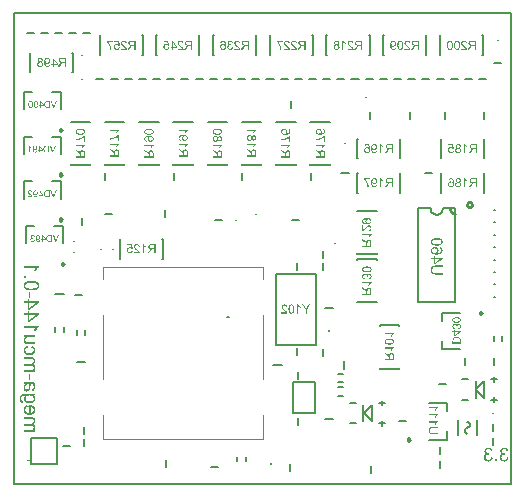
<source format=gbo>
G04*
G04 #@! TF.GenerationSoftware,Altium Limited,Altium Designer,22.8.2 (66)*
G04*
G04 Layer_Color=32896*
%FSLAX25Y25*%
%MOIN*%
G70*
G04*
G04 #@! TF.SameCoordinates,C15F438A-7333-46A9-8A61-A614EFA01F39*
G04*
G04*
G04 #@! TF.FilePolarity,Positive*
G04*
G01*
G75*
%ADD10C,0.00984*%
%ADD13C,0.00787*%
%ADD15C,0.00300*%
%ADD16C,0.00669*%
%ADD124C,0.00394*%
%ADD125C,0.00800*%
%ADD126C,0.00500*%
G36*
X164036Y12504D02*
X164129Y12494D01*
X164218Y12479D01*
X164306Y12460D01*
X164385Y12435D01*
X164459Y12410D01*
X164528Y12381D01*
X164587Y12356D01*
X164646Y12327D01*
X164695Y12297D01*
X164734Y12273D01*
X164774Y12248D01*
X164798Y12228D01*
X164823Y12213D01*
X164833Y12204D01*
X164838Y12199D01*
X164902Y12140D01*
X164961Y12071D01*
X165015Y12002D01*
X165064Y11933D01*
X165108Y11859D01*
X165143Y11790D01*
X165207Y11648D01*
X165231Y11584D01*
X165251Y11525D01*
X165266Y11470D01*
X165280Y11426D01*
X165290Y11387D01*
X165295Y11357D01*
X165300Y11338D01*
Y11333D01*
X164744Y11234D01*
X164715Y11377D01*
X164675Y11500D01*
X164631Y11608D01*
X164582Y11692D01*
X164542Y11761D01*
X164503Y11805D01*
X164479Y11835D01*
X164469Y11845D01*
X164380Y11913D01*
X164292Y11963D01*
X164198Y12002D01*
X164114Y12026D01*
X164036Y12041D01*
X164006Y12046D01*
X163977D01*
X163952Y12051D01*
X163923D01*
X163804Y12041D01*
X163701Y12022D01*
X163608Y11987D01*
X163529Y11953D01*
X163470Y11913D01*
X163426Y11879D01*
X163396Y11859D01*
X163386Y11849D01*
X163347Y11810D01*
X163318Y11771D01*
X163263Y11682D01*
X163224Y11598D01*
X163199Y11520D01*
X163185Y11446D01*
X163180Y11392D01*
X163175Y11367D01*
Y11353D01*
Y11343D01*
Y11338D01*
X163180Y11269D01*
X163189Y11205D01*
X163199Y11141D01*
X163219Y11087D01*
X163268Y10988D01*
X163318Y10910D01*
X163372Y10846D01*
X163421Y10801D01*
X163441Y10787D01*
X163450Y10777D01*
X163460Y10767D01*
X163465D01*
X163573Y10703D01*
X163686Y10659D01*
X163795Y10624D01*
X163893Y10605D01*
X163977Y10590D01*
X164011Y10585D01*
X164046D01*
X164070Y10580D01*
X164134D01*
X164164Y10585D01*
X164188Y10590D01*
X164198D01*
X164257Y10103D01*
X164173Y10123D01*
X164095Y10137D01*
X164031Y10147D01*
X163972Y10157D01*
X163927D01*
X163893Y10162D01*
X163864D01*
X163795Y10157D01*
X163726Y10152D01*
X163603Y10123D01*
X163495Y10083D01*
X163401Y10039D01*
X163327Y9990D01*
X163298Y9970D01*
X163273Y9950D01*
X163253Y9935D01*
X163239Y9921D01*
X163234Y9916D01*
X163229Y9911D01*
X163185Y9862D01*
X163145Y9813D01*
X163111Y9763D01*
X163081Y9709D01*
X163037Y9606D01*
X163003Y9503D01*
X162988Y9414D01*
X162983Y9380D01*
X162978Y9345D01*
X162973Y9320D01*
Y9296D01*
Y9286D01*
Y9281D01*
X162978Y9207D01*
X162983Y9138D01*
X163017Y9006D01*
X163057Y8892D01*
X163106Y8794D01*
X163135Y8750D01*
X163160Y8715D01*
X163180Y8681D01*
X163199Y8656D01*
X163219Y8637D01*
X163234Y8622D01*
X163239Y8612D01*
X163244Y8607D01*
X163298Y8558D01*
X163352Y8518D01*
X163406Y8484D01*
X163460Y8450D01*
X163573Y8400D01*
X163681Y8371D01*
X163770Y8351D01*
X163814Y8346D01*
X163844Y8341D01*
X163873Y8337D01*
X163913D01*
X164031Y8346D01*
X164144Y8371D01*
X164237Y8400D01*
X164321Y8440D01*
X164390Y8479D01*
X164439Y8509D01*
X164454Y8523D01*
X164469Y8533D01*
X164474Y8543D01*
X164479D01*
X164518Y8587D01*
X164557Y8632D01*
X164626Y8735D01*
X164680Y8848D01*
X164725Y8961D01*
X164759Y9065D01*
X164769Y9109D01*
X164779Y9148D01*
X164788Y9183D01*
X164794Y9207D01*
X164798Y9222D01*
Y9227D01*
X165354Y9153D01*
X165340Y9050D01*
X165320Y8952D01*
X165290Y8858D01*
X165261Y8770D01*
X165226Y8686D01*
X165187Y8612D01*
X165148Y8538D01*
X165108Y8479D01*
X165069Y8420D01*
X165034Y8371D01*
X165000Y8327D01*
X164971Y8292D01*
X164941Y8263D01*
X164921Y8243D01*
X164911Y8233D01*
X164907Y8228D01*
X164833Y8164D01*
X164749Y8110D01*
X164671Y8066D01*
X164587Y8022D01*
X164503Y7987D01*
X164419Y7963D01*
X164341Y7938D01*
X164262Y7918D01*
X164188Y7903D01*
X164124Y7894D01*
X164065Y7884D01*
X164011Y7879D01*
X163972D01*
X163937Y7874D01*
X163913D01*
X163790Y7879D01*
X163677Y7894D01*
X163568Y7913D01*
X163465Y7938D01*
X163367Y7967D01*
X163278Y8002D01*
X163195Y8041D01*
X163121Y8081D01*
X163052Y8115D01*
X162993Y8155D01*
X162939Y8189D01*
X162899Y8218D01*
X162865Y8243D01*
X162840Y8263D01*
X162826Y8277D01*
X162820Y8282D01*
X162742Y8361D01*
X162678Y8445D01*
X162619Y8528D01*
X162570Y8617D01*
X162525Y8701D01*
X162491Y8784D01*
X162461Y8863D01*
X162437Y8942D01*
X162417Y9015D01*
X162407Y9079D01*
X162397Y9138D01*
X162388Y9193D01*
Y9232D01*
X162383Y9266D01*
Y9286D01*
Y9291D01*
Y9370D01*
X162392Y9448D01*
X162417Y9591D01*
X162456Y9714D01*
X162476Y9768D01*
X162496Y9817D01*
X162515Y9867D01*
X162535Y9906D01*
X162555Y9940D01*
X162575Y9965D01*
X162589Y9990D01*
X162599Y10004D01*
X162604Y10014D01*
X162609Y10019D01*
X162698Y10123D01*
X162801Y10206D01*
X162904Y10270D01*
X163003Y10324D01*
X163096Y10363D01*
X163135Y10378D01*
X163165Y10388D01*
X163195Y10398D01*
X163214Y10403D01*
X163229Y10408D01*
X163234D01*
X163126Y10467D01*
X163032Y10526D01*
X162949Y10590D01*
X162884Y10654D01*
X162830Y10708D01*
X162796Y10752D01*
X162771Y10782D01*
X162766Y10787D01*
Y10792D01*
X162712Y10885D01*
X162673Y10978D01*
X162643Y11067D01*
X162624Y11151D01*
X162614Y11220D01*
X162604Y11279D01*
Y11298D01*
Y11313D01*
Y11323D01*
Y11328D01*
X162609Y11441D01*
X162629Y11549D01*
X162658Y11648D01*
X162688Y11736D01*
X162717Y11810D01*
X162732Y11840D01*
X162747Y11864D01*
X162757Y11884D01*
X162766Y11903D01*
X162771Y11908D01*
Y11913D01*
X162840Y12012D01*
X162919Y12095D01*
X162998Y12169D01*
X163076Y12233D01*
X163145Y12282D01*
X163199Y12317D01*
X163224Y12331D01*
X163239Y12341D01*
X163249Y12346D01*
X163253D01*
X163372Y12400D01*
X163490Y12440D01*
X163608Y12469D01*
X163711Y12489D01*
X163804Y12499D01*
X163839Y12504D01*
X163873Y12509D01*
X163937D01*
X164036Y12504D01*
D02*
G37*
G36*
X158747D02*
X158840Y12494D01*
X158929Y12479D01*
X159017Y12460D01*
X159096Y12435D01*
X159170Y12410D01*
X159239Y12381D01*
X159298Y12356D01*
X159357Y12327D01*
X159406Y12297D01*
X159445Y12273D01*
X159485Y12248D01*
X159509Y12228D01*
X159534Y12213D01*
X159544Y12204D01*
X159549Y12199D01*
X159613Y12140D01*
X159672Y12071D01*
X159726Y12002D01*
X159775Y11933D01*
X159819Y11859D01*
X159854Y11790D01*
X159918Y11648D01*
X159942Y11584D01*
X159962Y11525D01*
X159977Y11470D01*
X159992Y11426D01*
X160001Y11387D01*
X160006Y11357D01*
X160011Y11338D01*
Y11333D01*
X159455Y11234D01*
X159426Y11377D01*
X159386Y11500D01*
X159342Y11608D01*
X159293Y11692D01*
X159254Y11761D01*
X159214Y11805D01*
X159190Y11835D01*
X159180Y11845D01*
X159091Y11913D01*
X159003Y11963D01*
X158909Y12002D01*
X158826Y12026D01*
X158747Y12041D01*
X158717Y12046D01*
X158688D01*
X158663Y12051D01*
X158634D01*
X158516Y12041D01*
X158412Y12022D01*
X158319Y11987D01*
X158240Y11953D01*
X158181Y11913D01*
X158137Y11879D01*
X158107Y11859D01*
X158097Y11849D01*
X158058Y11810D01*
X158028Y11771D01*
X157974Y11682D01*
X157935Y11598D01*
X157910Y11520D01*
X157896Y11446D01*
X157891Y11392D01*
X157886Y11367D01*
Y11353D01*
Y11343D01*
Y11338D01*
X157891Y11269D01*
X157901Y11205D01*
X157910Y11141D01*
X157930Y11087D01*
X157979Y10988D01*
X158028Y10910D01*
X158083Y10846D01*
X158132Y10801D01*
X158151Y10787D01*
X158161Y10777D01*
X158171Y10767D01*
X158176D01*
X158284Y10703D01*
X158397Y10659D01*
X158506Y10624D01*
X158604Y10605D01*
X158688Y10590D01*
X158722Y10585D01*
X158757D01*
X158781Y10580D01*
X158845D01*
X158875Y10585D01*
X158899Y10590D01*
X158909D01*
X158968Y10103D01*
X158885Y10123D01*
X158806Y10137D01*
X158742Y10147D01*
X158683Y10157D01*
X158639D01*
X158604Y10162D01*
X158575D01*
X158506Y10157D01*
X158437Y10152D01*
X158314Y10123D01*
X158206Y10083D01*
X158112Y10039D01*
X158038Y9990D01*
X158009Y9970D01*
X157984Y9950D01*
X157965Y9935D01*
X157950Y9921D01*
X157945Y9916D01*
X157940Y9911D01*
X157896Y9862D01*
X157856Y9813D01*
X157822Y9763D01*
X157792Y9709D01*
X157748Y9606D01*
X157714Y9503D01*
X157699Y9414D01*
X157694Y9380D01*
X157689Y9345D01*
X157684Y9320D01*
Y9296D01*
Y9286D01*
Y9281D01*
X157689Y9207D01*
X157694Y9138D01*
X157728Y9006D01*
X157768Y8892D01*
X157817Y8794D01*
X157846Y8750D01*
X157871Y8715D01*
X157891Y8681D01*
X157910Y8656D01*
X157930Y8637D01*
X157945Y8622D01*
X157950Y8612D01*
X157955Y8607D01*
X158009Y8558D01*
X158063Y8518D01*
X158117Y8484D01*
X158171Y8450D01*
X158284Y8400D01*
X158393Y8371D01*
X158481Y8351D01*
X158525Y8346D01*
X158555Y8341D01*
X158584Y8337D01*
X158624D01*
X158742Y8346D01*
X158855Y8371D01*
X158949Y8400D01*
X159032Y8440D01*
X159101Y8479D01*
X159150Y8509D01*
X159165Y8523D01*
X159180Y8533D01*
X159185Y8543D01*
X159190D01*
X159229Y8587D01*
X159268Y8632D01*
X159337Y8735D01*
X159391Y8848D01*
X159436Y8961D01*
X159470Y9065D01*
X159480Y9109D01*
X159490Y9148D01*
X159500Y9183D01*
X159504Y9207D01*
X159509Y9222D01*
Y9227D01*
X160065Y9153D01*
X160051Y9050D01*
X160031Y8952D01*
X160001Y8858D01*
X159972Y8770D01*
X159937Y8686D01*
X159898Y8612D01*
X159859Y8538D01*
X159819Y8479D01*
X159780Y8420D01*
X159746Y8371D01*
X159711Y8327D01*
X159682Y8292D01*
X159652Y8263D01*
X159632Y8243D01*
X159623Y8233D01*
X159618Y8228D01*
X159544Y8164D01*
X159460Y8110D01*
X159381Y8066D01*
X159298Y8022D01*
X159214Y7987D01*
X159131Y7963D01*
X159052Y7938D01*
X158973Y7918D01*
X158899Y7903D01*
X158835Y7894D01*
X158776Y7884D01*
X158722Y7879D01*
X158683D01*
X158648Y7874D01*
X158624D01*
X158501Y7879D01*
X158388Y7894D01*
X158279Y7913D01*
X158176Y7938D01*
X158078Y7967D01*
X157989Y8002D01*
X157905Y8041D01*
X157832Y8081D01*
X157763Y8115D01*
X157704Y8155D01*
X157650Y8189D01*
X157610Y8218D01*
X157576Y8243D01*
X157551Y8263D01*
X157536Y8277D01*
X157531Y8282D01*
X157453Y8361D01*
X157389Y8445D01*
X157330Y8528D01*
X157281Y8617D01*
X157236Y8701D01*
X157202Y8784D01*
X157172Y8863D01*
X157148Y8942D01*
X157128Y9015D01*
X157118Y9079D01*
X157108Y9138D01*
X157099Y9193D01*
Y9232D01*
X157094Y9266D01*
Y9286D01*
Y9291D01*
Y9370D01*
X157104Y9448D01*
X157128Y9591D01*
X157167Y9714D01*
X157187Y9768D01*
X157207Y9817D01*
X157227Y9867D01*
X157246Y9906D01*
X157266Y9940D01*
X157285Y9965D01*
X157300Y9990D01*
X157310Y10004D01*
X157315Y10014D01*
X157320Y10019D01*
X157408Y10123D01*
X157512Y10206D01*
X157615Y10270D01*
X157714Y10324D01*
X157807Y10363D01*
X157846Y10378D01*
X157876Y10388D01*
X157905Y10398D01*
X157925Y10403D01*
X157940Y10408D01*
X157945D01*
X157837Y10467D01*
X157743Y10526D01*
X157659Y10590D01*
X157596Y10654D01*
X157541Y10708D01*
X157507Y10752D01*
X157482Y10782D01*
X157477Y10787D01*
Y10792D01*
X157423Y10885D01*
X157384Y10978D01*
X157354Y11067D01*
X157335Y11151D01*
X157325Y11220D01*
X157315Y11279D01*
Y11298D01*
Y11313D01*
Y11323D01*
Y11328D01*
X157320Y11441D01*
X157340Y11549D01*
X157369Y11648D01*
X157399Y11736D01*
X157428Y11810D01*
X157443Y11840D01*
X157458Y11864D01*
X157468Y11884D01*
X157477Y11903D01*
X157482Y11908D01*
Y11913D01*
X157551Y12012D01*
X157630Y12095D01*
X157709Y12169D01*
X157787Y12233D01*
X157856Y12282D01*
X157910Y12317D01*
X157935Y12331D01*
X157950Y12341D01*
X157960Y12346D01*
X157965D01*
X158083Y12400D01*
X158201Y12440D01*
X158319Y12469D01*
X158422Y12489D01*
X158516Y12499D01*
X158550Y12504D01*
X158584Y12509D01*
X158648D01*
X158747Y12504D01*
D02*
G37*
G36*
X161517Y7953D02*
X160882D01*
Y8587D01*
X161517D01*
Y7953D01*
D02*
G37*
G36*
X8898Y72688D02*
X8772Y72617D01*
X8652Y72535D01*
X8538Y72442D01*
X8439Y72349D01*
X8346Y72267D01*
X8314Y72229D01*
X8281Y72202D01*
X8253Y72175D01*
X8237Y72153D01*
X8226Y72142D01*
X8221Y72136D01*
X8095Y71989D01*
X7986Y71831D01*
X7882Y71678D01*
X7795Y71536D01*
X7762Y71476D01*
X7729Y71416D01*
X7697Y71361D01*
X7675Y71317D01*
X7658Y71279D01*
X7642Y71252D01*
X7637Y71236D01*
X7631Y71230D01*
X7036D01*
X7080Y71339D01*
X7129Y71454D01*
X7183Y71563D01*
X7232Y71661D01*
X7282Y71749D01*
X7298Y71787D01*
X7320Y71820D01*
X7331Y71847D01*
X7342Y71863D01*
X7353Y71874D01*
Y71880D01*
X7435Y72011D01*
X7511Y72126D01*
X7582Y72229D01*
X7648Y72311D01*
X7702Y72382D01*
X7740Y72431D01*
X7768Y72458D01*
X7779Y72469D01*
X3842D01*
Y73086D01*
X8898D01*
Y72688D01*
D02*
G37*
G36*
X4546Y69150D02*
X3842D01*
Y69854D01*
X4546D01*
Y69150D01*
D02*
G37*
G36*
X6594Y68167D02*
X6714Y68161D01*
X6829Y68156D01*
X6932Y68145D01*
X7030Y68134D01*
X7118Y68123D01*
X7200Y68118D01*
X7271Y68107D01*
X7331Y68096D01*
X7385Y68085D01*
X7429Y68074D01*
X7467Y68069D01*
X7489Y68063D01*
X7506Y68058D01*
X7511D01*
X7669Y68014D01*
X7817Y67959D01*
X7942Y67910D01*
X8051Y67861D01*
X8095Y67834D01*
X8139Y67817D01*
X8177Y67796D01*
X8204Y67779D01*
X8226Y67763D01*
X8243Y67757D01*
X8253Y67747D01*
X8259D01*
X8368Y67670D01*
X8467Y67583D01*
X8548Y67501D01*
X8614Y67419D01*
X8669Y67348D01*
X8701Y67293D01*
X8718Y67272D01*
X8729Y67255D01*
X8734Y67244D01*
Y67239D01*
X8789Y67119D01*
X8827Y66998D01*
X8860Y66878D01*
X8876Y66769D01*
X8887Y66671D01*
X8892Y66633D01*
X8898Y66594D01*
Y66529D01*
X8892Y66431D01*
X8887Y66332D01*
X8871Y66240D01*
X8854Y66152D01*
X8832Y66076D01*
X8805Y65999D01*
X8778Y65928D01*
X8750Y65868D01*
X8723Y65808D01*
X8696Y65759D01*
X8674Y65715D01*
X8647Y65683D01*
X8630Y65655D01*
X8614Y65633D01*
X8608Y65623D01*
X8603Y65617D01*
X8543Y65552D01*
X8483Y65492D01*
X8346Y65382D01*
X8210Y65284D01*
X8073Y65208D01*
X8008Y65175D01*
X7953Y65148D01*
X7899Y65126D01*
X7855Y65104D01*
X7817Y65093D01*
X7784Y65082D01*
X7768Y65071D01*
X7762D01*
X7658Y65038D01*
X7544Y65011D01*
X7309Y64967D01*
X7069Y64935D01*
X6954Y64924D01*
X6839Y64913D01*
X6736Y64907D01*
X6637Y64902D01*
X6550Y64896D01*
X6474D01*
X6414Y64891D01*
X6364D01*
X6337D01*
X6326D01*
X6069Y64896D01*
X5829Y64913D01*
X5611Y64935D01*
X5409Y64967D01*
X5223Y65006D01*
X5054Y65049D01*
X4907Y65093D01*
X4770Y65142D01*
X4655Y65186D01*
X4552Y65229D01*
X4470Y65273D01*
X4399Y65311D01*
X4344Y65344D01*
X4306Y65366D01*
X4284Y65382D01*
X4279Y65388D01*
X4186Y65470D01*
X4109Y65557D01*
X4038Y65650D01*
X3978Y65743D01*
X3929Y65835D01*
X3886Y65934D01*
X3853Y66027D01*
X3825Y66114D01*
X3804Y66201D01*
X3787Y66278D01*
X3776Y66349D01*
X3771Y66409D01*
X3765Y66458D01*
X3760Y66496D01*
Y66529D01*
X3765Y66633D01*
X3771Y66725D01*
X3787Y66818D01*
X3804Y66906D01*
X3831Y66988D01*
X3853Y67059D01*
X3880Y67130D01*
X3907Y67190D01*
X3935Y67250D01*
X3962Y67299D01*
X3989Y67343D01*
X4011Y67375D01*
X4028Y67403D01*
X4044Y67424D01*
X4049Y67435D01*
X4055Y67441D01*
X4115Y67506D01*
X4175Y67572D01*
X4311Y67681D01*
X4448Y67774D01*
X4584Y67850D01*
X4650Y67883D01*
X4710Y67910D01*
X4759Y67932D01*
X4808Y67954D01*
X4841Y67970D01*
X4874Y67976D01*
X4890Y67987D01*
X4896D01*
X4999Y68019D01*
X5114Y68047D01*
X5349Y68096D01*
X5589Y68129D01*
X5704Y68140D01*
X5818Y68151D01*
X5922Y68156D01*
X6020Y68161D01*
X6102Y68167D01*
X6179Y68172D01*
X6239D01*
X6288D01*
X6315D01*
X6326D01*
X6463D01*
X6594Y68167D01*
D02*
G37*
G36*
X5977Y62472D02*
X5354D01*
Y64378D01*
X5977D01*
Y62472D01*
D02*
G37*
G36*
X5616Y61233D02*
X8881D01*
Y60725D01*
X5616Y58421D01*
X5049D01*
Y60616D01*
X3842D01*
Y61233D01*
X5049D01*
Y61915D01*
X5616D01*
Y61233D01*
D02*
G37*
G36*
Y57318D02*
X8881D01*
Y56810D01*
X5616Y54506D01*
X5049D01*
Y56701D01*
X3842D01*
Y57318D01*
X5049D01*
Y58000D01*
X5616D01*
Y57318D01*
D02*
G37*
G36*
X8898Y52732D02*
X8772Y52661D01*
X8652Y52579D01*
X8538Y52486D01*
X8439Y52393D01*
X8346Y52311D01*
X8314Y52273D01*
X8281Y52246D01*
X8253Y52218D01*
X8237Y52197D01*
X8226Y52185D01*
X8221Y52180D01*
X8095Y52033D01*
X7986Y51874D01*
X7882Y51721D01*
X7795Y51579D01*
X7762Y51519D01*
X7729Y51459D01*
X7697Y51405D01*
X7675Y51361D01*
X7658Y51323D01*
X7642Y51296D01*
X7637Y51279D01*
X7631Y51274D01*
X7036D01*
X7080Y51383D01*
X7129Y51498D01*
X7183Y51607D01*
X7232Y51705D01*
X7282Y51792D01*
X7298Y51831D01*
X7320Y51863D01*
X7331Y51891D01*
X7342Y51907D01*
X7353Y51918D01*
Y51924D01*
X7435Y52055D01*
X7511Y52169D01*
X7582Y52273D01*
X7648Y52355D01*
X7702Y52426D01*
X7740Y52475D01*
X7768Y52502D01*
X7779Y52513D01*
X3842D01*
Y53130D01*
X8898D01*
Y52732D01*
D02*
G37*
G36*
X7495Y49385D02*
X5534D01*
X5371Y49379D01*
X5229Y49368D01*
X5109Y49352D01*
X5005Y49335D01*
X4961Y49325D01*
X4928Y49314D01*
X4896Y49303D01*
X4868Y49297D01*
X4852Y49292D01*
X4836Y49286D01*
X4830Y49281D01*
X4825D01*
X4737Y49237D01*
X4661Y49183D01*
X4595Y49123D01*
X4541Y49068D01*
X4497Y49013D01*
X4464Y48970D01*
X4442Y48942D01*
X4437Y48937D01*
Y48931D01*
X4388Y48839D01*
X4355Y48751D01*
X4328Y48664D01*
X4311Y48582D01*
X4301Y48511D01*
X4295Y48462D01*
Y48413D01*
X4301Y48314D01*
X4317Y48222D01*
X4339Y48140D01*
X4366Y48074D01*
X4388Y48020D01*
X4410Y47976D01*
X4426Y47954D01*
X4431Y47943D01*
X4486Y47878D01*
X4552Y47823D01*
X4612Y47779D01*
X4672Y47747D01*
X4726Y47719D01*
X4775Y47703D01*
X4803Y47697D01*
X4814Y47692D01*
X4846Y47686D01*
X4890Y47681D01*
X4989Y47676D01*
X5098Y47665D01*
X5207D01*
X5305Y47659D01*
X5349D01*
X5393D01*
X5425D01*
X5447D01*
X5463D01*
X5469D01*
X7495D01*
Y47042D01*
X5229D01*
X5092D01*
X4972Y47048D01*
X4874Y47053D01*
X4792Y47059D01*
X4732Y47064D01*
X4683Y47069D01*
X4661Y47075D01*
X4650D01*
X4552Y47102D01*
X4464Y47130D01*
X4388Y47162D01*
X4322Y47195D01*
X4268Y47222D01*
X4224Y47244D01*
X4202Y47261D01*
X4191Y47266D01*
X4126Y47321D01*
X4066Y47386D01*
X4011Y47457D01*
X3967Y47523D01*
X3929Y47588D01*
X3902Y47637D01*
X3886Y47670D01*
X3880Y47676D01*
Y47681D01*
X3842Y47790D01*
X3809Y47894D01*
X3787Y47998D01*
X3776Y48090D01*
X3765Y48172D01*
X3760Y48232D01*
Y48287D01*
X3765Y48424D01*
X3787Y48549D01*
X3815Y48664D01*
X3858Y48779D01*
X3902Y48882D01*
X3957Y48975D01*
X4011Y49062D01*
X4071Y49144D01*
X4126Y49215D01*
X4180Y49275D01*
X4235Y49330D01*
X4279Y49374D01*
X4322Y49406D01*
X4350Y49428D01*
X4372Y49445D01*
X4377Y49450D01*
X3842D01*
Y50002D01*
X7495D01*
Y49385D01*
D02*
G37*
G36*
X5180Y45923D02*
X5092Y45906D01*
X5016Y45890D01*
X4939Y45868D01*
X4874Y45847D01*
X4808Y45819D01*
X4754Y45797D01*
X4704Y45770D01*
X4655Y45743D01*
X4617Y45715D01*
X4584Y45694D01*
X4530Y45650D01*
X4497Y45623D01*
X4492Y45617D01*
X4486Y45612D01*
X4415Y45513D01*
X4361Y45415D01*
X4322Y45311D01*
X4295Y45219D01*
X4279Y45131D01*
X4273Y45099D01*
Y45066D01*
X4268Y45038D01*
Y45006D01*
X4273Y44924D01*
X4284Y44842D01*
X4301Y44771D01*
X4322Y44700D01*
X4372Y44574D01*
X4437Y44465D01*
X4464Y44421D01*
X4497Y44383D01*
X4524Y44350D01*
X4552Y44318D01*
X4568Y44296D01*
X4584Y44280D01*
X4595Y44274D01*
X4601Y44269D01*
X4666Y44219D01*
X4743Y44176D01*
X4825Y44137D01*
X4907Y44110D01*
X5087Y44056D01*
X5262Y44023D01*
X5343Y44012D01*
X5420Y44006D01*
X5491Y44001D01*
X5551Y43995D01*
X5600Y43990D01*
X5638D01*
X5666D01*
X5671D01*
X5802Y43995D01*
X5928Y44001D01*
X6037Y44017D01*
X6140Y44034D01*
X6239Y44056D01*
X6326Y44083D01*
X6403Y44110D01*
X6474Y44137D01*
X6534Y44159D01*
X6588Y44187D01*
X6632Y44214D01*
X6665Y44236D01*
X6697Y44252D01*
X6714Y44269D01*
X6725Y44274D01*
X6730Y44280D01*
X6790Y44334D01*
X6839Y44394D01*
X6888Y44460D01*
X6927Y44520D01*
X6960Y44585D01*
X6987Y44645D01*
X7025Y44765D01*
X7052Y44875D01*
X7058Y44918D01*
X7063Y44962D01*
X7069Y44995D01*
Y45038D01*
X7063Y45148D01*
X7041Y45251D01*
X7009Y45339D01*
X6976Y45415D01*
X6938Y45475D01*
X6910Y45524D01*
X6888Y45552D01*
X6878Y45563D01*
X6801Y45639D01*
X6714Y45704D01*
X6621Y45754D01*
X6534Y45797D01*
X6452Y45830D01*
X6386Y45852D01*
X6359Y45857D01*
X6342Y45863D01*
X6332Y45868D01*
X6326D01*
X6419Y46469D01*
X6517Y46447D01*
X6616Y46414D01*
X6703Y46382D01*
X6785Y46349D01*
X6861Y46311D01*
X6932Y46267D01*
X6992Y46229D01*
X7052Y46185D01*
X7102Y46147D01*
X7145Y46109D01*
X7183Y46076D01*
X7216Y46043D01*
X7238Y46021D01*
X7254Y45999D01*
X7265Y45988D01*
X7271Y45983D01*
X7325Y45912D01*
X7374Y45836D01*
X7413Y45754D01*
X7446Y45672D01*
X7500Y45508D01*
X7538Y45355D01*
X7549Y45284D01*
X7560Y45219D01*
X7566Y45158D01*
X7571Y45109D01*
X7576Y45071D01*
Y45011D01*
X7566Y44842D01*
X7544Y44678D01*
X7506Y44531D01*
X7484Y44465D01*
X7467Y44400D01*
X7446Y44345D01*
X7424Y44296D01*
X7407Y44252D01*
X7385Y44214D01*
X7374Y44181D01*
X7364Y44159D01*
X7353Y44148D01*
Y44143D01*
X7260Y44001D01*
X7156Y43881D01*
X7041Y43777D01*
X6938Y43695D01*
X6839Y43630D01*
X6796Y43608D01*
X6758Y43586D01*
X6730Y43570D01*
X6708Y43559D01*
X6692Y43548D01*
X6686D01*
X6517Y43482D01*
X6337Y43439D01*
X6162Y43406D01*
X6004Y43379D01*
X5928Y43373D01*
X5862Y43368D01*
X5802Y43362D01*
X5747D01*
X5709Y43357D01*
X5676D01*
X5655D01*
X5649D01*
X5485Y43362D01*
X5327Y43379D01*
X5180Y43400D01*
X5043Y43428D01*
X4918Y43461D01*
X4803Y43499D01*
X4699Y43542D01*
X4606Y43586D01*
X4524Y43624D01*
X4448Y43668D01*
X4388Y43706D01*
X4339Y43739D01*
X4295Y43766D01*
X4268Y43788D01*
X4251Y43804D01*
X4246Y43810D01*
X4158Y43897D01*
X4088Y43990D01*
X4022Y44088D01*
X3967Y44187D01*
X3918Y44290D01*
X3880Y44389D01*
X3847Y44487D01*
X3820Y44580D01*
X3798Y44667D01*
X3787Y44749D01*
X3776Y44826D01*
X3765Y44886D01*
Y44940D01*
X3760Y44978D01*
Y45011D01*
X3765Y45120D01*
X3776Y45224D01*
X3793Y45322D01*
X3815Y45421D01*
X3842Y45508D01*
X3875Y45590D01*
X3902Y45666D01*
X3940Y45737D01*
X3973Y45797D01*
X4000Y45857D01*
X4033Y45901D01*
X4060Y45945D01*
X4082Y45972D01*
X4098Y45999D01*
X4109Y46010D01*
X4115Y46016D01*
X4186Y46087D01*
X4257Y46158D01*
X4339Y46218D01*
X4421Y46267D01*
X4502Y46316D01*
X4584Y46360D01*
X4737Y46425D01*
X4814Y46453D01*
X4879Y46474D01*
X4939Y46491D01*
X4994Y46507D01*
X5038Y46518D01*
X5070Y46523D01*
X5092Y46529D01*
X5098D01*
X5180Y45923D01*
D02*
G37*
G36*
X6463Y42614D02*
X6566Y42609D01*
X6665Y42592D01*
X6758Y42576D01*
X6839Y42554D01*
X6916Y42527D01*
X6981Y42500D01*
X7041Y42472D01*
X7096Y42445D01*
X7145Y42418D01*
X7183Y42396D01*
X7216Y42369D01*
X7238Y42352D01*
X7254Y42336D01*
X7265Y42330D01*
X7271Y42325D01*
X7325Y42270D01*
X7374Y42205D01*
X7413Y42139D01*
X7446Y42074D01*
X7500Y41932D01*
X7538Y41801D01*
X7549Y41735D01*
X7560Y41675D01*
X7566Y41626D01*
X7571Y41577D01*
X7576Y41544D01*
Y41489D01*
X7571Y41364D01*
X7549Y41244D01*
X7516Y41129D01*
X7478Y41020D01*
X7429Y40922D01*
X7374Y40829D01*
X7314Y40741D01*
X7260Y40665D01*
X7200Y40594D01*
X7140Y40534D01*
X7085Y40479D01*
X7036Y40441D01*
X6998Y40403D01*
X6965Y40381D01*
X6943Y40365D01*
X6938Y40359D01*
X7047Y40310D01*
X7140Y40255D01*
X7216Y40195D01*
X7287Y40135D01*
X7336Y40075D01*
X7374Y40032D01*
X7402Y39999D01*
X7407Y39993D01*
Y39988D01*
X7462Y39884D01*
X7506Y39775D01*
X7533Y39666D01*
X7555Y39562D01*
X7566Y39469D01*
X7571Y39431D01*
X7576Y39393D01*
Y39327D01*
X7571Y39196D01*
X7549Y39071D01*
X7527Y38961D01*
X7495Y38863D01*
X7467Y38787D01*
X7451Y38754D01*
X7440Y38727D01*
X7429Y38705D01*
X7418Y38688D01*
X7413Y38683D01*
Y38677D01*
X7347Y38574D01*
X7276Y38486D01*
X7205Y38410D01*
X7134Y38344D01*
X7074Y38290D01*
X7025Y38252D01*
X6992Y38230D01*
X6987Y38219D01*
X7495D01*
Y37667D01*
X3842D01*
Y38284D01*
X5737D01*
X5829D01*
X5911Y38290D01*
X5993Y38295D01*
X6064Y38301D01*
X6135Y38306D01*
X6195Y38317D01*
X6250Y38323D01*
X6304Y38333D01*
X6348Y38344D01*
X6386Y38350D01*
X6419Y38361D01*
X6446Y38366D01*
X6468Y38372D01*
X6485Y38377D01*
X6490Y38383D01*
X6495D01*
X6588Y38426D01*
X6670Y38475D01*
X6741Y38530D01*
X6796Y38585D01*
X6845Y38628D01*
X6872Y38667D01*
X6894Y38694D01*
X6899Y38705D01*
X6949Y38792D01*
X6981Y38874D01*
X7009Y38956D01*
X7025Y39032D01*
X7036Y39098D01*
X7041Y39147D01*
Y39191D01*
X7030Y39311D01*
X7009Y39415D01*
X6976Y39496D01*
X6938Y39568D01*
X6899Y39617D01*
X6867Y39655D01*
X6845Y39677D01*
X6834Y39682D01*
X6747Y39731D01*
X6648Y39770D01*
X6545Y39797D01*
X6446Y39819D01*
X6353Y39830D01*
X6315D01*
X6283Y39835D01*
X6250D01*
X6228D01*
X6217D01*
X6211D01*
X3842D01*
Y40452D01*
X5960D01*
X6064Y40457D01*
X6157Y40463D01*
X6250Y40474D01*
X6332Y40490D01*
X6403Y40512D01*
X6474Y40534D01*
X6534Y40556D01*
X6588Y40583D01*
X6632Y40605D01*
X6676Y40627D01*
X6708Y40649D01*
X6736Y40670D01*
X6758Y40687D01*
X6774Y40698D01*
X6779Y40709D01*
X6785D01*
X6829Y40758D01*
X6872Y40812D01*
X6932Y40916D01*
X6981Y41025D01*
X7009Y41129D01*
X7030Y41216D01*
X7036Y41255D01*
Y41287D01*
X7041Y41315D01*
Y41353D01*
X7036Y41429D01*
X7025Y41500D01*
X7009Y41566D01*
X6992Y41620D01*
X6970Y41664D01*
X6954Y41697D01*
X6943Y41719D01*
X6938Y41724D01*
X6899Y41779D01*
X6856Y41828D01*
X6812Y41861D01*
X6768Y41893D01*
X6730Y41915D01*
X6703Y41932D01*
X6681Y41943D01*
X6676D01*
X6605Y41964D01*
X6523Y41975D01*
X6435Y41986D01*
X6348Y41997D01*
X6266D01*
X6201Y42003D01*
X6179D01*
X6157D01*
X6146D01*
X6140D01*
X3842D01*
Y42620D01*
X6348D01*
X6463Y42614D01*
D02*
G37*
G36*
X5977Y35085D02*
X5354D01*
Y36990D01*
X5977D01*
Y35085D01*
D02*
G37*
G36*
X3918Y34528D02*
X4000Y34495D01*
X4071Y34468D01*
X4137Y34446D01*
X4197Y34430D01*
X4240Y34419D01*
X4268Y34413D01*
X4279D01*
X4328Y34408D01*
X4393Y34402D01*
X4464Y34397D01*
X4546Y34391D01*
X4634Y34386D01*
X4726D01*
X4912Y34380D01*
X4999D01*
X5087Y34375D01*
X5163D01*
X5234D01*
X5289D01*
X5332D01*
X5360D01*
X5371D01*
X6195D01*
X6272D01*
X6337D01*
X6397Y34370D01*
X6457D01*
X6555Y34364D01*
X6632Y34359D01*
X6692Y34353D01*
X6730Y34348D01*
X6758Y34342D01*
X6763D01*
X6856Y34320D01*
X6938Y34288D01*
X7009Y34255D01*
X7069Y34222D01*
X7118Y34195D01*
X7156Y34168D01*
X7178Y34151D01*
X7183Y34146D01*
X7243Y34086D01*
X7298Y34020D01*
X7347Y33949D01*
X7385Y33878D01*
X7418Y33813D01*
X7440Y33764D01*
X7451Y33742D01*
X7456Y33725D01*
X7462Y33720D01*
Y33714D01*
X7500Y33600D01*
X7527Y33474D01*
X7549Y33349D01*
X7560Y33228D01*
X7571Y33125D01*
Y33075D01*
X7576Y33037D01*
Y32961D01*
X7571Y32792D01*
X7555Y32633D01*
X7533Y32491D01*
X7522Y32426D01*
X7511Y32371D01*
X7500Y32317D01*
X7489Y32267D01*
X7478Y32229D01*
X7467Y32197D01*
X7456Y32169D01*
X7451Y32147D01*
X7446Y32136D01*
Y32131D01*
X7391Y32005D01*
X7331Y31896D01*
X7271Y31803D01*
X7211Y31727D01*
X7156Y31667D01*
X7112Y31623D01*
X7085Y31596D01*
X7080Y31585D01*
X7074D01*
X6981Y31519D01*
X6878Y31465D01*
X6774Y31421D01*
X6676Y31383D01*
X6588Y31356D01*
X6550Y31345D01*
X6517Y31334D01*
X6490Y31328D01*
X6468Y31323D01*
X6457Y31317D01*
X6452D01*
X6370Y31923D01*
X6441Y31945D01*
X6506Y31967D01*
X6616Y32011D01*
X6714Y32065D01*
X6785Y32115D01*
X6839Y32158D01*
X6883Y32197D01*
X6905Y32218D01*
X6910Y32229D01*
X6960Y32317D01*
X6998Y32420D01*
X7025Y32524D01*
X7047Y32628D01*
X7058Y32726D01*
Y32764D01*
X7063Y32803D01*
Y32873D01*
X7052Y33037D01*
X7030Y33179D01*
X6998Y33299D01*
X6960Y33398D01*
X6916Y33474D01*
X6899Y33501D01*
X6883Y33529D01*
X6872Y33551D01*
X6861Y33562D01*
X6850Y33572D01*
X6785Y33632D01*
X6703Y33676D01*
X6616Y33709D01*
X6528Y33731D01*
X6446Y33742D01*
X6381Y33753D01*
X6359D01*
X6337D01*
X6326D01*
X6321D01*
X6304D01*
X6283D01*
X6228D01*
X6206Y33747D01*
X6184D01*
X6168D01*
X6162D01*
X6140Y33676D01*
X6119Y33600D01*
X6097Y33512D01*
X6075Y33425D01*
X6037Y33245D01*
X6004Y33065D01*
X5993Y32977D01*
X5982Y32901D01*
X5971Y32830D01*
X5960Y32764D01*
X5955Y32715D01*
X5949Y32677D01*
X5944Y32655D01*
Y32644D01*
X5928Y32513D01*
X5911Y32404D01*
X5895Y32306D01*
X5884Y32229D01*
X5867Y32169D01*
X5862Y32125D01*
X5851Y32104D01*
Y32093D01*
X5824Y32005D01*
X5791Y31918D01*
X5758Y31842D01*
X5726Y31776D01*
X5698Y31721D01*
X5671Y31683D01*
X5655Y31656D01*
X5649Y31645D01*
X5595Y31574D01*
X5540Y31514D01*
X5480Y31459D01*
X5425Y31416D01*
X5371Y31378D01*
X5332Y31350D01*
X5305Y31334D01*
X5294Y31328D01*
X5207Y31290D01*
X5125Y31257D01*
X5043Y31236D01*
X4967Y31225D01*
X4901Y31214D01*
X4846Y31208D01*
X4814D01*
X4808D01*
X4803D01*
X4721Y31214D01*
X4639Y31225D01*
X4563Y31236D01*
X4492Y31257D01*
X4361Y31312D01*
X4257Y31372D01*
X4208Y31399D01*
X4169Y31427D01*
X4131Y31454D01*
X4104Y31481D01*
X4082Y31503D01*
X4066Y31514D01*
X4055Y31525D01*
X4049Y31530D01*
X4000Y31596D01*
X3957Y31661D01*
X3913Y31738D01*
X3880Y31809D01*
X3831Y31962D01*
X3798Y32115D01*
X3782Y32180D01*
X3776Y32246D01*
X3771Y32306D01*
X3765Y32355D01*
X3760Y32393D01*
Y32453D01*
X3765Y32590D01*
X3776Y32715D01*
X3798Y32830D01*
X3820Y32934D01*
X3842Y33015D01*
X3853Y33054D01*
X3864Y33081D01*
X3869Y33103D01*
X3875Y33119D01*
X3880Y33130D01*
Y33136D01*
X3935Y33256D01*
X3995Y33376D01*
X4066Y33485D01*
X4137Y33589D01*
X4197Y33676D01*
X4230Y33709D01*
X4251Y33742D01*
X4273Y33769D01*
X4290Y33785D01*
X4295Y33796D01*
X4301Y33802D01*
X4202Y33813D01*
X4115Y33829D01*
X4038Y33851D01*
X3973Y33873D01*
X3918Y33889D01*
X3875Y33906D01*
X3853Y33916D01*
X3842Y33922D01*
Y34566D01*
X3918Y34528D01*
D02*
G37*
G36*
X7495Y29909D02*
X7047D01*
X7140Y29827D01*
X7222Y29745D01*
X7293Y29652D01*
X7353Y29565D01*
X7407Y29472D01*
X7446Y29385D01*
X7484Y29297D01*
X7511Y29215D01*
X7533Y29139D01*
X7549Y29068D01*
X7560Y29002D01*
X7571Y28948D01*
Y28904D01*
X7576Y28866D01*
Y28751D01*
X7566Y28664D01*
X7538Y28506D01*
X7500Y28364D01*
X7478Y28298D01*
X7456Y28238D01*
X7429Y28183D01*
X7407Y28140D01*
X7385Y28096D01*
X7369Y28063D01*
X7353Y28036D01*
X7342Y28014D01*
X7336Y28003D01*
X7331Y27998D01*
X7232Y27872D01*
X7123Y27757D01*
X7009Y27665D01*
X6899Y27588D01*
X6801Y27528D01*
X6758Y27501D01*
X6719Y27485D01*
X6692Y27468D01*
X6670Y27457D01*
X6654Y27446D01*
X6648D01*
X6479Y27386D01*
X6310Y27337D01*
X6151Y27304D01*
X6004Y27283D01*
X5933Y27277D01*
X5873Y27272D01*
X5824Y27266D01*
X5775D01*
X5737Y27261D01*
X5709D01*
X5693D01*
X5687D01*
X5545Y27266D01*
X5414Y27277D01*
X5283Y27299D01*
X5163Y27326D01*
X5049Y27354D01*
X4939Y27392D01*
X4841Y27430D01*
X4748Y27468D01*
X4666Y27506D01*
X4595Y27539D01*
X4530Y27577D01*
X4481Y27605D01*
X4437Y27632D01*
X4410Y27654D01*
X4388Y27665D01*
X4382Y27670D01*
X4290Y27752D01*
X4202Y27839D01*
X4131Y27932D01*
X4071Y28030D01*
X4017Y28123D01*
X3973Y28222D01*
X3940Y28320D01*
X3907Y28413D01*
X3886Y28500D01*
X3869Y28576D01*
X3858Y28653D01*
X3853Y28713D01*
X3847Y28768D01*
X3842Y28806D01*
Y28839D01*
X3847Y28948D01*
X3864Y29057D01*
X3886Y29155D01*
X3918Y29248D01*
X3951Y29341D01*
X3995Y29423D01*
X4033Y29499D01*
X4082Y29570D01*
X4126Y29630D01*
X4169Y29690D01*
X4208Y29734D01*
X4240Y29778D01*
X4273Y29805D01*
X4295Y29832D01*
X4311Y29843D01*
X4317Y29849D01*
X4208D01*
X4109D01*
X4022Y29843D01*
X3940D01*
X3869Y29838D01*
X3804D01*
X3749Y29832D01*
X3700Y29827D01*
X3656Y29821D01*
X3624D01*
X3591Y29816D01*
X3569Y29811D01*
X3553D01*
X3542Y29805D01*
X3531D01*
X3421Y29767D01*
X3323Y29718D01*
X3241Y29663D01*
X3176Y29614D01*
X3121Y29559D01*
X3083Y29521D01*
X3056Y29494D01*
X3050Y29488D01*
Y29483D01*
X2990Y29390D01*
X2952Y29281D01*
X2919Y29172D01*
X2897Y29068D01*
X2886Y28970D01*
X2881Y28931D01*
Y28893D01*
X2875Y28866D01*
Y28822D01*
X2881Y28680D01*
X2903Y28555D01*
X2930Y28451D01*
X2963Y28358D01*
X2996Y28287D01*
X3023Y28238D01*
X3045Y28205D01*
X3050Y28194D01*
X3105Y28134D01*
X3170Y28091D01*
X3236Y28052D01*
X3307Y28025D01*
X3367Y28009D01*
X3416Y27998D01*
X3449Y27987D01*
X3454D01*
X3460D01*
X3542Y27386D01*
X3432D01*
X3334Y27397D01*
X3241Y27413D01*
X3154Y27441D01*
X3077Y27468D01*
X3001Y27501D01*
X2936Y27534D01*
X2881Y27572D01*
X2826Y27610D01*
X2783Y27643D01*
X2744Y27676D01*
X2712Y27708D01*
X2690Y27730D01*
X2673Y27752D01*
X2662Y27763D01*
X2657Y27768D01*
X2608Y27845D01*
X2559Y27932D01*
X2520Y28014D01*
X2488Y28107D01*
X2433Y28282D01*
X2400Y28451D01*
X2389Y28527D01*
X2379Y28598D01*
X2373Y28664D01*
X2368Y28719D01*
X2362Y28762D01*
Y28828D01*
X2373Y29024D01*
X2395Y29204D01*
X2411Y29286D01*
X2428Y29357D01*
X2444Y29428D01*
X2466Y29494D01*
X2488Y29554D01*
X2504Y29603D01*
X2520Y29647D01*
X2537Y29685D01*
X2553Y29712D01*
X2559Y29734D01*
X2570Y29745D01*
Y29750D01*
X2652Y29881D01*
X2744Y29996D01*
X2837Y30089D01*
X2930Y30165D01*
X3007Y30225D01*
X3072Y30269D01*
X3099Y30286D01*
X3116Y30296D01*
X3127Y30302D01*
X3132D01*
X3203Y30335D01*
X3285Y30362D01*
X3378Y30384D01*
X3471Y30406D01*
X3673Y30433D01*
X3869Y30455D01*
X3962Y30460D01*
X4049Y30466D01*
X4131Y30471D01*
X4202Y30477D01*
X4257D01*
X4301D01*
X4328D01*
X4339D01*
X7495D01*
Y29909D01*
D02*
G37*
G36*
X5840Y26737D02*
X5993Y26720D01*
X6140Y26698D01*
X6277Y26671D01*
X6403Y26633D01*
X6517Y26594D01*
X6621Y26551D01*
X6714Y26513D01*
X6796Y26469D01*
X6872Y26425D01*
X6932Y26387D01*
X6981Y26349D01*
X7025Y26322D01*
X7052Y26300D01*
X7069Y26283D01*
X7074Y26278D01*
X7162Y26191D01*
X7238Y26092D01*
X7309Y25994D01*
X7364Y25896D01*
X7413Y25797D01*
X7456Y25694D01*
X7489Y25601D01*
X7516Y25508D01*
X7533Y25421D01*
X7549Y25339D01*
X7560Y25268D01*
X7571Y25202D01*
Y25153D01*
X7576Y25115D01*
Y25082D01*
X7571Y24946D01*
X7555Y24809D01*
X7527Y24689D01*
X7495Y24569D01*
X7456Y24460D01*
X7413Y24356D01*
X7369Y24263D01*
X7320Y24181D01*
X7271Y24105D01*
X7227Y24039D01*
X7183Y23979D01*
X7145Y23935D01*
X7112Y23897D01*
X7085Y23870D01*
X7069Y23854D01*
X7063Y23848D01*
X6965Y23766D01*
X6856Y23695D01*
X6741Y23630D01*
X6627Y23575D01*
X6506Y23531D01*
X6386Y23493D01*
X6272Y23460D01*
X6157Y23439D01*
X6053Y23417D01*
X5949Y23406D01*
X5862Y23395D01*
X5786Y23384D01*
X5720D01*
X5671Y23379D01*
X5644D01*
X5633D01*
X5469Y23384D01*
X5316Y23400D01*
X5174Y23422D01*
X5043Y23450D01*
X4918Y23488D01*
X4803Y23526D01*
X4699Y23570D01*
X4606Y23613D01*
X4524Y23652D01*
X4453Y23695D01*
X4393Y23733D01*
X4344Y23772D01*
X4301Y23799D01*
X4273Y23821D01*
X4257Y23837D01*
X4251Y23843D01*
X4164Y23935D01*
X4088Y24034D01*
X4022Y24132D01*
X3967Y24241D01*
X3918Y24345D01*
X3880Y24454D01*
X3847Y24558D01*
X3820Y24656D01*
X3804Y24749D01*
X3787Y24836D01*
X3776Y24913D01*
X3765Y24984D01*
Y25038D01*
X3760Y25082D01*
Y25115D01*
X3765Y25229D01*
X3771Y25344D01*
X3787Y25448D01*
X3809Y25546D01*
X3831Y25639D01*
X3858Y25721D01*
X3886Y25803D01*
X3913Y25874D01*
X3940Y25939D01*
X3967Y25994D01*
X3995Y26043D01*
X4017Y26087D01*
X4038Y26114D01*
X4055Y26141D01*
X4060Y26152D01*
X4066Y26158D01*
X4126Y26234D01*
X4191Y26300D01*
X4262Y26360D01*
X4333Y26420D01*
X4481Y26518D01*
X4617Y26594D01*
X4683Y26622D01*
X4743Y26649D01*
X4797Y26671D01*
X4846Y26687D01*
X4885Y26704D01*
X4912Y26715D01*
X4934Y26720D01*
X4939D01*
X5021Y26076D01*
X4885Y26021D01*
X4765Y25956D01*
X4661Y25890D01*
X4584Y25830D01*
X4519Y25776D01*
X4475Y25732D01*
X4453Y25705D01*
X4442Y25699D01*
Y25694D01*
X4382Y25601D01*
X4344Y25502D01*
X4311Y25404D01*
X4290Y25317D01*
X4279Y25235D01*
X4273Y25170D01*
X4268Y25148D01*
Y25115D01*
X4273Y25033D01*
X4284Y24951D01*
X4295Y24875D01*
X4317Y24804D01*
X4366Y24673D01*
X4426Y24563D01*
X4453Y24514D01*
X4486Y24471D01*
X4513Y24438D01*
X4535Y24405D01*
X4557Y24383D01*
X4574Y24367D01*
X4579Y24356D01*
X4584Y24351D01*
X4650Y24296D01*
X4716Y24247D01*
X4792Y24208D01*
X4863Y24170D01*
X5021Y24110D01*
X5169Y24067D01*
X5240Y24050D01*
X5305Y24039D01*
X5360Y24028D01*
X5414Y24023D01*
X5453Y24017D01*
X5485Y24012D01*
X5507D01*
X5513D01*
Y26737D01*
X5584Y26742D01*
X5638D01*
X5666D01*
X5676D01*
X5840Y26737D01*
D02*
G37*
G36*
X6463Y22663D02*
X6566Y22658D01*
X6665Y22641D01*
X6758Y22625D01*
X6839Y22603D01*
X6916Y22576D01*
X6981Y22549D01*
X7041Y22521D01*
X7096Y22494D01*
X7145Y22467D01*
X7183Y22445D01*
X7216Y22418D01*
X7238Y22401D01*
X7254Y22385D01*
X7265Y22379D01*
X7271Y22374D01*
X7325Y22319D01*
X7374Y22254D01*
X7413Y22188D01*
X7446Y22123D01*
X7500Y21981D01*
X7538Y21850D01*
X7549Y21784D01*
X7560Y21724D01*
X7566Y21675D01*
X7571Y21626D01*
X7576Y21593D01*
Y21539D01*
X7571Y21413D01*
X7549Y21293D01*
X7516Y21178D01*
X7478Y21069D01*
X7429Y20971D01*
X7374Y20878D01*
X7314Y20790D01*
X7260Y20714D01*
X7200Y20643D01*
X7140Y20583D01*
X7085Y20528D01*
X7036Y20490D01*
X6998Y20452D01*
X6965Y20430D01*
X6943Y20414D01*
X6938Y20408D01*
X7047Y20359D01*
X7140Y20305D01*
X7216Y20245D01*
X7287Y20185D01*
X7336Y20124D01*
X7374Y20081D01*
X7402Y20048D01*
X7407Y20042D01*
Y20037D01*
X7462Y19933D01*
X7506Y19824D01*
X7533Y19715D01*
X7555Y19611D01*
X7566Y19518D01*
X7571Y19480D01*
X7576Y19442D01*
Y19376D01*
X7571Y19245D01*
X7549Y19120D01*
X7527Y19011D01*
X7495Y18912D01*
X7467Y18836D01*
X7451Y18803D01*
X7440Y18776D01*
X7429Y18754D01*
X7418Y18738D01*
X7413Y18732D01*
Y18727D01*
X7347Y18623D01*
X7276Y18536D01*
X7205Y18459D01*
X7134Y18394D01*
X7074Y18339D01*
X7025Y18301D01*
X6992Y18279D01*
X6987Y18268D01*
X7495D01*
Y17717D01*
X3842D01*
Y18334D01*
X5737D01*
X5829D01*
X5911Y18339D01*
X5993Y18345D01*
X6064Y18350D01*
X6135Y18355D01*
X6195Y18366D01*
X6250Y18372D01*
X6304Y18383D01*
X6348Y18394D01*
X6386Y18399D01*
X6419Y18410D01*
X6446Y18415D01*
X6468Y18421D01*
X6485Y18426D01*
X6490Y18432D01*
X6495D01*
X6588Y18475D01*
X6670Y18525D01*
X6741Y18579D01*
X6796Y18634D01*
X6845Y18677D01*
X6872Y18716D01*
X6894Y18743D01*
X6899Y18754D01*
X6949Y18841D01*
X6981Y18923D01*
X7009Y19005D01*
X7025Y19082D01*
X7036Y19147D01*
X7041Y19196D01*
Y19240D01*
X7030Y19360D01*
X7009Y19464D01*
X6976Y19546D01*
X6938Y19617D01*
X6899Y19666D01*
X6867Y19704D01*
X6845Y19726D01*
X6834Y19731D01*
X6747Y19780D01*
X6648Y19819D01*
X6545Y19846D01*
X6446Y19868D01*
X6353Y19879D01*
X6315D01*
X6283Y19884D01*
X6250D01*
X6228D01*
X6217D01*
X6211D01*
X3842D01*
Y20501D01*
X5960D01*
X6064Y20507D01*
X6157Y20512D01*
X6250Y20523D01*
X6332Y20539D01*
X6403Y20561D01*
X6474Y20583D01*
X6534Y20605D01*
X6588Y20632D01*
X6632Y20654D01*
X6676Y20676D01*
X6708Y20698D01*
X6736Y20720D01*
X6758Y20736D01*
X6774Y20747D01*
X6779Y20758D01*
X6785D01*
X6829Y20807D01*
X6872Y20862D01*
X6932Y20965D01*
X6981Y21075D01*
X7009Y21178D01*
X7030Y21266D01*
X7036Y21304D01*
Y21337D01*
X7041Y21364D01*
Y21402D01*
X7036Y21478D01*
X7025Y21550D01*
X7009Y21615D01*
X6992Y21670D01*
X6970Y21713D01*
X6954Y21746D01*
X6943Y21768D01*
X6938Y21773D01*
X6899Y21828D01*
X6856Y21877D01*
X6812Y21910D01*
X6768Y21943D01*
X6730Y21964D01*
X6703Y21981D01*
X6681Y21992D01*
X6676D01*
X6605Y22014D01*
X6523Y22025D01*
X6435Y22035D01*
X6348Y22046D01*
X6266D01*
X6201Y22052D01*
X6179D01*
X6157D01*
X6146D01*
X6140D01*
X3842D01*
Y22669D01*
X6348D01*
X6463Y22663D01*
D02*
G37*
G36*
X6807Y83368D02*
X6854Y83363D01*
X6898Y83355D01*
X6942Y83346D01*
X6982Y83333D01*
X7018Y83321D01*
X7053Y83306D01*
X7082Y83294D01*
X7112Y83279D01*
X7136Y83264D01*
X7156Y83252D01*
X7176Y83240D01*
X7188Y83230D01*
X7201Y83223D01*
X7205Y83218D01*
X7208Y83215D01*
X7240Y83186D01*
X7269Y83151D01*
X7297Y83117D01*
X7321Y83082D01*
X7343Y83045D01*
X7360Y83011D01*
X7392Y82940D01*
X7405Y82908D01*
X7414Y82878D01*
X7422Y82851D01*
X7429Y82829D01*
X7434Y82809D01*
X7437Y82794D01*
X7439Y82785D01*
Y82782D01*
X7161Y82733D01*
X7146Y82804D01*
X7127Y82866D01*
X7105Y82920D01*
X7080Y82962D01*
X7060Y82996D01*
X7041Y83018D01*
X7028Y83033D01*
X7023Y83038D01*
X6979Y83072D01*
X6935Y83097D01*
X6888Y83117D01*
X6846Y83129D01*
X6807Y83136D01*
X6792Y83139D01*
X6777D01*
X6765Y83141D01*
X6750D01*
X6691Y83136D01*
X6640Y83126D01*
X6593Y83109D01*
X6554Y83092D01*
X6524Y83072D01*
X6502Y83055D01*
X6487Y83045D01*
X6482Y83040D01*
X6463Y83021D01*
X6448Y83001D01*
X6421Y82957D01*
X6401Y82915D01*
X6389Y82876D01*
X6381Y82839D01*
X6379Y82812D01*
X6376Y82799D01*
Y82792D01*
Y82787D01*
Y82785D01*
X6379Y82750D01*
X6384Y82718D01*
X6389Y82686D01*
X6399Y82659D01*
X6423Y82610D01*
X6448Y82571D01*
X6475Y82539D01*
X6499Y82516D01*
X6509Y82509D01*
X6514Y82504D01*
X6519Y82499D01*
X6522D01*
X6576Y82467D01*
X6632Y82445D01*
X6686Y82428D01*
X6736Y82418D01*
X6777Y82411D01*
X6795Y82408D01*
X6812D01*
X6824Y82406D01*
X6856D01*
X6871Y82408D01*
X6883Y82411D01*
X6888D01*
X6918Y82167D01*
X6876Y82177D01*
X6836Y82184D01*
X6804Y82189D01*
X6775Y82194D01*
X6753D01*
X6736Y82197D01*
X6721D01*
X6686Y82194D01*
X6652Y82192D01*
X6590Y82177D01*
X6536Y82157D01*
X6490Y82135D01*
X6453Y82111D01*
X6438Y82101D01*
X6426Y82091D01*
X6416Y82083D01*
X6408Y82076D01*
X6406Y82074D01*
X6403Y82071D01*
X6381Y82047D01*
X6362Y82022D01*
X6344Y81997D01*
X6330Y81970D01*
X6307Y81919D01*
X6290Y81867D01*
X6283Y81823D01*
X6280Y81805D01*
X6278Y81788D01*
X6276Y81776D01*
Y81764D01*
Y81759D01*
Y81756D01*
X6278Y81719D01*
X6280Y81685D01*
X6298Y81619D01*
X6317Y81562D01*
X6342Y81513D01*
X6357Y81491D01*
X6369Y81473D01*
X6379Y81456D01*
X6389Y81444D01*
X6399Y81434D01*
X6406Y81427D01*
X6408Y81422D01*
X6411Y81419D01*
X6438Y81395D01*
X6465Y81375D01*
X6492Y81358D01*
X6519Y81341D01*
X6576Y81316D01*
X6630Y81301D01*
X6674Y81291D01*
X6696Y81289D01*
X6711Y81287D01*
X6726Y81284D01*
X6745D01*
X6804Y81289D01*
X6861Y81301D01*
X6908Y81316D01*
X6950Y81336D01*
X6984Y81355D01*
X7009Y81370D01*
X7016Y81378D01*
X7023Y81382D01*
X7026Y81387D01*
X7028D01*
X7048Y81410D01*
X7068Y81432D01*
X7102Y81483D01*
X7129Y81540D01*
X7151Y81596D01*
X7169Y81648D01*
X7173Y81670D01*
X7178Y81690D01*
X7183Y81707D01*
X7186Y81719D01*
X7188Y81727D01*
Y81729D01*
X7466Y81692D01*
X7459Y81641D01*
X7449Y81591D01*
X7434Y81545D01*
X7419Y81501D01*
X7402Y81459D01*
X7383Y81422D01*
X7363Y81385D01*
X7343Y81355D01*
X7323Y81326D01*
X7306Y81301D01*
X7289Y81279D01*
X7274Y81262D01*
X7260Y81247D01*
X7250Y81237D01*
X7245Y81232D01*
X7242Y81230D01*
X7205Y81198D01*
X7164Y81171D01*
X7124Y81149D01*
X7082Y81127D01*
X7041Y81109D01*
X6999Y81097D01*
X6959Y81085D01*
X6920Y81075D01*
X6883Y81068D01*
X6851Y81063D01*
X6822Y81058D01*
X6795Y81055D01*
X6775D01*
X6758Y81053D01*
X6745D01*
X6684Y81055D01*
X6627Y81063D01*
X6573Y81072D01*
X6522Y81085D01*
X6472Y81099D01*
X6428Y81117D01*
X6386Y81136D01*
X6349Y81156D01*
X6315Y81173D01*
X6285Y81193D01*
X6258Y81210D01*
X6239Y81225D01*
X6221Y81237D01*
X6209Y81247D01*
X6202Y81255D01*
X6199Y81257D01*
X6160Y81296D01*
X6128Y81338D01*
X6098Y81380D01*
X6074Y81424D01*
X6052Y81466D01*
X6035Y81508D01*
X6020Y81547D01*
X6007Y81587D01*
X5998Y81624D01*
X5993Y81656D01*
X5988Y81685D01*
X5983Y81712D01*
Y81732D01*
X5980Y81749D01*
Y81759D01*
Y81761D01*
Y81801D01*
X5985Y81840D01*
X5998Y81911D01*
X6017Y81973D01*
X6027Y82000D01*
X6037Y82025D01*
X6047Y82049D01*
X6057Y82069D01*
X6066Y82086D01*
X6076Y82098D01*
X6084Y82111D01*
X6089Y82118D01*
X6091Y82123D01*
X6094Y82125D01*
X6138Y82177D01*
X6190Y82219D01*
X6241Y82251D01*
X6290Y82278D01*
X6337Y82297D01*
X6357Y82305D01*
X6372Y82310D01*
X6386Y82315D01*
X6396Y82317D01*
X6403Y82320D01*
X6406D01*
X6352Y82349D01*
X6305Y82379D01*
X6263Y82411D01*
X6231Y82443D01*
X6204Y82470D01*
X6187Y82492D01*
X6175Y82507D01*
X6172Y82509D01*
Y82512D01*
X6145Y82558D01*
X6126Y82605D01*
X6111Y82649D01*
X6101Y82691D01*
X6096Y82726D01*
X6091Y82755D01*
Y82765D01*
Y82772D01*
Y82777D01*
Y82780D01*
X6094Y82836D01*
X6103Y82890D01*
X6118Y82940D01*
X6133Y82984D01*
X6148Y83021D01*
X6155Y83035D01*
X6162Y83048D01*
X6167Y83058D01*
X6172Y83068D01*
X6175Y83070D01*
Y83072D01*
X6209Y83122D01*
X6248Y83163D01*
X6288Y83200D01*
X6327Y83232D01*
X6362Y83257D01*
X6389Y83274D01*
X6401Y83281D01*
X6408Y83286D01*
X6413Y83289D01*
X6416D01*
X6475Y83316D01*
X6534Y83336D01*
X6593Y83350D01*
X6645Y83360D01*
X6691Y83365D01*
X6708Y83368D01*
X6726Y83370D01*
X6758D01*
X6807Y83368D01*
D02*
G37*
G36*
X8576D02*
X8627Y83360D01*
X8679Y83350D01*
X8728Y83338D01*
X8772Y83321D01*
X8814Y83304D01*
X8854Y83284D01*
X8888Y83264D01*
X8920Y83245D01*
X8947Y83225D01*
X8972Y83208D01*
X8991Y83191D01*
X9006Y83178D01*
X9018Y83168D01*
X9026Y83161D01*
X9028Y83158D01*
X9063Y83117D01*
X9095Y83075D01*
X9122Y83028D01*
X9144Y82981D01*
X9164Y82937D01*
X9181Y82890D01*
X9193Y82844D01*
X9205Y82802D01*
X9213Y82760D01*
X9220Y82723D01*
X9223Y82689D01*
X9228Y82659D01*
Y82637D01*
X9230Y82617D01*
Y82608D01*
Y82603D01*
X9228Y82541D01*
X9223Y82485D01*
X9213Y82428D01*
X9200Y82376D01*
X9186Y82329D01*
X9168Y82285D01*
X9151Y82243D01*
X9132Y82209D01*
X9114Y82174D01*
X9097Y82145D01*
X9080Y82120D01*
X9065Y82101D01*
X9053Y82086D01*
X9043Y82074D01*
X9038Y82066D01*
X9036Y82064D01*
X8999Y82029D01*
X8959Y81997D01*
X8920Y81970D01*
X8878Y81948D01*
X8839Y81928D01*
X8800Y81911D01*
X8763Y81899D01*
X8726Y81887D01*
X8691Y81879D01*
X8659Y81872D01*
X8632Y81870D01*
X8608Y81865D01*
X8588D01*
X8573Y81862D01*
X8561D01*
X8499Y81865D01*
X8440Y81874D01*
X8386Y81887D01*
X8339Y81904D01*
X8300Y81919D01*
X8285Y81924D01*
X8271Y81931D01*
X8261Y81936D01*
X8253Y81941D01*
X8248Y81943D01*
X8246D01*
X8194Y81978D01*
X8150Y82012D01*
X8111Y82049D01*
X8076Y82083D01*
X8052Y82113D01*
X8032Y82138D01*
X8025Y82148D01*
X8022Y82155D01*
X8017Y82157D01*
Y82135D01*
Y82118D01*
Y82108D01*
Y82103D01*
X8020Y82039D01*
X8025Y81978D01*
X8029Y81921D01*
X8037Y81870D01*
X8042Y81847D01*
X8047Y81825D01*
X8049Y81808D01*
X8052Y81793D01*
X8054Y81781D01*
X8057Y81771D01*
X8059Y81766D01*
Y81764D01*
X8076Y81705D01*
X8094Y81651D01*
X8111Y81606D01*
X8125Y81569D01*
X8140Y81537D01*
X8152Y81515D01*
X8160Y81503D01*
X8162Y81498D01*
X8187Y81464D01*
X8214Y81432D01*
X8241Y81405D01*
X8266Y81382D01*
X8288Y81365D01*
X8305Y81350D01*
X8317Y81343D01*
X8322Y81341D01*
X8359Y81321D01*
X8399Y81309D01*
X8435Y81299D01*
X8470Y81291D01*
X8499Y81287D01*
X8524Y81284D01*
X8546D01*
X8600Y81287D01*
X8647Y81296D01*
X8689Y81311D01*
X8726Y81326D01*
X8753Y81341D01*
X8775Y81355D01*
X8787Y81365D01*
X8792Y81368D01*
X8809Y81385D01*
X8824Y81405D01*
X8854Y81446D01*
X8876Y81491D01*
X8893Y81535D01*
X8905Y81577D01*
X8910Y81594D01*
X8913Y81609D01*
X8918Y81624D01*
Y81633D01*
X8920Y81638D01*
Y81641D01*
X9188Y81619D01*
X9181Y81569D01*
X9171Y81523D01*
X9159Y81481D01*
X9144Y81441D01*
X9127Y81405D01*
X9112Y81370D01*
X9095Y81338D01*
X9077Y81311D01*
X9060Y81287D01*
X9043Y81264D01*
X9028Y81245D01*
X9016Y81230D01*
X9004Y81218D01*
X8996Y81210D01*
X8991Y81205D01*
X8989Y81203D01*
X8957Y81176D01*
X8923Y81154D01*
X8886Y81134D01*
X8849Y81117D01*
X8812Y81104D01*
X8777Y81092D01*
X8709Y81075D01*
X8676Y81068D01*
X8647Y81063D01*
X8620Y81060D01*
X8598Y81058D01*
X8578Y81055D01*
X8553D01*
X8507Y81058D01*
X8462Y81060D01*
X8379Y81075D01*
X8339Y81087D01*
X8305Y81097D01*
X8271Y81109D01*
X8241Y81122D01*
X8212Y81134D01*
X8187Y81146D01*
X8167Y81159D01*
X8148Y81168D01*
X8135Y81176D01*
X8123Y81183D01*
X8118Y81186D01*
X8116Y81188D01*
X8081Y81215D01*
X8049Y81245D01*
X7993Y81306D01*
X7943Y81373D01*
X7904Y81434D01*
X7889Y81464D01*
X7875Y81491D01*
X7862Y81515D01*
X7852Y81537D01*
X7845Y81555D01*
X7840Y81567D01*
X7835Y81577D01*
Y81579D01*
X7818Y81631D01*
X7803Y81682D01*
X7779Y81796D01*
X7761Y81911D01*
X7756Y81968D01*
X7752Y82022D01*
X7747Y82074D01*
X7744Y82120D01*
X7742Y82165D01*
Y82202D01*
X7739Y82231D01*
Y82253D01*
Y82268D01*
Y82273D01*
Y82349D01*
X7744Y82420D01*
X7749Y82487D01*
X7754Y82548D01*
X7761Y82605D01*
X7769Y82659D01*
X7779Y82706D01*
X7786Y82748D01*
X7796Y82787D01*
X7806Y82819D01*
X7813Y82846D01*
X7820Y82868D01*
X7825Y82888D01*
X7830Y82900D01*
X7835Y82908D01*
Y82910D01*
X7855Y82949D01*
X7875Y82989D01*
X7897Y83023D01*
X7919Y83058D01*
X7943Y83087D01*
X7966Y83114D01*
X7990Y83141D01*
X8012Y83163D01*
X8032Y83183D01*
X8052Y83200D01*
X8069Y83215D01*
X8086Y83227D01*
X8098Y83237D01*
X8108Y83245D01*
X8113Y83247D01*
X8116Y83249D01*
X8150Y83272D01*
X8185Y83289D01*
X8221Y83306D01*
X8256Y83318D01*
X8322Y83341D01*
X8386Y83355D01*
X8413Y83360D01*
X8440Y83363D01*
X8462Y83368D01*
X8482D01*
X8497Y83370D01*
X8519D01*
X8576Y83368D01*
D02*
G37*
G36*
X14639Y81092D02*
X14330D01*
X13444Y83363D01*
X13749D01*
X14362Y81712D01*
X14386Y81643D01*
X14411Y81577D01*
X14433Y81513D01*
X14450Y81456D01*
X14457Y81432D01*
X14465Y81410D01*
X14470Y81390D01*
X14475Y81373D01*
X14480Y81360D01*
X14482Y81348D01*
X14485Y81343D01*
Y81341D01*
X14504Y81407D01*
X14524Y81473D01*
X14544Y81535D01*
X14561Y81591D01*
X14571Y81619D01*
X14578Y81641D01*
X14585Y81660D01*
X14590Y81678D01*
X14595Y81692D01*
X14600Y81702D01*
X14603Y81710D01*
Y81712D01*
X15193Y83363D01*
X15520D01*
X14639Y81092D01*
D02*
G37*
G36*
X13173D02*
X12354D01*
X12280Y81095D01*
X12212Y81097D01*
X12150Y81104D01*
X12096Y81112D01*
X12074Y81114D01*
X12054Y81117D01*
X12034Y81122D01*
X12020Y81124D01*
X12007Y81127D01*
X12000D01*
X11995Y81129D01*
X11993D01*
X11936Y81146D01*
X11882Y81164D01*
X11835Y81183D01*
X11796Y81200D01*
X11764Y81218D01*
X11739Y81230D01*
X11725Y81240D01*
X11722Y81242D01*
X11720D01*
X11678Y81274D01*
X11638Y81306D01*
X11604Y81341D01*
X11574Y81375D01*
X11547Y81405D01*
X11530Y81427D01*
X11523Y81437D01*
X11518Y81444D01*
X11513Y81446D01*
Y81449D01*
X11478Y81501D01*
X11449Y81555D01*
X11422Y81611D01*
X11400Y81663D01*
X11383Y81710D01*
X11375Y81729D01*
X11368Y81747D01*
X11365Y81759D01*
X11360Y81769D01*
X11358Y81776D01*
Y81779D01*
X11338Y81857D01*
X11323Y81936D01*
X11311Y82012D01*
X11304Y82083D01*
X11301Y82116D01*
X11299Y82145D01*
Y82172D01*
X11296Y82194D01*
Y82214D01*
Y82226D01*
Y82236D01*
Y82239D01*
X11301Y82349D01*
X11304Y82401D01*
X11311Y82450D01*
X11319Y82497D01*
X11326Y82541D01*
X11333Y82583D01*
X11341Y82622D01*
X11350Y82657D01*
X11358Y82686D01*
X11365Y82713D01*
X11373Y82735D01*
X11380Y82753D01*
X11383Y82767D01*
X11387Y82775D01*
Y82777D01*
X11424Y82861D01*
X11466Y82937D01*
X11488Y82972D01*
X11510Y83003D01*
X11533Y83033D01*
X11555Y83060D01*
X11574Y83085D01*
X11594Y83104D01*
X11611Y83124D01*
X11626Y83139D01*
X11638Y83151D01*
X11648Y83158D01*
X11653Y83163D01*
X11656Y83166D01*
X11710Y83208D01*
X11766Y83242D01*
X11820Y83269D01*
X11872Y83291D01*
X11919Y83309D01*
X11938Y83314D01*
X11956Y83318D01*
X11968Y83323D01*
X11978Y83326D01*
X11985Y83328D01*
X11988D01*
X12015Y83333D01*
X12044Y83341D01*
X12111Y83348D01*
X12177Y83355D01*
X12244Y83358D01*
X12273Y83360D01*
X12303D01*
X12327Y83363D01*
X13173D01*
Y81092D01*
D02*
G37*
G36*
X11090Y81892D02*
Y81636D01*
X10101D01*
Y81092D01*
X9823D01*
Y81636D01*
X9515D01*
Y81892D01*
X9823D01*
Y83363D01*
X10052D01*
X11090Y81892D01*
D02*
G37*
G36*
X5975Y98268D02*
X6032Y98263D01*
X6083Y98255D01*
X6132Y98243D01*
X6179Y98231D01*
X6221Y98216D01*
X6260Y98201D01*
X6295Y98186D01*
X6327Y98169D01*
X6354Y98154D01*
X6378Y98140D01*
X6398Y98127D01*
X6413Y98115D01*
X6423Y98108D01*
X6430Y98103D01*
X6432Y98100D01*
X6467Y98068D01*
X6497Y98032D01*
X6523Y97995D01*
X6548Y97953D01*
X6568Y97913D01*
X6588Y97874D01*
X6602Y97832D01*
X6615Y97795D01*
X6627Y97758D01*
X6634Y97724D01*
X6642Y97692D01*
X6646Y97665D01*
X6649Y97643D01*
X6651Y97628D01*
X6654Y97618D01*
Y97613D01*
X6368Y97584D01*
X6366Y97623D01*
X6364Y97660D01*
X6349Y97724D01*
X6329Y97783D01*
X6319Y97808D01*
X6307Y97830D01*
X6297Y97849D01*
X6285Y97867D01*
X6275Y97881D01*
X6268Y97894D01*
X6258Y97904D01*
X6253Y97911D01*
X6250Y97913D01*
X6248Y97916D01*
X6223Y97938D01*
X6199Y97958D01*
X6172Y97972D01*
X6145Y97987D01*
X6091Y98009D01*
X6039Y98024D01*
X5995Y98032D01*
X5975Y98036D01*
X5958D01*
X5943Y98039D01*
X5889D01*
X5854Y98034D01*
X5793Y98022D01*
X5741Y98002D01*
X5694Y97982D01*
X5660Y97960D01*
X5645Y97950D01*
X5633Y97940D01*
X5623Y97933D01*
X5616Y97928D01*
X5613Y97926D01*
X5611Y97923D01*
X5589Y97901D01*
X5571Y97879D01*
X5554Y97857D01*
X5542Y97832D01*
X5520Y97786D01*
X5505Y97741D01*
X5498Y97704D01*
X5493Y97687D01*
Y97672D01*
X5490Y97663D01*
Y97653D01*
Y97648D01*
Y97645D01*
X5493Y97616D01*
X5495Y97586D01*
X5510Y97527D01*
X5532Y97471D01*
X5557Y97419D01*
X5581Y97375D01*
X5591Y97357D01*
X5604Y97340D01*
X5611Y97328D01*
X5618Y97318D01*
X5621Y97313D01*
X5623Y97311D01*
X5650Y97276D01*
X5682Y97239D01*
X5719Y97200D01*
X5758Y97161D01*
X5840Y97079D01*
X5923Y97003D01*
X5963Y96966D01*
X6002Y96934D01*
X6036Y96905D01*
X6066Y96880D01*
X6091Y96858D01*
X6108Y96843D01*
X6120Y96831D01*
X6125Y96829D01*
X6169Y96792D01*
X6209Y96757D01*
X6248Y96725D01*
X6282Y96693D01*
X6317Y96664D01*
X6346Y96634D01*
X6373Y96610D01*
X6398Y96585D01*
X6420Y96563D01*
X6437Y96543D01*
X6455Y96526D01*
X6467Y96514D01*
X6479Y96501D01*
X6487Y96494D01*
X6489Y96489D01*
X6492Y96487D01*
X6536Y96433D01*
X6573Y96378D01*
X6605Y96327D01*
X6629Y96280D01*
X6649Y96241D01*
X6656Y96223D01*
X6664Y96211D01*
X6669Y96199D01*
X6671Y96191D01*
X6674Y96187D01*
Y96184D01*
X6686Y96150D01*
X6693Y96115D01*
X6701Y96083D01*
X6703Y96054D01*
X6706Y96029D01*
Y96009D01*
Y95997D01*
Y95992D01*
X5203D01*
Y96260D01*
X6322D01*
X6282Y96314D01*
X6263Y96339D01*
X6243Y96361D01*
X6226Y96381D01*
X6214Y96396D01*
X6204Y96405D01*
X6201Y96408D01*
X6186Y96423D01*
X6167Y96442D01*
X6145Y96462D01*
X6120Y96484D01*
X6068Y96533D01*
X6014Y96580D01*
X5963Y96624D01*
X5940Y96644D01*
X5918Y96661D01*
X5904Y96676D01*
X5889Y96686D01*
X5881Y96693D01*
X5879Y96696D01*
X5825Y96742D01*
X5773Y96787D01*
X5726Y96826D01*
X5685Y96865D01*
X5645Y96900D01*
X5611Y96934D01*
X5579Y96964D01*
X5549Y96991D01*
X5525Y97013D01*
X5505Y97035D01*
X5488Y97052D01*
X5473Y97067D01*
X5463Y97079D01*
X5453Y97087D01*
X5451Y97092D01*
X5449Y97094D01*
X5402Y97148D01*
X5365Y97198D01*
X5333Y97244D01*
X5306Y97286D01*
X5286Y97320D01*
X5271Y97348D01*
X5266Y97357D01*
X5264Y97365D01*
X5262Y97367D01*
Y97370D01*
X5242Y97419D01*
X5229Y97468D01*
X5220Y97512D01*
X5212Y97554D01*
X5207Y97589D01*
X5205Y97616D01*
Y97626D01*
Y97633D01*
Y97635D01*
Y97638D01*
X5207Y97687D01*
X5212Y97734D01*
X5222Y97778D01*
X5235Y97822D01*
X5249Y97862D01*
X5266Y97899D01*
X5284Y97933D01*
X5301Y97963D01*
X5318Y97992D01*
X5335Y98017D01*
X5353Y98039D01*
X5367Y98056D01*
X5380Y98068D01*
X5390Y98081D01*
X5394Y98086D01*
X5397Y98088D01*
X5434Y98120D01*
X5473Y98147D01*
X5515Y98172D01*
X5559Y98194D01*
X5601Y98211D01*
X5645Y98226D01*
X5687Y98238D01*
X5729Y98248D01*
X5766Y98255D01*
X5803Y98260D01*
X5835Y98265D01*
X5862Y98268D01*
X5884Y98270D01*
X5916D01*
X5975Y98268D01*
D02*
G37*
G36*
X7776D02*
X7827Y98260D01*
X7879Y98250D01*
X7928Y98238D01*
X7972Y98221D01*
X8014Y98204D01*
X8054Y98184D01*
X8088Y98164D01*
X8120Y98145D01*
X8147Y98125D01*
X8172Y98108D01*
X8191Y98090D01*
X8206Y98078D01*
X8218Y98068D01*
X8226Y98061D01*
X8228Y98058D01*
X8263Y98017D01*
X8295Y97975D01*
X8322Y97928D01*
X8344Y97881D01*
X8364Y97837D01*
X8381Y97790D01*
X8393Y97744D01*
X8405Y97702D01*
X8413Y97660D01*
X8420Y97623D01*
X8423Y97589D01*
X8427Y97559D01*
Y97537D01*
X8430Y97517D01*
Y97508D01*
Y97503D01*
X8427Y97441D01*
X8423Y97385D01*
X8413Y97328D01*
X8400Y97276D01*
X8386Y97229D01*
X8369Y97185D01*
X8351Y97143D01*
X8332Y97109D01*
X8314Y97075D01*
X8297Y97045D01*
X8280Y97020D01*
X8265Y97001D01*
X8253Y96986D01*
X8243Y96974D01*
X8238Y96966D01*
X8236Y96964D01*
X8199Y96929D01*
X8159Y96897D01*
X8120Y96870D01*
X8078Y96848D01*
X8039Y96829D01*
X7999Y96811D01*
X7963Y96799D01*
X7926Y96787D01*
X7891Y96779D01*
X7859Y96772D01*
X7832Y96769D01*
X7808Y96765D01*
X7788D01*
X7773Y96762D01*
X7761D01*
X7699Y96765D01*
X7640Y96774D01*
X7586Y96787D01*
X7540Y96804D01*
X7500Y96819D01*
X7485Y96824D01*
X7471Y96831D01*
X7461Y96836D01*
X7453Y96841D01*
X7448Y96843D01*
X7446D01*
X7394Y96878D01*
X7350Y96912D01*
X7311Y96949D01*
X7276Y96983D01*
X7252Y97013D01*
X7232Y97038D01*
X7225Y97048D01*
X7222Y97055D01*
X7217Y97057D01*
Y97035D01*
Y97018D01*
Y97008D01*
Y97003D01*
X7220Y96939D01*
X7225Y96878D01*
X7230Y96821D01*
X7237Y96769D01*
X7242Y96747D01*
X7247Y96725D01*
X7249Y96708D01*
X7252Y96693D01*
X7254Y96681D01*
X7257Y96671D01*
X7259Y96666D01*
Y96664D01*
X7276Y96605D01*
X7294Y96551D01*
X7311Y96506D01*
X7326Y96469D01*
X7340Y96437D01*
X7352Y96415D01*
X7360Y96403D01*
X7362Y96398D01*
X7387Y96364D01*
X7414Y96332D01*
X7441Y96305D01*
X7466Y96282D01*
X7488Y96265D01*
X7505Y96250D01*
X7517Y96243D01*
X7522Y96241D01*
X7559Y96221D01*
X7598Y96209D01*
X7635Y96199D01*
X7670Y96191D01*
X7699Y96187D01*
X7724Y96184D01*
X7746D01*
X7800Y96187D01*
X7847Y96196D01*
X7889Y96211D01*
X7926Y96226D01*
X7953Y96241D01*
X7975Y96255D01*
X7987Y96265D01*
X7992Y96268D01*
X8009Y96285D01*
X8024Y96305D01*
X8054Y96346D01*
X8076Y96391D01*
X8093Y96435D01*
X8105Y96477D01*
X8110Y96494D01*
X8113Y96509D01*
X8118Y96523D01*
Y96533D01*
X8120Y96538D01*
Y96541D01*
X8388Y96519D01*
X8381Y96469D01*
X8371Y96423D01*
X8359Y96381D01*
X8344Y96341D01*
X8327Y96305D01*
X8312Y96270D01*
X8295Y96238D01*
X8277Y96211D01*
X8260Y96187D01*
X8243Y96164D01*
X8228Y96145D01*
X8216Y96130D01*
X8204Y96118D01*
X8196Y96110D01*
X8191Y96105D01*
X8189Y96103D01*
X8157Y96076D01*
X8123Y96054D01*
X8086Y96034D01*
X8049Y96017D01*
X8012Y96004D01*
X7977Y95992D01*
X7908Y95975D01*
X7876Y95968D01*
X7847Y95963D01*
X7820Y95960D01*
X7798Y95958D01*
X7778Y95955D01*
X7754D01*
X7707Y95958D01*
X7662Y95960D01*
X7579Y95975D01*
X7540Y95987D01*
X7505Y95997D01*
X7471Y96009D01*
X7441Y96022D01*
X7412Y96034D01*
X7387Y96046D01*
X7367Y96058D01*
X7348Y96068D01*
X7335Y96076D01*
X7323Y96083D01*
X7318Y96086D01*
X7316Y96088D01*
X7281Y96115D01*
X7249Y96145D01*
X7193Y96206D01*
X7143Y96273D01*
X7104Y96334D01*
X7089Y96364D01*
X7075Y96391D01*
X7062Y96415D01*
X7052Y96437D01*
X7045Y96455D01*
X7040Y96467D01*
X7035Y96477D01*
Y96479D01*
X7018Y96531D01*
X7003Y96583D01*
X6979Y96696D01*
X6961Y96811D01*
X6956Y96868D01*
X6952Y96922D01*
X6947Y96974D01*
X6944Y97020D01*
X6942Y97065D01*
Y97102D01*
X6939Y97131D01*
Y97153D01*
Y97168D01*
Y97173D01*
Y97249D01*
X6944Y97320D01*
X6949Y97387D01*
X6954Y97448D01*
X6961Y97505D01*
X6969Y97559D01*
X6979Y97606D01*
X6986Y97648D01*
X6996Y97687D01*
X7006Y97719D01*
X7013Y97746D01*
X7020Y97768D01*
X7025Y97788D01*
X7030Y97800D01*
X7035Y97808D01*
Y97810D01*
X7055Y97849D01*
X7075Y97889D01*
X7097Y97923D01*
X7119Y97958D01*
X7143Y97987D01*
X7166Y98014D01*
X7190Y98041D01*
X7212Y98063D01*
X7232Y98083D01*
X7252Y98100D01*
X7269Y98115D01*
X7286Y98127D01*
X7298Y98137D01*
X7308Y98145D01*
X7313Y98147D01*
X7316Y98150D01*
X7350Y98172D01*
X7384Y98189D01*
X7421Y98206D01*
X7456Y98218D01*
X7522Y98241D01*
X7586Y98255D01*
X7613Y98260D01*
X7640Y98263D01*
X7662Y98268D01*
X7682D01*
X7697Y98270D01*
X7719D01*
X7776Y98268D01*
D02*
G37*
G36*
X13839Y95992D02*
X13530D01*
X12644Y98263D01*
X12949D01*
X13562Y96612D01*
X13586Y96543D01*
X13611Y96477D01*
X13633Y96413D01*
X13650Y96356D01*
X13657Y96332D01*
X13665Y96310D01*
X13670Y96290D01*
X13675Y96273D01*
X13680Y96260D01*
X13682Y96248D01*
X13685Y96243D01*
Y96241D01*
X13704Y96307D01*
X13724Y96373D01*
X13744Y96435D01*
X13761Y96491D01*
X13771Y96519D01*
X13778Y96541D01*
X13785Y96560D01*
X13790Y96578D01*
X13795Y96592D01*
X13800Y96602D01*
X13803Y96610D01*
Y96612D01*
X14393Y98263D01*
X14720D01*
X13839Y95992D01*
D02*
G37*
G36*
X12373D02*
X11554D01*
X11480Y95995D01*
X11411Y95997D01*
X11350Y96004D01*
X11296Y96012D01*
X11274Y96014D01*
X11254Y96017D01*
X11234Y96022D01*
X11220Y96024D01*
X11207Y96027D01*
X11200D01*
X11195Y96029D01*
X11193D01*
X11136Y96046D01*
X11082Y96064D01*
X11035Y96083D01*
X10996Y96100D01*
X10964Y96118D01*
X10939Y96130D01*
X10925Y96140D01*
X10922Y96142D01*
X10920D01*
X10878Y96174D01*
X10838Y96206D01*
X10804Y96241D01*
X10774Y96275D01*
X10747Y96305D01*
X10730Y96327D01*
X10723Y96337D01*
X10718Y96344D01*
X10713Y96346D01*
Y96349D01*
X10678Y96400D01*
X10649Y96455D01*
X10622Y96511D01*
X10600Y96563D01*
X10582Y96610D01*
X10575Y96629D01*
X10568Y96646D01*
X10565Y96659D01*
X10560Y96669D01*
X10558Y96676D01*
Y96679D01*
X10538Y96757D01*
X10524Y96836D01*
X10511Y96912D01*
X10504Y96983D01*
X10501Y97016D01*
X10499Y97045D01*
Y97072D01*
X10496Y97094D01*
Y97114D01*
Y97126D01*
Y97136D01*
Y97139D01*
X10501Y97249D01*
X10504Y97301D01*
X10511Y97350D01*
X10519Y97397D01*
X10526Y97441D01*
X10533Y97483D01*
X10541Y97522D01*
X10550Y97557D01*
X10558Y97586D01*
X10565Y97613D01*
X10573Y97635D01*
X10580Y97653D01*
X10582Y97667D01*
X10587Y97675D01*
Y97677D01*
X10624Y97761D01*
X10666Y97837D01*
X10688Y97872D01*
X10710Y97904D01*
X10733Y97933D01*
X10755Y97960D01*
X10774Y97985D01*
X10794Y98004D01*
X10811Y98024D01*
X10826Y98039D01*
X10838Y98051D01*
X10848Y98058D01*
X10853Y98063D01*
X10856Y98066D01*
X10910Y98108D01*
X10966Y98142D01*
X11020Y98169D01*
X11072Y98191D01*
X11119Y98209D01*
X11139Y98213D01*
X11156Y98218D01*
X11168Y98223D01*
X11178Y98226D01*
X11185Y98228D01*
X11188D01*
X11215Y98233D01*
X11244Y98241D01*
X11311Y98248D01*
X11377Y98255D01*
X11444Y98258D01*
X11473Y98260D01*
X11502D01*
X11527Y98263D01*
X12373D01*
Y95992D01*
D02*
G37*
G36*
X10290Y96792D02*
Y96536D01*
X9301D01*
Y95992D01*
X9023D01*
Y96536D01*
X8715D01*
Y96792D01*
X9023D01*
Y98263D01*
X9252D01*
X10290Y96792D01*
D02*
G37*
G36*
X5630Y113113D02*
X5667Y113059D01*
X5708Y113008D01*
X5750Y112963D01*
X5787Y112922D01*
X5804Y112907D01*
X5817Y112892D01*
X5829Y112880D01*
X5839Y112872D01*
X5844Y112867D01*
X5846Y112865D01*
X5913Y112809D01*
X5984Y112759D01*
X6053Y112713D01*
X6117Y112673D01*
X6144Y112658D01*
X6171Y112644D01*
X6196Y112629D01*
X6215Y112619D01*
X6233Y112612D01*
X6245Y112604D01*
X6252Y112602D01*
X6255Y112599D01*
Y112331D01*
X6205Y112351D01*
X6154Y112373D01*
X6105Y112398D01*
X6060Y112420D01*
X6021Y112442D01*
X6004Y112449D01*
X5989Y112459D01*
X5977Y112464D01*
X5969Y112469D01*
X5964Y112474D01*
X5962D01*
X5903Y112511D01*
X5851Y112545D01*
X5804Y112577D01*
X5768Y112607D01*
X5736Y112631D01*
X5713Y112649D01*
X5701Y112661D01*
X5696Y112666D01*
Y110892D01*
X5418D01*
Y113170D01*
X5598D01*
X5630Y113113D01*
D02*
G37*
G36*
X7576Y113168D02*
X7627Y113160D01*
X7679Y113150D01*
X7728Y113138D01*
X7773Y113121D01*
X7814Y113104D01*
X7854Y113084D01*
X7888Y113064D01*
X7920Y113045D01*
X7947Y113025D01*
X7972Y113008D01*
X7991Y112990D01*
X8006Y112978D01*
X8018Y112968D01*
X8026Y112961D01*
X8028Y112959D01*
X8063Y112917D01*
X8095Y112875D01*
X8122Y112828D01*
X8144Y112781D01*
X8164Y112737D01*
X8181Y112690D01*
X8193Y112644D01*
X8205Y112602D01*
X8213Y112560D01*
X8220Y112523D01*
X8223Y112489D01*
X8228Y112459D01*
Y112437D01*
X8230Y112417D01*
Y112408D01*
Y112403D01*
X8228Y112341D01*
X8223Y112285D01*
X8213Y112228D01*
X8201Y112176D01*
X8186Y112129D01*
X8168Y112085D01*
X8151Y112043D01*
X8132Y112009D01*
X8114Y111975D01*
X8097Y111945D01*
X8080Y111920D01*
X8065Y111901D01*
X8053Y111886D01*
X8043Y111874D01*
X8038Y111866D01*
X8036Y111864D01*
X7999Y111829D01*
X7959Y111797D01*
X7920Y111770D01*
X7878Y111748D01*
X7839Y111729D01*
X7800Y111711D01*
X7763Y111699D01*
X7726Y111687D01*
X7691Y111679D01*
X7659Y111672D01*
X7632Y111670D01*
X7608Y111665D01*
X7588D01*
X7573Y111662D01*
X7561D01*
X7499Y111665D01*
X7440Y111674D01*
X7386Y111687D01*
X7339Y111704D01*
X7300Y111719D01*
X7285Y111724D01*
X7271Y111731D01*
X7261Y111736D01*
X7253Y111741D01*
X7248Y111743D01*
X7246D01*
X7194Y111778D01*
X7150Y111812D01*
X7111Y111849D01*
X7076Y111883D01*
X7052Y111913D01*
X7032Y111938D01*
X7025Y111948D01*
X7022Y111955D01*
X7017Y111957D01*
Y111935D01*
Y111918D01*
Y111908D01*
Y111903D01*
X7020Y111839D01*
X7025Y111778D01*
X7029Y111721D01*
X7037Y111670D01*
X7042Y111647D01*
X7047Y111625D01*
X7049Y111608D01*
X7052Y111593D01*
X7054Y111581D01*
X7057Y111571D01*
X7059Y111566D01*
Y111564D01*
X7076Y111505D01*
X7094Y111451D01*
X7111Y111406D01*
X7125Y111369D01*
X7140Y111337D01*
X7153Y111315D01*
X7160Y111303D01*
X7162Y111298D01*
X7187Y111264D01*
X7214Y111232D01*
X7241Y111205D01*
X7266Y111182D01*
X7288Y111165D01*
X7305Y111150D01*
X7317Y111143D01*
X7322Y111141D01*
X7359Y111121D01*
X7399Y111109D01*
X7435Y111099D01*
X7470Y111091D01*
X7499Y111086D01*
X7524Y111084D01*
X7546D01*
X7600Y111086D01*
X7647Y111096D01*
X7689Y111111D01*
X7726Y111126D01*
X7753Y111141D01*
X7775Y111155D01*
X7787Y111165D01*
X7792Y111168D01*
X7809Y111185D01*
X7824Y111205D01*
X7854Y111246D01*
X7876Y111291D01*
X7893Y111335D01*
X7905Y111377D01*
X7910Y111394D01*
X7913Y111409D01*
X7918Y111424D01*
Y111433D01*
X7920Y111438D01*
Y111441D01*
X8188Y111419D01*
X8181Y111369D01*
X8171Y111323D01*
X8159Y111281D01*
X8144Y111241D01*
X8127Y111205D01*
X8112Y111170D01*
X8095Y111138D01*
X8078Y111111D01*
X8060Y111086D01*
X8043Y111064D01*
X8028Y111045D01*
X8016Y111030D01*
X8004Y111018D01*
X7996Y111010D01*
X7991Y111005D01*
X7989Y111003D01*
X7957Y110976D01*
X7923Y110954D01*
X7886Y110934D01*
X7849Y110917D01*
X7812Y110904D01*
X7777Y110892D01*
X7709Y110875D01*
X7677Y110868D01*
X7647Y110863D01*
X7620Y110860D01*
X7598Y110858D01*
X7578Y110855D01*
X7553D01*
X7507Y110858D01*
X7463Y110860D01*
X7379Y110875D01*
X7339Y110887D01*
X7305Y110897D01*
X7271Y110909D01*
X7241Y110922D01*
X7212Y110934D01*
X7187Y110946D01*
X7167Y110959D01*
X7148Y110968D01*
X7135Y110976D01*
X7123Y110983D01*
X7118Y110986D01*
X7116Y110988D01*
X7081Y111015D01*
X7049Y111045D01*
X6993Y111106D01*
X6943Y111173D01*
X6904Y111234D01*
X6889Y111264D01*
X6875Y111291D01*
X6862Y111315D01*
X6852Y111337D01*
X6845Y111355D01*
X6840Y111367D01*
X6835Y111377D01*
Y111379D01*
X6818Y111431D01*
X6803Y111483D01*
X6779Y111596D01*
X6761Y111711D01*
X6757Y111768D01*
X6752Y111822D01*
X6747Y111874D01*
X6744Y111920D01*
X6742Y111965D01*
Y112002D01*
X6739Y112031D01*
Y112053D01*
Y112068D01*
Y112073D01*
Y112149D01*
X6744Y112221D01*
X6749Y112287D01*
X6754Y112348D01*
X6761Y112405D01*
X6769Y112459D01*
X6779Y112506D01*
X6786Y112548D01*
X6796Y112587D01*
X6806Y112619D01*
X6813Y112646D01*
X6820Y112668D01*
X6825Y112688D01*
X6830Y112700D01*
X6835Y112708D01*
Y112710D01*
X6855Y112749D01*
X6875Y112789D01*
X6897Y112823D01*
X6919Y112858D01*
X6943Y112887D01*
X6966Y112914D01*
X6990Y112941D01*
X7012Y112963D01*
X7032Y112983D01*
X7052Y113000D01*
X7069Y113015D01*
X7086Y113027D01*
X7098Y113037D01*
X7108Y113045D01*
X7113Y113047D01*
X7116Y113049D01*
X7150Y113072D01*
X7185Y113089D01*
X7221Y113106D01*
X7256Y113118D01*
X7322Y113141D01*
X7386Y113155D01*
X7413Y113160D01*
X7440Y113163D01*
X7463Y113168D01*
X7482D01*
X7497Y113170D01*
X7519D01*
X7576Y113168D01*
D02*
G37*
G36*
X13640Y110892D02*
X13330D01*
X12444Y113163D01*
X12749D01*
X13362Y111512D01*
X13386Y111443D01*
X13411Y111377D01*
X13433Y111313D01*
X13450Y111256D01*
X13457Y111232D01*
X13465Y111209D01*
X13470Y111190D01*
X13475Y111173D01*
X13480Y111160D01*
X13482Y111148D01*
X13485Y111143D01*
Y111141D01*
X13504Y111207D01*
X13524Y111273D01*
X13544Y111335D01*
X13561Y111391D01*
X13571Y111419D01*
X13578Y111441D01*
X13585Y111460D01*
X13590Y111478D01*
X13595Y111492D01*
X13600Y111502D01*
X13603Y111510D01*
Y111512D01*
X14193Y113163D01*
X14520D01*
X13640Y110892D01*
D02*
G37*
G36*
X12173D02*
X11354D01*
X11280Y110895D01*
X11212Y110897D01*
X11150Y110904D01*
X11096Y110912D01*
X11074Y110914D01*
X11054Y110917D01*
X11034Y110922D01*
X11020Y110924D01*
X11007Y110927D01*
X11000D01*
X10995Y110929D01*
X10993D01*
X10936Y110946D01*
X10882Y110963D01*
X10835Y110983D01*
X10796Y111000D01*
X10764Y111018D01*
X10739Y111030D01*
X10724Y111040D01*
X10722Y111042D01*
X10719D01*
X10678Y111074D01*
X10638Y111106D01*
X10604Y111141D01*
X10574Y111175D01*
X10547Y111205D01*
X10530Y111227D01*
X10523Y111237D01*
X10518Y111244D01*
X10513Y111246D01*
Y111249D01*
X10478Y111301D01*
X10449Y111355D01*
X10422Y111411D01*
X10400Y111463D01*
X10383Y111510D01*
X10375Y111529D01*
X10368Y111547D01*
X10365Y111559D01*
X10360Y111569D01*
X10358Y111576D01*
Y111579D01*
X10338Y111657D01*
X10323Y111736D01*
X10311Y111812D01*
X10304Y111883D01*
X10301Y111916D01*
X10299Y111945D01*
Y111972D01*
X10296Y111994D01*
Y112014D01*
Y112026D01*
Y112036D01*
Y112039D01*
X10301Y112149D01*
X10304Y112201D01*
X10311Y112250D01*
X10319Y112297D01*
X10326Y112341D01*
X10333Y112383D01*
X10341Y112422D01*
X10351Y112457D01*
X10358Y112486D01*
X10365Y112513D01*
X10373Y112535D01*
X10380Y112553D01*
X10383Y112567D01*
X10387Y112575D01*
Y112577D01*
X10424Y112661D01*
X10466Y112737D01*
X10488Y112772D01*
X10510Y112803D01*
X10533Y112833D01*
X10555Y112860D01*
X10574Y112885D01*
X10594Y112904D01*
X10611Y112924D01*
X10626Y112939D01*
X10638Y112951D01*
X10648Y112959D01*
X10653Y112963D01*
X10656Y112966D01*
X10710Y113008D01*
X10766Y113042D01*
X10820Y113069D01*
X10872Y113091D01*
X10919Y113109D01*
X10938Y113113D01*
X10956Y113118D01*
X10968Y113123D01*
X10978Y113126D01*
X10985Y113128D01*
X10988D01*
X11015Y113133D01*
X11044Y113141D01*
X11111Y113148D01*
X11177Y113155D01*
X11243Y113158D01*
X11273Y113160D01*
X11303D01*
X11327Y113163D01*
X12173D01*
Y110892D01*
D02*
G37*
G36*
X10090Y111692D02*
Y111436D01*
X9101D01*
Y110892D01*
X8823D01*
Y111436D01*
X8515D01*
Y111692D01*
X8823D01*
Y113163D01*
X9052D01*
X10090Y111692D01*
D02*
G37*
G36*
X7876Y128068D02*
X7927Y128060D01*
X7979Y128050D01*
X8028Y128038D01*
X8072Y128021D01*
X8114Y128004D01*
X8154Y127984D01*
X8188Y127964D01*
X8220Y127945D01*
X8247Y127925D01*
X8272Y127908D01*
X8291Y127891D01*
X8306Y127878D01*
X8318Y127868D01*
X8326Y127861D01*
X8328Y127858D01*
X8363Y127817D01*
X8395Y127775D01*
X8422Y127728D01*
X8444Y127681D01*
X8464Y127637D01*
X8481Y127590D01*
X8493Y127544D01*
X8505Y127502D01*
X8513Y127460D01*
X8520Y127423D01*
X8523Y127389D01*
X8528Y127359D01*
Y127337D01*
X8530Y127317D01*
Y127307D01*
Y127303D01*
X8528Y127241D01*
X8523Y127184D01*
X8513Y127128D01*
X8501Y127076D01*
X8486Y127030D01*
X8468Y126985D01*
X8451Y126943D01*
X8432Y126909D01*
X8414Y126874D01*
X8397Y126845D01*
X8380Y126820D01*
X8365Y126801D01*
X8353Y126786D01*
X8343Y126774D01*
X8338Y126766D01*
X8336Y126764D01*
X8299Y126729D01*
X8259Y126697D01*
X8220Y126670D01*
X8178Y126648D01*
X8139Y126628D01*
X8100Y126611D01*
X8063Y126599D01*
X8026Y126587D01*
X7991Y126579D01*
X7959Y126572D01*
X7932Y126569D01*
X7908Y126565D01*
X7888D01*
X7873Y126562D01*
X7861D01*
X7799Y126565D01*
X7740Y126574D01*
X7686Y126587D01*
X7639Y126604D01*
X7600Y126619D01*
X7585Y126624D01*
X7571Y126631D01*
X7561Y126636D01*
X7553Y126641D01*
X7548Y126643D01*
X7546D01*
X7494Y126678D01*
X7450Y126712D01*
X7411Y126749D01*
X7376Y126784D01*
X7352Y126813D01*
X7332Y126838D01*
X7325Y126848D01*
X7322Y126855D01*
X7317Y126857D01*
Y126835D01*
Y126818D01*
Y126808D01*
Y126803D01*
X7320Y126739D01*
X7325Y126678D01*
X7329Y126621D01*
X7337Y126569D01*
X7342Y126547D01*
X7347Y126525D01*
X7349Y126508D01*
X7352Y126493D01*
X7354Y126481D01*
X7357Y126471D01*
X7359Y126466D01*
Y126464D01*
X7376Y126405D01*
X7394Y126350D01*
X7411Y126306D01*
X7425Y126269D01*
X7440Y126237D01*
X7452Y126215D01*
X7460Y126203D01*
X7462Y126198D01*
X7487Y126164D01*
X7514Y126132D01*
X7541Y126104D01*
X7566Y126082D01*
X7588Y126065D01*
X7605Y126050D01*
X7617Y126043D01*
X7622Y126041D01*
X7659Y126021D01*
X7699Y126009D01*
X7735Y125999D01*
X7770Y125991D01*
X7799Y125987D01*
X7824Y125984D01*
X7846D01*
X7900Y125987D01*
X7947Y125996D01*
X7989Y126011D01*
X8026Y126026D01*
X8053Y126041D01*
X8075Y126055D01*
X8087Y126065D01*
X8092Y126068D01*
X8109Y126085D01*
X8124Y126104D01*
X8154Y126146D01*
X8176Y126191D01*
X8193Y126235D01*
X8205Y126277D01*
X8210Y126294D01*
X8213Y126309D01*
X8218Y126323D01*
Y126333D01*
X8220Y126338D01*
Y126341D01*
X8488Y126319D01*
X8481Y126269D01*
X8471Y126223D01*
X8459Y126181D01*
X8444Y126141D01*
X8427Y126104D01*
X8412Y126070D01*
X8395Y126038D01*
X8377Y126011D01*
X8360Y125987D01*
X8343Y125964D01*
X8328Y125945D01*
X8316Y125930D01*
X8304Y125918D01*
X8296Y125910D01*
X8291Y125905D01*
X8289Y125903D01*
X8257Y125876D01*
X8223Y125854D01*
X8186Y125834D01*
X8149Y125817D01*
X8112Y125804D01*
X8077Y125792D01*
X8009Y125775D01*
X7976Y125768D01*
X7947Y125763D01*
X7920Y125760D01*
X7898Y125758D01*
X7878Y125755D01*
X7853D01*
X7807Y125758D01*
X7762Y125760D01*
X7679Y125775D01*
X7639Y125787D01*
X7605Y125797D01*
X7571Y125809D01*
X7541Y125822D01*
X7512Y125834D01*
X7487Y125846D01*
X7467Y125858D01*
X7448Y125868D01*
X7435Y125876D01*
X7423Y125883D01*
X7418Y125886D01*
X7416Y125888D01*
X7381Y125915D01*
X7349Y125945D01*
X7293Y126006D01*
X7243Y126073D01*
X7204Y126134D01*
X7189Y126164D01*
X7175Y126191D01*
X7162Y126215D01*
X7152Y126237D01*
X7145Y126255D01*
X7140Y126267D01*
X7135Y126277D01*
Y126279D01*
X7118Y126331D01*
X7103Y126383D01*
X7079Y126496D01*
X7061Y126611D01*
X7057Y126668D01*
X7052Y126722D01*
X7047Y126774D01*
X7044Y126820D01*
X7042Y126865D01*
Y126902D01*
X7039Y126931D01*
Y126953D01*
Y126968D01*
Y126973D01*
Y127049D01*
X7044Y127120D01*
X7049Y127187D01*
X7054Y127248D01*
X7061Y127305D01*
X7069Y127359D01*
X7079Y127406D01*
X7086Y127448D01*
X7096Y127487D01*
X7106Y127519D01*
X7113Y127546D01*
X7120Y127568D01*
X7125Y127588D01*
X7130Y127600D01*
X7135Y127608D01*
Y127610D01*
X7155Y127649D01*
X7175Y127689D01*
X7197Y127723D01*
X7219Y127758D01*
X7243Y127787D01*
X7266Y127814D01*
X7290Y127841D01*
X7312Y127863D01*
X7332Y127883D01*
X7352Y127900D01*
X7369Y127915D01*
X7386Y127927D01*
X7398Y127937D01*
X7408Y127945D01*
X7413Y127947D01*
X7416Y127950D01*
X7450Y127972D01*
X7485Y127989D01*
X7521Y128006D01*
X7556Y128018D01*
X7622Y128041D01*
X7686Y128055D01*
X7713Y128060D01*
X7740Y128063D01*
X7762Y128068D01*
X7782D01*
X7797Y128070D01*
X7819D01*
X7876Y128068D01*
D02*
G37*
G36*
X13939Y125792D02*
X13630D01*
X12744Y128063D01*
X13049D01*
X13662Y126412D01*
X13686Y126343D01*
X13711Y126277D01*
X13733Y126213D01*
X13750Y126156D01*
X13758Y126132D01*
X13765Y126110D01*
X13770Y126090D01*
X13775Y126073D01*
X13780Y126060D01*
X13782Y126048D01*
X13785Y126043D01*
Y126041D01*
X13804Y126107D01*
X13824Y126173D01*
X13844Y126235D01*
X13861Y126292D01*
X13871Y126319D01*
X13878Y126341D01*
X13885Y126360D01*
X13890Y126378D01*
X13895Y126392D01*
X13900Y126402D01*
X13903Y126410D01*
Y126412D01*
X14493Y128063D01*
X14820D01*
X13939Y125792D01*
D02*
G37*
G36*
X12473D02*
X11654D01*
X11580Y125795D01*
X11512Y125797D01*
X11450Y125804D01*
X11396Y125812D01*
X11374Y125814D01*
X11354Y125817D01*
X11334Y125822D01*
X11320Y125824D01*
X11307Y125827D01*
X11300D01*
X11295Y125829D01*
X11293D01*
X11236Y125846D01*
X11182Y125864D01*
X11135Y125883D01*
X11096Y125900D01*
X11064Y125918D01*
X11039Y125930D01*
X11024Y125940D01*
X11022Y125942D01*
X11020D01*
X10978Y125974D01*
X10938Y126006D01*
X10904Y126041D01*
X10874Y126075D01*
X10847Y126104D01*
X10830Y126127D01*
X10823Y126137D01*
X10818Y126144D01*
X10813Y126146D01*
Y126149D01*
X10778Y126200D01*
X10749Y126255D01*
X10722Y126311D01*
X10700Y126363D01*
X10683Y126410D01*
X10675Y126429D01*
X10668Y126446D01*
X10665Y126459D01*
X10660Y126469D01*
X10658Y126476D01*
Y126479D01*
X10638Y126557D01*
X10623Y126636D01*
X10611Y126712D01*
X10604Y126784D01*
X10601Y126815D01*
X10599Y126845D01*
Y126872D01*
X10596Y126894D01*
Y126914D01*
Y126926D01*
Y126936D01*
Y126938D01*
X10601Y127049D01*
X10604Y127101D01*
X10611Y127150D01*
X10619Y127197D01*
X10626Y127241D01*
X10633Y127283D01*
X10641Y127322D01*
X10650Y127357D01*
X10658Y127386D01*
X10665Y127413D01*
X10673Y127435D01*
X10680Y127453D01*
X10683Y127467D01*
X10687Y127475D01*
Y127477D01*
X10724Y127561D01*
X10766Y127637D01*
X10788Y127672D01*
X10810Y127703D01*
X10833Y127733D01*
X10855Y127760D01*
X10874Y127785D01*
X10894Y127804D01*
X10911Y127824D01*
X10926Y127839D01*
X10938Y127851D01*
X10948Y127858D01*
X10953Y127863D01*
X10956Y127866D01*
X11010Y127908D01*
X11066Y127942D01*
X11120Y127969D01*
X11172Y127991D01*
X11219Y128009D01*
X11238Y128014D01*
X11256Y128018D01*
X11268Y128023D01*
X11278Y128026D01*
X11285Y128028D01*
X11288D01*
X11315Y128033D01*
X11344Y128041D01*
X11411Y128048D01*
X11477Y128055D01*
X11543Y128058D01*
X11573Y128060D01*
X11603D01*
X11627Y128063D01*
X12473D01*
Y125792D01*
D02*
G37*
G36*
X10390Y126592D02*
Y126336D01*
X9401D01*
Y125792D01*
X9123D01*
Y126336D01*
X8815D01*
Y126592D01*
X9123D01*
Y128063D01*
X9352D01*
X10390Y126592D01*
D02*
G37*
G36*
X6072Y128068D02*
X6117Y128065D01*
X6159Y128058D01*
X6198Y128050D01*
X6232Y128041D01*
X6267Y128028D01*
X6299Y128016D01*
X6326Y128004D01*
X6353Y127991D01*
X6375Y127979D01*
X6395Y127969D01*
X6409Y127957D01*
X6422Y127950D01*
X6432Y127942D01*
X6436Y127940D01*
X6439Y127937D01*
X6469Y127910D01*
X6496Y127883D01*
X6545Y127822D01*
X6589Y127760D01*
X6623Y127699D01*
X6638Y127669D01*
X6651Y127645D01*
X6660Y127620D01*
X6670Y127600D01*
X6675Y127583D01*
X6680Y127568D01*
X6685Y127561D01*
Y127558D01*
X6700Y127512D01*
X6712Y127460D01*
X6732Y127354D01*
X6746Y127246D01*
X6751Y127194D01*
X6756Y127143D01*
X6759Y127096D01*
X6761Y127052D01*
X6764Y127012D01*
Y126978D01*
X6766Y126951D01*
Y126929D01*
Y126916D01*
Y126911D01*
X6764Y126796D01*
X6756Y126688D01*
X6746Y126589D01*
X6732Y126498D01*
X6714Y126415D01*
X6695Y126338D01*
X6675Y126272D01*
X6653Y126210D01*
X6633Y126159D01*
X6614Y126112D01*
X6594Y126075D01*
X6577Y126043D01*
X6562Y126018D01*
X6552Y126001D01*
X6545Y125991D01*
X6542Y125989D01*
X6505Y125947D01*
X6466Y125913D01*
X6424Y125881D01*
X6382Y125854D01*
X6341Y125831D01*
X6296Y125812D01*
X6255Y125797D01*
X6215Y125785D01*
X6176Y125775D01*
X6141Y125768D01*
X6109Y125763D01*
X6082Y125760D01*
X6060Y125758D01*
X6043Y125755D01*
X6028D01*
X5982Y125758D01*
X5940Y125760D01*
X5898Y125768D01*
X5858Y125775D01*
X5821Y125787D01*
X5790Y125797D01*
X5758Y125809D01*
X5731Y125822D01*
X5703Y125834D01*
X5681Y125846D01*
X5662Y125858D01*
X5647Y125868D01*
X5635Y125876D01*
X5625Y125883D01*
X5620Y125886D01*
X5617Y125888D01*
X5588Y125915D01*
X5558Y125942D01*
X5509Y126004D01*
X5467Y126065D01*
X5433Y126127D01*
X5418Y126156D01*
X5406Y126183D01*
X5396Y126205D01*
X5386Y126227D01*
X5379Y126242D01*
X5376Y126257D01*
X5371Y126264D01*
Y126267D01*
X5357Y126314D01*
X5344Y126365D01*
X5322Y126471D01*
X5307Y126579D01*
X5302Y126631D01*
X5298Y126683D01*
X5295Y126729D01*
X5293Y126774D01*
X5290Y126811D01*
X5288Y126845D01*
Y126872D01*
Y126894D01*
Y126907D01*
Y126911D01*
Y126973D01*
X5290Y127032D01*
X5293Y127086D01*
X5295Y127138D01*
X5300Y127184D01*
X5305Y127229D01*
X5310Y127268D01*
X5312Y127305D01*
X5317Y127337D01*
X5322Y127364D01*
X5327Y127389D01*
X5332Y127408D01*
X5334Y127426D01*
X5337Y127435D01*
X5339Y127443D01*
Y127445D01*
X5359Y127517D01*
X5384Y127583D01*
X5406Y127640D01*
X5428Y127689D01*
X5440Y127708D01*
X5448Y127728D01*
X5457Y127745D01*
X5465Y127758D01*
X5472Y127768D01*
X5475Y127775D01*
X5480Y127780D01*
Y127782D01*
X5514Y127831D01*
X5553Y127876D01*
X5590Y127913D01*
X5627Y127942D01*
X5659Y127967D01*
X5684Y127981D01*
X5694Y127989D01*
X5701Y127994D01*
X5706Y127996D01*
X5708D01*
X5762Y128021D01*
X5817Y128038D01*
X5871Y128053D01*
X5920Y128060D01*
X5964Y128065D01*
X5982Y128068D01*
X5999Y128070D01*
X6028D01*
X6072Y128068D01*
D02*
G37*
G36*
X141619Y82347D02*
X141710Y82343D01*
X141798Y82339D01*
X141877Y82330D01*
X141952Y82322D01*
X142018Y82314D01*
X142081Y82310D01*
X142135Y82301D01*
X142180Y82293D01*
X142222Y82284D01*
X142255Y82276D01*
X142284Y82272D01*
X142301Y82268D01*
X142314Y82264D01*
X142318D01*
X142438Y82231D01*
X142551Y82189D01*
X142646Y82151D01*
X142729Y82114D01*
X142763Y82093D01*
X142796Y82081D01*
X142825Y82064D01*
X142846Y82052D01*
X142863Y82039D01*
X142875Y82035D01*
X142883Y82027D01*
X142888D01*
X142971Y81968D01*
X143046Y81902D01*
X143108Y81839D01*
X143158Y81777D01*
X143200Y81723D01*
X143225Y81681D01*
X143237Y81665D01*
X143245Y81652D01*
X143249Y81644D01*
Y81640D01*
X143291Y81548D01*
X143320Y81457D01*
X143345Y81365D01*
X143358Y81282D01*
X143366Y81207D01*
X143370Y81178D01*
X143374Y81149D01*
Y81099D01*
X143370Y81024D01*
X143366Y80949D01*
X143353Y80879D01*
X143341Y80812D01*
X143324Y80754D01*
X143304Y80695D01*
X143283Y80641D01*
X143262Y80596D01*
X143241Y80550D01*
X143220Y80512D01*
X143204Y80479D01*
X143183Y80454D01*
X143170Y80433D01*
X143158Y80417D01*
X143154Y80408D01*
X143150Y80404D01*
X143104Y80354D01*
X143058Y80309D01*
X142954Y80225D01*
X142850Y80151D01*
X142746Y80092D01*
X142696Y80067D01*
X142655Y80046D01*
X142613Y80030D01*
X142580Y80013D01*
X142551Y80005D01*
X142526Y79997D01*
X142513Y79988D01*
X142509D01*
X142430Y79963D01*
X142343Y79943D01*
X142164Y79909D01*
X141981Y79884D01*
X141893Y79876D01*
X141806Y79868D01*
X141727Y79863D01*
X141652Y79859D01*
X141586Y79855D01*
X141527D01*
X141481Y79851D01*
X141444D01*
X141423D01*
X141415D01*
X141219Y79855D01*
X141036Y79868D01*
X140870Y79884D01*
X140716Y79909D01*
X140575Y79938D01*
X140446Y79972D01*
X140333Y80005D01*
X140229Y80042D01*
X140142Y80076D01*
X140063Y80109D01*
X140001Y80142D01*
X139946Y80171D01*
X139905Y80196D01*
X139876Y80213D01*
X139859Y80225D01*
X139855Y80230D01*
X139784Y80292D01*
X139726Y80358D01*
X139672Y80429D01*
X139626Y80500D01*
X139589Y80571D01*
X139555Y80646D01*
X139531Y80716D01*
X139510Y80783D01*
X139493Y80849D01*
X139481Y80908D01*
X139472Y80962D01*
X139468Y81007D01*
X139464Y81045D01*
X139460Y81074D01*
Y81099D01*
X139464Y81178D01*
X139468Y81249D01*
X139481Y81319D01*
X139493Y81386D01*
X139514Y81448D01*
X139531Y81502D01*
X139551Y81556D01*
X139572Y81602D01*
X139593Y81648D01*
X139614Y81686D01*
X139635Y81719D01*
X139651Y81744D01*
X139664Y81765D01*
X139676Y81781D01*
X139680Y81789D01*
X139684Y81794D01*
X139730Y81844D01*
X139776Y81893D01*
X139880Y81977D01*
X139984Y82047D01*
X140088Y82106D01*
X140138Y82131D01*
X140184Y82151D01*
X140221Y82168D01*
X140259Y82185D01*
X140283Y82197D01*
X140308Y82201D01*
X140321Y82210D01*
X140325D01*
X140404Y82235D01*
X140491Y82255D01*
X140670Y82293D01*
X140853Y82318D01*
X140941Y82326D01*
X141028Y82335D01*
X141107Y82339D01*
X141182Y82343D01*
X141244Y82347D01*
X141303Y82351D01*
X141348D01*
X141386D01*
X141407D01*
X141415D01*
X141519D01*
X141619Y82347D01*
D02*
G37*
G36*
X140870Y79377D02*
X140966Y79368D01*
X141057Y79352D01*
X141140Y79331D01*
X141219Y79302D01*
X141294Y79277D01*
X141361Y79244D01*
X141423Y79215D01*
X141477Y79185D01*
X141527Y79152D01*
X141569Y79127D01*
X141602Y79102D01*
X141631Y79077D01*
X141648Y79061D01*
X141660Y79052D01*
X141665Y79048D01*
X141727Y78986D01*
X141781Y78919D01*
X141827Y78852D01*
X141868Y78782D01*
X141902Y78715D01*
X141931Y78649D01*
X141952Y78582D01*
X141972Y78524D01*
X141985Y78466D01*
X141997Y78412D01*
X142001Y78366D01*
X142010Y78324D01*
Y78291D01*
X142014Y78266D01*
Y78245D01*
X142010Y78145D01*
X141993Y78050D01*
X141972Y77962D01*
X141952Y77883D01*
X141927Y77817D01*
X141914Y77792D01*
X141906Y77767D01*
X141897Y77750D01*
X141889Y77738D01*
X141885Y77729D01*
Y77725D01*
X141831Y77638D01*
X141773Y77559D01*
X141710Y77488D01*
X141648Y77426D01*
X141590Y77380D01*
X141544Y77342D01*
X141527Y77330D01*
X141515Y77322D01*
X141507Y77314D01*
X141502Y77313D01*
X141507D01*
X141507Y77314D01*
X141606Y77318D01*
X141706Y77322D01*
X141798Y77326D01*
X141881Y77334D01*
X141960Y77347D01*
X142035Y77359D01*
X142101Y77367D01*
X142160Y77380D01*
X142209Y77392D01*
X142255Y77405D01*
X142297Y77417D01*
X142326Y77426D01*
X142351Y77434D01*
X142372Y77442D01*
X142380Y77447D01*
X142384D01*
X142492Y77500D01*
X142588Y77555D01*
X142671Y77613D01*
X142738Y77671D01*
X142792Y77721D01*
X142829Y77759D01*
X142842Y77775D01*
X142850Y77788D01*
X142859Y77792D01*
Y77796D01*
X142900Y77863D01*
X142933Y77929D01*
X142954Y77996D01*
X142971Y78058D01*
X142979Y78112D01*
X142987Y78158D01*
Y78195D01*
X142983Y78245D01*
X142979Y78295D01*
X142954Y78387D01*
X142925Y78470D01*
X142888Y78536D01*
X142850Y78595D01*
X142817Y78636D01*
X142804Y78649D01*
X142792Y78661D01*
X142788Y78665D01*
X142784Y78670D01*
X142729Y78711D01*
X142667Y78744D01*
X142601Y78778D01*
X142534Y78803D01*
X142476Y78823D01*
X142426Y78836D01*
X142405Y78840D01*
X142393Y78844D01*
X142384Y78848D01*
X142380D01*
X142418Y79318D01*
X142501Y79306D01*
X142576Y79285D01*
X142646Y79264D01*
X142713Y79239D01*
X142775Y79210D01*
X142833Y79181D01*
X142888Y79152D01*
X142933Y79123D01*
X142975Y79094D01*
X143012Y79065D01*
X143046Y79040D01*
X143071Y79015D01*
X143091Y78998D01*
X143104Y78982D01*
X143112Y78973D01*
X143116Y78969D01*
X143162Y78911D01*
X143200Y78852D01*
X143237Y78794D01*
X143266Y78732D01*
X143291Y78665D01*
X143312Y78607D01*
X143341Y78487D01*
X143353Y78432D01*
X143362Y78382D01*
X143366Y78337D01*
X143370Y78299D01*
X143374Y78270D01*
Y78224D01*
X143370Y78112D01*
X143353Y78008D01*
X143333Y77908D01*
X143304Y77817D01*
X143270Y77729D01*
X143233Y77650D01*
X143195Y77575D01*
X143154Y77509D01*
X143112Y77451D01*
X143075Y77401D01*
X143037Y77355D01*
X143004Y77322D01*
X142975Y77293D01*
X142954Y77272D01*
X142938Y77259D01*
X142933Y77255D01*
X142833Y77184D01*
X142721Y77118D01*
X142596Y77064D01*
X142467Y77018D01*
X142334Y76976D01*
X142201Y76943D01*
X142068Y76918D01*
X141935Y76893D01*
X141810Y76876D01*
X141694Y76864D01*
X141590Y76856D01*
X141498Y76852D01*
X141457Y76847D01*
X141423D01*
X141390Y76843D01*
X141365D01*
X141344D01*
X141328D01*
X141319D01*
X141315D01*
X141136Y76847D01*
X140970Y76860D01*
X140816Y76876D01*
X140674Y76902D01*
X140545Y76931D01*
X140429Y76960D01*
X140325Y76993D01*
X140234Y77030D01*
X140150Y77064D01*
X140080Y77097D01*
X140021Y77126D01*
X139976Y77155D01*
X139938Y77180D01*
X139913Y77197D01*
X139897Y77209D01*
X139892Y77214D01*
X139818Y77284D01*
X139751Y77363D01*
X139693Y77438D01*
X139643Y77521D01*
X139601Y77600D01*
X139564Y77679D01*
X139539Y77759D01*
X139514Y77833D01*
X139497Y77904D01*
X139485Y77966D01*
X139472Y78025D01*
X139468Y78075D01*
X139464Y78116D01*
X139460Y78149D01*
Y78175D01*
X139468Y78299D01*
X139485Y78416D01*
X139510Y78524D01*
X139543Y78615D01*
X139555Y78653D01*
X139572Y78690D01*
X139585Y78719D01*
X139597Y78744D01*
X139605Y78765D01*
X139614Y78782D01*
X139622Y78790D01*
Y78794D01*
X139689Y78890D01*
X139768Y78977D01*
X139847Y79052D01*
X139921Y79110D01*
X139992Y79160D01*
X140021Y79177D01*
X140046Y79194D01*
X140067Y79206D01*
X140084Y79215D01*
X140092Y79223D01*
X140096D01*
X140217Y79277D01*
X140333Y79314D01*
X140446Y79343D01*
X140550Y79360D01*
X140595Y79368D01*
X140641Y79373D01*
X140679Y79377D01*
X140708D01*
X140737Y79381D01*
X140753D01*
X140766D01*
X140770D01*
X140870Y79377D01*
D02*
G37*
G36*
X140874Y75866D02*
X143362D01*
Y75479D01*
X140874Y73723D01*
X140442D01*
Y75396D01*
X139522D01*
Y75866D01*
X140442D01*
Y76386D01*
X140874D01*
Y75866D01*
D02*
G37*
G36*
X143362Y72721D02*
X141145D01*
X141016Y72716D01*
X140895Y72712D01*
X140787Y72700D01*
X140687Y72683D01*
X140600Y72667D01*
X140521Y72646D01*
X140450Y72621D01*
X140387Y72600D01*
X140333Y72579D01*
X140288Y72554D01*
X140250Y72534D01*
X140221Y72517D01*
X140200Y72500D01*
X140184Y72492D01*
X140175Y72484D01*
X140171Y72479D01*
X140125Y72430D01*
X140088Y72375D01*
X140055Y72317D01*
X140025Y72255D01*
X140001Y72188D01*
X139980Y72122D01*
X139951Y71993D01*
X139938Y71930D01*
X139930Y71872D01*
X139926Y71818D01*
X139921Y71772D01*
X139917Y71735D01*
Y71681D01*
X139921Y71564D01*
X139938Y71456D01*
X139959Y71360D01*
X139980Y71277D01*
X139992Y71244D01*
X140005Y71215D01*
X140013Y71186D01*
X140021Y71165D01*
X140030Y71148D01*
X140038Y71136D01*
X140042Y71127D01*
Y71123D01*
X140096Y71044D01*
X140155Y70978D01*
X140213Y70924D01*
X140275Y70882D01*
X140325Y70849D01*
X140371Y70824D01*
X140387Y70815D01*
X140400Y70811D01*
X140404Y70807D01*
X140408D01*
X140454Y70790D01*
X140508Y70778D01*
X140625Y70753D01*
X140745Y70736D01*
X140866Y70728D01*
X140920Y70724D01*
X140974Y70720D01*
X141020D01*
X141061Y70716D01*
X141099D01*
X141124D01*
X141140D01*
X141145D01*
X143362D01*
Y70208D01*
X141145D01*
X141032D01*
X140928Y70216D01*
X140828Y70221D01*
X140737Y70233D01*
X140649Y70241D01*
X140570Y70254D01*
X140500Y70266D01*
X140433Y70283D01*
X140375Y70295D01*
X140325Y70308D01*
X140279Y70320D01*
X140246Y70333D01*
X140217Y70341D01*
X140196Y70350D01*
X140184Y70354D01*
X140179D01*
X140117Y70383D01*
X140055Y70416D01*
X139946Y70491D01*
X139855Y70570D01*
X139780Y70653D01*
X139747Y70691D01*
X139722Y70724D01*
X139697Y70757D01*
X139676Y70786D01*
X139664Y70807D01*
X139651Y70824D01*
X139647Y70836D01*
X139643Y70840D01*
X139610Y70907D01*
X139585Y70978D01*
X139539Y71123D01*
X139506Y71273D01*
X139485Y71415D01*
X139476Y71477D01*
X139468Y71539D01*
X139464Y71589D01*
Y71635D01*
X139460Y71672D01*
Y71727D01*
X139464Y71826D01*
X139468Y71922D01*
X139481Y72013D01*
X139493Y72101D01*
X139510Y72180D01*
X139526Y72255D01*
X139547Y72321D01*
X139568Y72380D01*
X139585Y72438D01*
X139605Y72484D01*
X139622Y72525D01*
X139639Y72558D01*
X139651Y72588D01*
X139664Y72604D01*
X139668Y72617D01*
X139672Y72621D01*
X139714Y72683D01*
X139755Y72742D01*
X139801Y72791D01*
X139847Y72841D01*
X139892Y72883D01*
X139942Y72925D01*
X139984Y72958D01*
X140030Y72987D01*
X140105Y73037D01*
X140138Y73053D01*
X140167Y73070D01*
X140192Y73083D01*
X140209Y73091D01*
X140221Y73095D01*
X140225D01*
X140292Y73120D01*
X140363Y73141D01*
X140512Y73174D01*
X140666Y73195D01*
X140812Y73212D01*
X140883Y73216D01*
X140945Y73220D01*
X140999Y73224D01*
X141049Y73228D01*
X141091D01*
X141120D01*
X141136D01*
X141145D01*
X143362D01*
Y72721D01*
D02*
G37*
G36*
X11682Y142468D02*
X11750Y142458D01*
X11819Y142445D01*
X11885Y142429D01*
X11944Y142406D01*
X12000Y142383D01*
X12052Y142356D01*
X12098Y142330D01*
X12141Y142304D01*
X12177Y142278D01*
X12210Y142255D01*
X12236Y142232D01*
X12256Y142215D01*
X12272Y142202D01*
X12282Y142192D01*
X12285Y142189D01*
X12331Y142133D01*
X12374Y142078D01*
X12410Y142015D01*
X12439Y141953D01*
X12465Y141894D01*
X12488Y141832D01*
X12505Y141769D01*
X12521Y141714D01*
X12531Y141658D01*
X12541Y141609D01*
X12544Y141563D01*
X12551Y141523D01*
Y141494D01*
X12554Y141467D01*
Y141454D01*
Y141448D01*
X12551Y141366D01*
X12544Y141290D01*
X12531Y141215D01*
X12515Y141146D01*
X12495Y141084D01*
X12472Y141025D01*
X12449Y140969D01*
X12423Y140923D01*
X12400Y140877D01*
X12377Y140838D01*
X12354Y140805D01*
X12334Y140779D01*
X12318Y140759D01*
X12305Y140743D01*
X12298Y140733D01*
X12295Y140729D01*
X12246Y140684D01*
X12193Y140641D01*
X12141Y140605D01*
X12085Y140575D01*
X12032Y140549D01*
X11980Y140526D01*
X11931Y140510D01*
X11882Y140493D01*
X11836Y140483D01*
X11793Y140474D01*
X11757Y140470D01*
X11724Y140464D01*
X11698D01*
X11678Y140461D01*
X11662D01*
X11580Y140464D01*
X11501Y140477D01*
X11429Y140493D01*
X11367Y140516D01*
X11314Y140536D01*
X11294Y140542D01*
X11275Y140552D01*
X11262Y140559D01*
X11252Y140566D01*
X11245Y140569D01*
X11242D01*
X11173Y140615D01*
X11114Y140661D01*
X11062Y140710D01*
X11016Y140756D01*
X10983Y140795D01*
X10957Y140828D01*
X10947Y140841D01*
X10943Y140851D01*
X10937Y140854D01*
Y140825D01*
Y140802D01*
Y140788D01*
Y140782D01*
X10940Y140697D01*
X10947Y140615D01*
X10953Y140539D01*
X10963Y140470D01*
X10970Y140441D01*
X10976Y140411D01*
X10980Y140388D01*
X10983Y140369D01*
X10986Y140352D01*
X10989Y140339D01*
X10993Y140333D01*
Y140329D01*
X11016Y140251D01*
X11039Y140179D01*
X11062Y140119D01*
X11081Y140070D01*
X11101Y140028D01*
X11117Y139998D01*
X11127Y139982D01*
X11130Y139975D01*
X11163Y139929D01*
X11199Y139886D01*
X11235Y139850D01*
X11268Y139821D01*
X11298Y139798D01*
X11321Y139778D01*
X11337Y139769D01*
X11344Y139765D01*
X11393Y139739D01*
X11445Y139723D01*
X11495Y139709D01*
X11540Y139700D01*
X11580Y139693D01*
X11613Y139690D01*
X11642D01*
X11714Y139693D01*
X11777Y139706D01*
X11832Y139726D01*
X11882Y139745D01*
X11918Y139765D01*
X11947Y139785D01*
X11964Y139798D01*
X11970Y139801D01*
X11993Y139824D01*
X12013Y139850D01*
X12052Y139906D01*
X12082Y139965D01*
X12105Y140024D01*
X12121Y140080D01*
X12128Y140103D01*
X12131Y140123D01*
X12137Y140142D01*
Y140155D01*
X12141Y140162D01*
Y140165D01*
X12498Y140136D01*
X12488Y140070D01*
X12475Y140008D01*
X12459Y139952D01*
X12439Y139900D01*
X12416Y139850D01*
X12397Y139804D01*
X12374Y139762D01*
X12351Y139726D01*
X12328Y139693D01*
X12305Y139664D01*
X12285Y139637D01*
X12269Y139618D01*
X12252Y139601D01*
X12242Y139591D01*
X12236Y139585D01*
X12233Y139582D01*
X12190Y139545D01*
X12144Y139516D01*
X12095Y139490D01*
X12046Y139467D01*
X11996Y139450D01*
X11950Y139434D01*
X11859Y139411D01*
X11816Y139401D01*
X11777Y139394D01*
X11740Y139391D01*
X11711Y139388D01*
X11685Y139385D01*
X11652D01*
X11590Y139388D01*
X11531Y139391D01*
X11419Y139411D01*
X11367Y139427D01*
X11321Y139441D01*
X11275Y139457D01*
X11235Y139473D01*
X11196Y139490D01*
X11163Y139506D01*
X11137Y139523D01*
X11111Y139536D01*
X11094Y139545D01*
X11078Y139555D01*
X11071Y139558D01*
X11068Y139562D01*
X11022Y139598D01*
X10980Y139637D01*
X10904Y139719D01*
X10838Y139808D01*
X10786Y139890D01*
X10766Y139929D01*
X10747Y139965D01*
X10730Y139998D01*
X10717Y140028D01*
X10707Y140050D01*
X10701Y140067D01*
X10694Y140080D01*
Y140083D01*
X10671Y140152D01*
X10652Y140221D01*
X10619Y140372D01*
X10596Y140526D01*
X10589Y140602D01*
X10583Y140674D01*
X10576Y140743D01*
X10573Y140805D01*
X10570Y140864D01*
Y140913D01*
X10566Y140953D01*
Y140982D01*
Y141002D01*
Y141008D01*
Y141110D01*
X10573Y141205D01*
X10579Y141294D01*
X10586Y141376D01*
X10596Y141451D01*
X10606Y141523D01*
X10619Y141586D01*
X10629Y141641D01*
X10642Y141694D01*
X10655Y141736D01*
X10665Y141772D01*
X10674Y141802D01*
X10681Y141828D01*
X10688Y141845D01*
X10694Y141855D01*
Y141858D01*
X10720Y141910D01*
X10747Y141963D01*
X10776Y142009D01*
X10806Y142055D01*
X10838Y142094D01*
X10868Y142130D01*
X10901Y142166D01*
X10930Y142196D01*
X10957Y142222D01*
X10983Y142245D01*
X11006Y142264D01*
X11029Y142281D01*
X11045Y142294D01*
X11058Y142304D01*
X11065Y142307D01*
X11068Y142311D01*
X11114Y142340D01*
X11160Y142363D01*
X11209Y142386D01*
X11255Y142402D01*
X11344Y142432D01*
X11429Y142452D01*
X11465Y142458D01*
X11501Y142461D01*
X11531Y142468D01*
X11557D01*
X11576Y142471D01*
X11606D01*
X11682Y142468D01*
D02*
G37*
G36*
X17805Y139434D02*
X17405D01*
Y140779D01*
X16890D01*
X16844Y140775D01*
X16805Y140772D01*
X16772D01*
X16749Y140769D01*
X16733Y140766D01*
X16723Y140762D01*
X16720D01*
X16683Y140752D01*
X16651Y140739D01*
X16621Y140726D01*
X16592Y140713D01*
X16569Y140700D01*
X16552Y140690D01*
X16539Y140684D01*
X16536Y140680D01*
X16503Y140657D01*
X16467Y140624D01*
X16431Y140592D01*
X16401Y140559D01*
X16372Y140529D01*
X16352Y140503D01*
X16339Y140487D01*
X16332Y140483D01*
Y140480D01*
X16287Y140421D01*
X16237Y140356D01*
X16192Y140287D01*
X16146Y140218D01*
X16106Y140159D01*
X16086Y140132D01*
X16073Y140110D01*
X16060Y140090D01*
X16050Y140077D01*
X16047Y140067D01*
X16044Y140064D01*
X15644Y139434D01*
X15142D01*
X15667Y140257D01*
X15726Y140342D01*
X15785Y140421D01*
X15841Y140490D01*
X15890Y140549D01*
X15932Y140595D01*
X15952Y140615D01*
X15968Y140631D01*
X15981Y140644D01*
X15991Y140654D01*
X15995Y140657D01*
X15998Y140661D01*
X16031Y140687D01*
X16070Y140716D01*
X16109Y140739D01*
X16149Y140762D01*
X16185Y140782D01*
X16214Y140798D01*
X16234Y140808D01*
X16237Y140812D01*
X16241D01*
X16162Y140825D01*
X16086Y140841D01*
X16018Y140861D01*
X15955Y140880D01*
X15896Y140903D01*
X15844Y140926D01*
X15798Y140949D01*
X15755Y140972D01*
X15716Y140995D01*
X15683Y141018D01*
X15657Y141038D01*
X15634Y141054D01*
X15618Y141071D01*
X15604Y141080D01*
X15598Y141087D01*
X15595Y141090D01*
X15558Y141133D01*
X15526Y141176D01*
X15496Y141221D01*
X15473Y141267D01*
X15453Y141313D01*
X15437Y141359D01*
X15411Y141445D01*
X15401Y141484D01*
X15394Y141520D01*
X15391Y141553D01*
X15388Y141582D01*
X15385Y141602D01*
Y141622D01*
Y141631D01*
Y141635D01*
X15391Y141727D01*
X15404Y141812D01*
X15424Y141887D01*
X15447Y141956D01*
X15460Y141986D01*
X15473Y142012D01*
X15483Y142035D01*
X15493Y142055D01*
X15499Y142071D01*
X15506Y142081D01*
X15513Y142087D01*
Y142091D01*
X15562Y142163D01*
X15618Y142222D01*
X15673Y142274D01*
X15729Y142314D01*
X15775Y142343D01*
X15814Y142363D01*
X15831Y142369D01*
X15841Y142376D01*
X15847Y142379D01*
X15850D01*
X15893Y142393D01*
X15936Y142406D01*
X16034Y142425D01*
X16136Y142442D01*
X16234Y142452D01*
X16283Y142455D01*
X16326Y142458D01*
X16362D01*
X16398Y142461D01*
X17805D01*
Y139434D01*
D02*
G37*
G36*
X15034Y140500D02*
Y140159D01*
X13715D01*
Y139434D01*
X13344D01*
Y140159D01*
X12934D01*
Y140500D01*
X13344D01*
Y142461D01*
X13649D01*
X15034Y140500D01*
D02*
G37*
G36*
X9294Y142468D02*
X9363Y142461D01*
X9425Y142452D01*
X9487Y142435D01*
X9543Y142419D01*
X9592Y142399D01*
X9641Y142379D01*
X9684Y142360D01*
X9723Y142337D01*
X9756Y142317D01*
X9786Y142297D01*
X9809Y142281D01*
X9828Y142264D01*
X9841Y142255D01*
X9848Y142248D01*
X9851Y142245D01*
X9894Y142202D01*
X9930Y142156D01*
X9960Y142110D01*
X9989Y142064D01*
X10012Y142015D01*
X10028Y141969D01*
X10045Y141927D01*
X10058Y141884D01*
X10068Y141841D01*
X10074Y141805D01*
X10081Y141772D01*
X10084Y141746D01*
Y141723D01*
X10087Y141704D01*
Y141694D01*
Y141691D01*
X10084Y141612D01*
X10071Y141540D01*
X10051Y141474D01*
X10032Y141418D01*
X10012Y141376D01*
X9992Y141343D01*
X9986Y141330D01*
X9979Y141320D01*
X9976Y141317D01*
Y141313D01*
X9930Y141258D01*
X9874Y141212D01*
X9818Y141169D01*
X9763Y141136D01*
X9713Y141110D01*
X9691Y141097D01*
X9671Y141090D01*
X9658Y141084D01*
X9645Y141077D01*
X9638Y141074D01*
X9635D01*
X9733Y141041D01*
X9818Y141002D01*
X9891Y140956D01*
X9950Y140910D01*
X9976Y140890D01*
X9999Y140867D01*
X10018Y140851D01*
X10032Y140834D01*
X10045Y140821D01*
X10055Y140812D01*
X10058Y140805D01*
X10061Y140802D01*
X10087Y140762D01*
X10110Y140723D01*
X10146Y140641D01*
X10173Y140559D01*
X10189Y140483D01*
X10196Y140447D01*
X10202Y140415D01*
X10205Y140385D01*
Y140359D01*
X10209Y140339D01*
Y140323D01*
Y140313D01*
Y140310D01*
X10205Y140237D01*
X10196Y140169D01*
X10182Y140100D01*
X10166Y140037D01*
X10146Y139982D01*
X10124Y139926D01*
X10097Y139877D01*
X10071Y139831D01*
X10048Y139788D01*
X10022Y139752D01*
X9999Y139723D01*
X9979Y139696D01*
X9963Y139673D01*
X9950Y139660D01*
X9940Y139650D01*
X9937Y139647D01*
X9884Y139601D01*
X9825Y139562D01*
X9766Y139526D01*
X9707Y139496D01*
X9645Y139470D01*
X9586Y139450D01*
X9527Y139431D01*
X9471Y139418D01*
X9418Y139408D01*
X9369Y139398D01*
X9323Y139391D01*
X9287Y139388D01*
X9254D01*
X9231Y139385D01*
X9212D01*
X9130Y139388D01*
X9051Y139394D01*
X8979Y139408D01*
X8910Y139427D01*
X8847Y139447D01*
X8788Y139467D01*
X8733Y139493D01*
X8683Y139516D01*
X8641Y139539D01*
X8602Y139565D01*
X8569Y139585D01*
X8539Y139608D01*
X8519Y139624D01*
X8503Y139637D01*
X8493Y139644D01*
X8490Y139647D01*
X8441Y139696D01*
X8398Y139752D01*
X8362Y139804D01*
X8329Y139860D01*
X8303Y139916D01*
X8280Y139969D01*
X8264Y140021D01*
X8247Y140074D01*
X8237Y140119D01*
X8228Y140162D01*
X8224Y140201D01*
X8218Y140234D01*
Y140264D01*
X8214Y140283D01*
Y140296D01*
Y140300D01*
Y140352D01*
X8221Y140401D01*
X8237Y140493D01*
X8260Y140575D01*
X8287Y140644D01*
X8303Y140674D01*
X8316Y140700D01*
X8329Y140723D01*
X8339Y140743D01*
X8349Y140759D01*
X8355Y140769D01*
X8359Y140775D01*
X8362Y140779D01*
X8421Y140851D01*
X8490Y140910D01*
X8559Y140962D01*
X8628Y141002D01*
X8690Y141034D01*
X8716Y141048D01*
X8739Y141058D01*
X8759Y141064D01*
X8772Y141071D01*
X8782Y141074D01*
X8785D01*
X8706Y141110D01*
X8638Y141146D01*
X8582Y141189D01*
X8533Y141225D01*
X8497Y141261D01*
X8470Y141287D01*
X8457Y141307D01*
X8451Y141310D01*
Y141313D01*
X8415Y141376D01*
X8385Y141438D01*
X8365Y141500D01*
X8352Y141556D01*
X8346Y141605D01*
X8342Y141628D01*
X8339Y141645D01*
Y141661D01*
Y141671D01*
Y141677D01*
Y141681D01*
X8342Y141740D01*
X8349Y141799D01*
X8362Y141855D01*
X8378Y141907D01*
X8395Y141956D01*
X8415Y142002D01*
X8438Y142045D01*
X8461Y142084D01*
X8484Y142117D01*
X8506Y142150D01*
X8526Y142176D01*
X8542Y142199D01*
X8559Y142215D01*
X8572Y142228D01*
X8579Y142235D01*
X8582Y142238D01*
X8628Y142281D01*
X8680Y142314D01*
X8730Y142347D01*
X8785Y142373D01*
X8838Y142396D01*
X8890Y142415D01*
X8943Y142429D01*
X8992Y142442D01*
X9041Y142452D01*
X9084Y142458D01*
X9123Y142465D01*
X9156Y142468D01*
X9182Y142471D01*
X9222D01*
X9294Y142468D01*
D02*
G37*
G36*
X37184Y148168D02*
X37260Y148161D01*
X37329Y148152D01*
X37394Y148135D01*
X37457Y148119D01*
X37512Y148099D01*
X37565Y148079D01*
X37611Y148060D01*
X37653Y148037D01*
X37689Y148017D01*
X37722Y147997D01*
X37749Y147981D01*
X37768Y147965D01*
X37781Y147955D01*
X37791Y147948D01*
X37794Y147945D01*
X37840Y147902D01*
X37880Y147853D01*
X37916Y147804D01*
X37949Y147748D01*
X37975Y147696D01*
X38001Y147643D01*
X38021Y147587D01*
X38037Y147538D01*
X38054Y147489D01*
X38063Y147443D01*
X38073Y147400D01*
X38080Y147364D01*
X38083Y147335D01*
X38086Y147315D01*
X38090Y147302D01*
Y147295D01*
X37709Y147256D01*
X37706Y147309D01*
X37703Y147358D01*
X37683Y147443D01*
X37657Y147522D01*
X37644Y147555D01*
X37627Y147584D01*
X37614Y147610D01*
X37598Y147633D01*
X37584Y147653D01*
X37575Y147669D01*
X37562Y147682D01*
X37555Y147692D01*
X37552Y147696D01*
X37548Y147699D01*
X37516Y147728D01*
X37483Y147755D01*
X37447Y147774D01*
X37411Y147794D01*
X37339Y147824D01*
X37270Y147843D01*
X37211Y147853D01*
X37184Y147860D01*
X37161D01*
X37142Y147863D01*
X37069D01*
X37024Y147856D01*
X36942Y147840D01*
X36873Y147814D01*
X36810Y147787D01*
X36764Y147758D01*
X36745Y147745D01*
X36728Y147732D01*
X36715Y147722D01*
X36705Y147715D01*
X36702Y147712D01*
X36699Y147709D01*
X36669Y147679D01*
X36646Y147650D01*
X36623Y147620D01*
X36607Y147587D01*
X36577Y147525D01*
X36558Y147466D01*
X36548Y147417D01*
X36541Y147394D01*
Y147374D01*
X36538Y147361D01*
Y147348D01*
Y147341D01*
Y147338D01*
X36541Y147299D01*
X36545Y147259D01*
X36564Y147181D01*
X36594Y147105D01*
X36627Y147036D01*
X36660Y146977D01*
X36673Y146954D01*
X36689Y146931D01*
X36699Y146915D01*
X36709Y146902D01*
X36712Y146895D01*
X36715Y146892D01*
X36751Y146846D01*
X36794Y146797D01*
X36843Y146744D01*
X36896Y146692D01*
X37004Y146584D01*
X37115Y146482D01*
X37168Y146433D01*
X37220Y146390D01*
X37266Y146351D01*
X37306Y146318D01*
X37339Y146289D01*
X37361Y146269D01*
X37378Y146252D01*
X37384Y146249D01*
X37443Y146200D01*
X37496Y146154D01*
X37548Y146111D01*
X37594Y146069D01*
X37640Y146029D01*
X37680Y145990D01*
X37716Y145957D01*
X37749Y145924D01*
X37778Y145895D01*
X37801Y145869D01*
X37824Y145846D01*
X37840Y145829D01*
X37857Y145813D01*
X37867Y145803D01*
X37870Y145797D01*
X37873Y145793D01*
X37932Y145721D01*
X37981Y145649D01*
X38024Y145580D01*
X38057Y145518D01*
X38083Y145465D01*
X38093Y145442D01*
X38103Y145426D01*
X38109Y145409D01*
X38113Y145400D01*
X38116Y145393D01*
Y145390D01*
X38132Y145344D01*
X38142Y145298D01*
X38152Y145255D01*
X38155Y145216D01*
X38159Y145183D01*
Y145157D01*
Y145141D01*
Y145134D01*
X36154D01*
Y145491D01*
X37647D01*
X37594Y145564D01*
X37568Y145596D01*
X37542Y145626D01*
X37519Y145652D01*
X37503Y145672D01*
X37489Y145685D01*
X37486Y145688D01*
X37466Y145708D01*
X37440Y145734D01*
X37411Y145760D01*
X37378Y145790D01*
X37309Y145855D01*
X37237Y145918D01*
X37168Y145977D01*
X37138Y146003D01*
X37109Y146026D01*
X37089Y146046D01*
X37069Y146059D01*
X37060Y146069D01*
X37056Y146072D01*
X36984Y146134D01*
X36915Y146193D01*
X36853Y146246D01*
X36797Y146298D01*
X36745Y146344D01*
X36699Y146390D01*
X36656Y146430D01*
X36617Y146466D01*
X36584Y146495D01*
X36558Y146525D01*
X36535Y146548D01*
X36515Y146567D01*
X36502Y146584D01*
X36489Y146593D01*
X36486Y146600D01*
X36482Y146603D01*
X36420Y146676D01*
X36371Y146741D01*
X36328Y146803D01*
X36292Y146859D01*
X36266Y146905D01*
X36246Y146941D01*
X36240Y146954D01*
X36236Y146964D01*
X36233Y146967D01*
Y146971D01*
X36207Y147036D01*
X36191Y147102D01*
X36177Y147161D01*
X36167Y147217D01*
X36161Y147263D01*
X36158Y147299D01*
Y147312D01*
Y147322D01*
Y147325D01*
Y147328D01*
X36161Y147394D01*
X36167Y147456D01*
X36181Y147515D01*
X36197Y147574D01*
X36217Y147627D01*
X36240Y147676D01*
X36263Y147722D01*
X36286Y147761D01*
X36309Y147801D01*
X36331Y147833D01*
X36355Y147863D01*
X36374Y147886D01*
X36391Y147902D01*
X36404Y147919D01*
X36410Y147925D01*
X36413Y147929D01*
X36463Y147971D01*
X36515Y148007D01*
X36571Y148040D01*
X36630Y148070D01*
X36686Y148092D01*
X36745Y148112D01*
X36801Y148128D01*
X36856Y148142D01*
X36906Y148152D01*
X36955Y148158D01*
X36997Y148165D01*
X37033Y148168D01*
X37063Y148171D01*
X37106D01*
X37184Y148168D01*
D02*
G37*
G36*
X35689Y146567D02*
X35341Y146518D01*
X35308Y146564D01*
X35272Y146607D01*
X35233Y146643D01*
X35200Y146676D01*
X35167Y146698D01*
X35141Y146718D01*
X35124Y146728D01*
X35118Y146731D01*
X35062Y146761D01*
X35006Y146781D01*
X34951Y146797D01*
X34898Y146807D01*
X34855Y146813D01*
X34819Y146817D01*
X34790D01*
X34737Y146813D01*
X34688Y146810D01*
X34639Y146800D01*
X34596Y146787D01*
X34514Y146757D01*
X34482Y146741D01*
X34449Y146725D01*
X34419Y146705D01*
X34396Y146689D01*
X34373Y146672D01*
X34357Y146659D01*
X34344Y146646D01*
X34331Y146636D01*
X34327Y146633D01*
X34324Y146630D01*
X34291Y146593D01*
X34265Y146554D01*
X34239Y146515D01*
X34219Y146475D01*
X34186Y146390D01*
X34167Y146311D01*
X34160Y146272D01*
X34154Y146239D01*
X34150Y146206D01*
X34147Y146180D01*
X34144Y146157D01*
Y146141D01*
Y146131D01*
Y146128D01*
X34147Y146065D01*
X34150Y146010D01*
X34160Y145954D01*
X34173Y145901D01*
X34186Y145855D01*
X34203Y145810D01*
X34219Y145770D01*
X34236Y145734D01*
X34255Y145701D01*
X34272Y145672D01*
X34288Y145649D01*
X34301Y145626D01*
X34314Y145609D01*
X34324Y145600D01*
X34327Y145593D01*
X34331Y145590D01*
X34367Y145554D01*
X34403Y145524D01*
X34439Y145498D01*
X34478Y145475D01*
X34518Y145455D01*
X34554Y145439D01*
X34626Y145416D01*
X34688Y145400D01*
X34714Y145396D01*
X34737Y145393D01*
X34757Y145390D01*
X34783D01*
X34826Y145393D01*
X34865Y145396D01*
X34938Y145413D01*
X35003Y145436D01*
X35059Y145462D01*
X35105Y145485D01*
X35138Y145508D01*
X35151Y145518D01*
X35161Y145524D01*
X35164Y145531D01*
X35167D01*
X35193Y145560D01*
X35220Y145590D01*
X35262Y145655D01*
X35298Y145728D01*
X35324Y145797D01*
X35341Y145859D01*
X35351Y145888D01*
X35354Y145911D01*
X35357Y145931D01*
X35361Y145944D01*
X35364Y145954D01*
Y145957D01*
X35754Y145928D01*
X35744Y145859D01*
X35731Y145790D01*
X35715Y145728D01*
X35692Y145668D01*
X35669Y145616D01*
X35646Y145564D01*
X35620Y145518D01*
X35594Y145478D01*
X35567Y145439D01*
X35544Y145406D01*
X35521Y145380D01*
X35498Y145357D01*
X35482Y145337D01*
X35469Y145324D01*
X35462Y145318D01*
X35459Y145314D01*
X35407Y145275D01*
X35354Y145239D01*
X35298Y145209D01*
X35243Y145183D01*
X35187Y145160D01*
X35131Y145141D01*
X35075Y145124D01*
X35023Y145114D01*
X34974Y145104D01*
X34928Y145098D01*
X34888Y145091D01*
X34852Y145088D01*
X34823Y145085D01*
X34783D01*
X34692Y145088D01*
X34606Y145101D01*
X34524Y145117D01*
X34449Y145144D01*
X34377Y145170D01*
X34311Y145200D01*
X34252Y145236D01*
X34200Y145268D01*
X34150Y145301D01*
X34108Y145337D01*
X34072Y145367D01*
X34042Y145396D01*
X34019Y145419D01*
X34003Y145436D01*
X33993Y145449D01*
X33990Y145452D01*
X33947Y145508D01*
X33911Y145567D01*
X33878Y145629D01*
X33852Y145688D01*
X33829Y145747D01*
X33809Y145806D01*
X33793Y145865D01*
X33780Y145918D01*
X33770Y145970D01*
X33763Y146016D01*
X33757Y146056D01*
X33753Y146092D01*
X33750Y146121D01*
Y146141D01*
Y146157D01*
Y146160D01*
X33753Y146239D01*
X33763Y146315D01*
X33776Y146387D01*
X33793Y146452D01*
X33812Y146518D01*
X33839Y146574D01*
X33862Y146630D01*
X33888Y146679D01*
X33914Y146721D01*
X33937Y146757D01*
X33960Y146794D01*
X33983Y146820D01*
X33999Y146839D01*
X34012Y146856D01*
X34022Y146866D01*
X34026Y146869D01*
X34078Y146918D01*
X34134Y146961D01*
X34190Y146997D01*
X34245Y147030D01*
X34301Y147056D01*
X34357Y147079D01*
X34409Y147095D01*
X34462Y147112D01*
X34508Y147122D01*
X34554Y147131D01*
X34593Y147135D01*
X34626Y147141D01*
X34652D01*
X34675Y147144D01*
X34692D01*
X34747Y147141D01*
X34803Y147138D01*
X34855Y147128D01*
X34908Y147115D01*
X35003Y147085D01*
X35049Y147066D01*
X35088Y147049D01*
X35128Y147033D01*
X35161Y147013D01*
X35190Y146997D01*
X35216Y146984D01*
X35236Y146971D01*
X35249Y146964D01*
X35259Y146958D01*
X35262Y146954D01*
X35102Y147768D01*
X33891D01*
Y148122D01*
X35397D01*
X35689Y146567D01*
D02*
G37*
G36*
X41006Y145134D02*
X40605D01*
Y146479D01*
X40090D01*
X40045Y146475D01*
X40005Y146472D01*
X39972D01*
X39949Y146469D01*
X39933Y146466D01*
X39923Y146462D01*
X39920D01*
X39884Y146452D01*
X39851Y146439D01*
X39821Y146426D01*
X39792Y146413D01*
X39769Y146400D01*
X39753Y146390D01*
X39739Y146384D01*
X39736Y146380D01*
X39703Y146357D01*
X39667Y146325D01*
X39631Y146292D01*
X39602Y146259D01*
X39572Y146229D01*
X39553Y146203D01*
X39539Y146187D01*
X39533Y146184D01*
Y146180D01*
X39487Y146121D01*
X39438Y146056D01*
X39392Y145987D01*
X39346Y145918D01*
X39307Y145859D01*
X39287Y145833D01*
X39274Y145810D01*
X39261Y145790D01*
X39251Y145777D01*
X39247Y145767D01*
X39244Y145764D01*
X38844Y145134D01*
X38342D01*
X38867Y145957D01*
X38926Y146043D01*
X38985Y146121D01*
X39041Y146190D01*
X39090Y146249D01*
X39133Y146295D01*
X39152Y146315D01*
X39169Y146331D01*
X39182Y146344D01*
X39192Y146354D01*
X39195Y146357D01*
X39198Y146361D01*
X39231Y146387D01*
X39270Y146416D01*
X39310Y146439D01*
X39349Y146462D01*
X39385Y146482D01*
X39415Y146498D01*
X39434Y146508D01*
X39438Y146511D01*
X39441D01*
X39362Y146525D01*
X39287Y146541D01*
X39218Y146561D01*
X39156Y146580D01*
X39097Y146603D01*
X39044Y146626D01*
X38998Y146649D01*
X38956Y146672D01*
X38916Y146695D01*
X38883Y146718D01*
X38857Y146738D01*
X38834Y146754D01*
X38818Y146771D01*
X38805Y146781D01*
X38798Y146787D01*
X38795Y146790D01*
X38759Y146833D01*
X38726Y146876D01*
X38696Y146922D01*
X38673Y146967D01*
X38654Y147013D01*
X38637Y147059D01*
X38611Y147144D01*
X38601Y147184D01*
X38595Y147220D01*
X38591Y147253D01*
X38588Y147282D01*
X38585Y147302D01*
Y147322D01*
Y147332D01*
Y147335D01*
X38591Y147427D01*
X38605Y147512D01*
X38624Y147587D01*
X38647Y147656D01*
X38660Y147686D01*
X38673Y147712D01*
X38683Y147735D01*
X38693Y147755D01*
X38700Y147771D01*
X38706Y147781D01*
X38713Y147787D01*
Y147791D01*
X38762Y147863D01*
X38818Y147922D01*
X38873Y147974D01*
X38929Y148014D01*
X38975Y148043D01*
X39015Y148063D01*
X39031Y148070D01*
X39041Y148076D01*
X39047Y148079D01*
X39051D01*
X39093Y148092D01*
X39136Y148106D01*
X39234Y148125D01*
X39336Y148142D01*
X39434Y148152D01*
X39484Y148155D01*
X39526Y148158D01*
X39562D01*
X39598Y148161D01*
X41006D01*
Y145134D01*
D02*
G37*
G36*
X33380Y147765D02*
X31897D01*
X31949Y147702D01*
X32002Y147636D01*
X32100Y147502D01*
X32192Y147371D01*
X32235Y147305D01*
X32274Y147246D01*
X32307Y147187D01*
X32340Y147135D01*
X32366Y147089D01*
X32392Y147049D01*
X32409Y147017D01*
X32422Y146990D01*
X32432Y146977D01*
X32435Y146971D01*
X32523Y146794D01*
X32599Y146620D01*
X32635Y146538D01*
X32664Y146456D01*
X32694Y146377D01*
X32720Y146305D01*
X32743Y146239D01*
X32763Y146180D01*
X32779Y146124D01*
X32792Y146079D01*
X32805Y146043D01*
X32812Y146016D01*
X32815Y146000D01*
X32819Y145993D01*
X32842Y145901D01*
X32865Y145813D01*
X32881Y145728D01*
X32897Y145646D01*
X32910Y145570D01*
X32920Y145498D01*
X32930Y145436D01*
X32937Y145373D01*
X32943Y145321D01*
X32947Y145272D01*
X32950Y145232D01*
X32953Y145196D01*
X32956Y145170D01*
Y145150D01*
Y145137D01*
Y145134D01*
X32576D01*
X32563Y145298D01*
X32553Y145377D01*
X32540Y145452D01*
X32530Y145524D01*
X32517Y145593D01*
X32507Y145659D01*
X32494Y145718D01*
X32484Y145770D01*
X32471Y145819D01*
X32461Y145862D01*
X32451Y145898D01*
X32445Y145924D01*
X32438Y145947D01*
X32435Y145960D01*
Y145964D01*
X32373Y146164D01*
X32337Y146262D01*
X32300Y146357D01*
X32264Y146446D01*
X32228Y146535D01*
X32192Y146616D01*
X32159Y146692D01*
X32127Y146761D01*
X32097Y146823D01*
X32067Y146879D01*
X32045Y146925D01*
X32025Y146964D01*
X32012Y146990D01*
X32002Y147007D01*
X31999Y147013D01*
X31946Y147105D01*
X31890Y147194D01*
X31838Y147279D01*
X31789Y147354D01*
X31740Y147427D01*
X31690Y147495D01*
X31644Y147558D01*
X31602Y147614D01*
X31562Y147663D01*
X31530Y147705D01*
X31497Y147741D01*
X31471Y147774D01*
X31451Y147797D01*
X31435Y147817D01*
X31425Y147827D01*
X31421Y147830D01*
Y148122D01*
X33380D01*
Y147765D01*
D02*
G37*
G36*
X56084Y148168D02*
X56160Y148161D01*
X56229Y148152D01*
X56294Y148135D01*
X56356Y148119D01*
X56412Y148099D01*
X56465Y148079D01*
X56511Y148060D01*
X56553Y148037D01*
X56589Y148017D01*
X56622Y147997D01*
X56648Y147981D01*
X56668Y147965D01*
X56681Y147955D01*
X56691Y147948D01*
X56694Y147945D01*
X56740Y147902D01*
X56779Y147853D01*
X56816Y147804D01*
X56848Y147748D01*
X56875Y147696D01*
X56901Y147643D01*
X56921Y147587D01*
X56937Y147538D01*
X56953Y147489D01*
X56963Y147443D01*
X56973Y147400D01*
X56980Y147364D01*
X56983Y147335D01*
X56986Y147315D01*
X56989Y147302D01*
Y147295D01*
X56609Y147256D01*
X56606Y147309D01*
X56602Y147358D01*
X56583Y147443D01*
X56556Y147522D01*
X56543Y147555D01*
X56527Y147584D01*
X56514Y147610D01*
X56498Y147633D01*
X56484Y147653D01*
X56475Y147669D01*
X56461Y147682D01*
X56455Y147692D01*
X56451Y147696D01*
X56448Y147699D01*
X56415Y147728D01*
X56383Y147755D01*
X56347Y147774D01*
X56310Y147794D01*
X56238Y147824D01*
X56169Y147843D01*
X56110Y147853D01*
X56084Y147860D01*
X56061D01*
X56042Y147863D01*
X55969D01*
X55923Y147856D01*
X55841Y147840D01*
X55773Y147814D01*
X55710Y147787D01*
X55664Y147758D01*
X55645Y147745D01*
X55628Y147732D01*
X55615Y147722D01*
X55605Y147715D01*
X55602Y147712D01*
X55599Y147709D01*
X55569Y147679D01*
X55546Y147650D01*
X55523Y147620D01*
X55507Y147587D01*
X55477Y147525D01*
X55458Y147466D01*
X55448Y147417D01*
X55441Y147394D01*
Y147374D01*
X55438Y147361D01*
Y147348D01*
Y147341D01*
Y147338D01*
X55441Y147299D01*
X55445Y147259D01*
X55464Y147181D01*
X55494Y147105D01*
X55527Y147036D01*
X55559Y146977D01*
X55572Y146954D01*
X55589Y146931D01*
X55599Y146915D01*
X55609Y146902D01*
X55612Y146895D01*
X55615Y146892D01*
X55651Y146846D01*
X55694Y146797D01*
X55743Y146744D01*
X55796Y146692D01*
X55904Y146584D01*
X56015Y146482D01*
X56068Y146433D01*
X56120Y146390D01*
X56166Y146351D01*
X56205Y146318D01*
X56238Y146289D01*
X56261Y146269D01*
X56278Y146252D01*
X56284Y146249D01*
X56343Y146200D01*
X56396Y146154D01*
X56448Y146111D01*
X56494Y146069D01*
X56540Y146029D01*
X56579Y145990D01*
X56616Y145957D01*
X56648Y145924D01*
X56678Y145895D01*
X56701Y145869D01*
X56724Y145846D01*
X56740Y145829D01*
X56757Y145813D01*
X56766Y145803D01*
X56770Y145797D01*
X56773Y145793D01*
X56832Y145721D01*
X56881Y145649D01*
X56924Y145580D01*
X56957Y145518D01*
X56983Y145465D01*
X56993Y145442D01*
X57003Y145426D01*
X57009Y145409D01*
X57012Y145400D01*
X57016Y145393D01*
Y145390D01*
X57032Y145344D01*
X57042Y145298D01*
X57052Y145255D01*
X57055Y145216D01*
X57058Y145183D01*
Y145157D01*
Y145141D01*
Y145134D01*
X55054D01*
Y145491D01*
X56547D01*
X56494Y145564D01*
X56468Y145596D01*
X56442Y145626D01*
X56419Y145652D01*
X56402Y145672D01*
X56389Y145685D01*
X56386Y145688D01*
X56366Y145708D01*
X56340Y145734D01*
X56310Y145760D01*
X56278Y145790D01*
X56209Y145855D01*
X56137Y145918D01*
X56068Y145977D01*
X56038Y146003D01*
X56009Y146026D01*
X55989Y146046D01*
X55969Y146059D01*
X55959Y146069D01*
X55956Y146072D01*
X55884Y146134D01*
X55815Y146193D01*
X55753Y146246D01*
X55697Y146298D01*
X55645Y146344D01*
X55599Y146390D01*
X55556Y146430D01*
X55517Y146466D01*
X55484Y146495D01*
X55458Y146525D01*
X55435Y146548D01*
X55415Y146567D01*
X55402Y146584D01*
X55389Y146593D01*
X55386Y146600D01*
X55382Y146603D01*
X55320Y146676D01*
X55271Y146741D01*
X55228Y146803D01*
X55192Y146859D01*
X55166Y146905D01*
X55146Y146941D01*
X55139Y146954D01*
X55136Y146964D01*
X55133Y146967D01*
Y146971D01*
X55107Y147036D01*
X55090Y147102D01*
X55077Y147161D01*
X55067Y147217D01*
X55061Y147263D01*
X55058Y147299D01*
Y147312D01*
Y147322D01*
Y147325D01*
Y147328D01*
X55061Y147394D01*
X55067Y147456D01*
X55080Y147515D01*
X55097Y147574D01*
X55117Y147627D01*
X55139Y147676D01*
X55163Y147722D01*
X55186Y147761D01*
X55208Y147801D01*
X55231Y147833D01*
X55254Y147863D01*
X55274Y147886D01*
X55290Y147902D01*
X55304Y147919D01*
X55310Y147925D01*
X55313Y147929D01*
X55363Y147971D01*
X55415Y148007D01*
X55471Y148040D01*
X55530Y148070D01*
X55586Y148092D01*
X55645Y148112D01*
X55700Y148128D01*
X55756Y148142D01*
X55805Y148152D01*
X55855Y148158D01*
X55897Y148165D01*
X55933Y148168D01*
X55963Y148171D01*
X56005D01*
X56084Y148168D01*
D02*
G37*
G36*
X52237Y146567D02*
X51889Y146518D01*
X51856Y146564D01*
X51820Y146607D01*
X51781Y146643D01*
X51748Y146676D01*
X51715Y146698D01*
X51689Y146718D01*
X51673Y146728D01*
X51666Y146731D01*
X51610Y146761D01*
X51555Y146781D01*
X51499Y146797D01*
X51446Y146807D01*
X51404Y146813D01*
X51367Y146817D01*
X51338D01*
X51285Y146813D01*
X51236Y146810D01*
X51187Y146800D01*
X51144Y146787D01*
X51063Y146757D01*
X51030Y146741D01*
X50997Y146725D01*
X50967Y146705D01*
X50944Y146689D01*
X50921Y146672D01*
X50905Y146659D01*
X50892Y146646D01*
X50879Y146636D01*
X50876Y146633D01*
X50872Y146630D01*
X50839Y146593D01*
X50813Y146554D01*
X50787Y146515D01*
X50767Y146475D01*
X50735Y146390D01*
X50715Y146311D01*
X50708Y146272D01*
X50702Y146239D01*
X50698Y146206D01*
X50695Y146180D01*
X50692Y146157D01*
Y146141D01*
Y146131D01*
Y146128D01*
X50695Y146065D01*
X50698Y146010D01*
X50708Y145954D01*
X50721Y145901D01*
X50735Y145855D01*
X50751Y145810D01*
X50767Y145770D01*
X50784Y145734D01*
X50803Y145701D01*
X50820Y145672D01*
X50836Y145649D01*
X50849Y145626D01*
X50862Y145609D01*
X50872Y145600D01*
X50876Y145593D01*
X50879Y145590D01*
X50915Y145554D01*
X50951Y145524D01*
X50987Y145498D01*
X51026Y145475D01*
X51066Y145455D01*
X51102Y145439D01*
X51174Y145416D01*
X51236Y145400D01*
X51263Y145396D01*
X51285Y145393D01*
X51305Y145390D01*
X51331D01*
X51374Y145393D01*
X51414Y145396D01*
X51486Y145413D01*
X51551Y145436D01*
X51607Y145462D01*
X51653Y145485D01*
X51686Y145508D01*
X51699Y145518D01*
X51709Y145524D01*
X51712Y145531D01*
X51715D01*
X51741Y145560D01*
X51768Y145590D01*
X51810Y145655D01*
X51846Y145728D01*
X51873Y145797D01*
X51889Y145859D01*
X51899Y145888D01*
X51902Y145911D01*
X51905Y145931D01*
X51909Y145944D01*
X51912Y145954D01*
Y145957D01*
X52302Y145928D01*
X52293Y145859D01*
X52279Y145790D01*
X52263Y145728D01*
X52240Y145668D01*
X52217Y145616D01*
X52194Y145564D01*
X52168Y145518D01*
X52142Y145478D01*
X52115Y145439D01*
X52092Y145406D01*
X52069Y145380D01*
X52047Y145357D01*
X52030Y145337D01*
X52017Y145324D01*
X52010Y145318D01*
X52007Y145314D01*
X51955Y145275D01*
X51902Y145239D01*
X51846Y145209D01*
X51791Y145183D01*
X51735Y145160D01*
X51679Y145141D01*
X51623Y145124D01*
X51571Y145114D01*
X51522Y145104D01*
X51476Y145098D01*
X51436Y145091D01*
X51400Y145088D01*
X51371Y145085D01*
X51331D01*
X51240Y145088D01*
X51154Y145101D01*
X51072Y145117D01*
X50997Y145144D01*
X50925Y145170D01*
X50859Y145200D01*
X50800Y145236D01*
X50748Y145268D01*
X50698Y145301D01*
X50656Y145337D01*
X50620Y145367D01*
X50590Y145396D01*
X50567Y145419D01*
X50551Y145436D01*
X50541Y145449D01*
X50538Y145452D01*
X50495Y145508D01*
X50459Y145567D01*
X50426Y145629D01*
X50400Y145688D01*
X50377Y145747D01*
X50357Y145806D01*
X50341Y145865D01*
X50328Y145918D01*
X50318Y145970D01*
X50311Y146016D01*
X50305Y146056D01*
X50301Y146092D01*
X50298Y146121D01*
Y146141D01*
Y146157D01*
Y146160D01*
X50301Y146239D01*
X50311Y146315D01*
X50324Y146387D01*
X50341Y146452D01*
X50361Y146518D01*
X50387Y146574D01*
X50410Y146630D01*
X50436Y146679D01*
X50462Y146721D01*
X50485Y146757D01*
X50508Y146794D01*
X50531Y146820D01*
X50547Y146839D01*
X50561Y146856D01*
X50570Y146866D01*
X50574Y146869D01*
X50626Y146918D01*
X50682Y146961D01*
X50738Y146997D01*
X50793Y147030D01*
X50849Y147056D01*
X50905Y147079D01*
X50958Y147095D01*
X51010Y147112D01*
X51056Y147122D01*
X51102Y147131D01*
X51141Y147135D01*
X51174Y147141D01*
X51200D01*
X51223Y147144D01*
X51240D01*
X51295Y147141D01*
X51351Y147138D01*
X51404Y147128D01*
X51456Y147115D01*
X51551Y147085D01*
X51597Y147066D01*
X51636Y147049D01*
X51676Y147033D01*
X51709Y147013D01*
X51738Y146997D01*
X51764Y146984D01*
X51784Y146971D01*
X51797Y146964D01*
X51807Y146958D01*
X51810Y146954D01*
X51650Y147768D01*
X50439D01*
Y148122D01*
X51945D01*
X52237Y146567D01*
D02*
G37*
G36*
X59905Y145134D02*
X59505D01*
Y146479D01*
X58990D01*
X58944Y146475D01*
X58905Y146472D01*
X58872D01*
X58849Y146469D01*
X58833Y146466D01*
X58823Y146462D01*
X58820D01*
X58784Y146452D01*
X58751Y146439D01*
X58721Y146426D01*
X58692Y146413D01*
X58669Y146400D01*
X58652Y146390D01*
X58639Y146384D01*
X58636Y146380D01*
X58603Y146357D01*
X58567Y146325D01*
X58531Y146292D01*
X58501Y146259D01*
X58472Y146229D01*
X58452Y146203D01*
X58439Y146187D01*
X58433Y146184D01*
Y146180D01*
X58387Y146121D01*
X58337Y146056D01*
X58292Y145987D01*
X58246Y145918D01*
X58206Y145859D01*
X58187Y145833D01*
X58174Y145810D01*
X58160Y145790D01*
X58151Y145777D01*
X58147Y145767D01*
X58144Y145764D01*
X57744Y145134D01*
X57242D01*
X57767Y145957D01*
X57826Y146043D01*
X57885Y146121D01*
X57941Y146190D01*
X57990Y146249D01*
X58033Y146295D01*
X58052Y146315D01*
X58069Y146331D01*
X58082Y146344D01*
X58091Y146354D01*
X58095Y146357D01*
X58098Y146361D01*
X58131Y146387D01*
X58170Y146416D01*
X58210Y146439D01*
X58249Y146462D01*
X58285Y146482D01*
X58315Y146498D01*
X58334Y146508D01*
X58337Y146511D01*
X58341D01*
X58262Y146525D01*
X58187Y146541D01*
X58118Y146561D01*
X58055Y146580D01*
X57996Y146603D01*
X57944Y146626D01*
X57898Y146649D01*
X57855Y146672D01*
X57816Y146695D01*
X57783Y146718D01*
X57757Y146738D01*
X57734Y146754D01*
X57718Y146771D01*
X57705Y146781D01*
X57698Y146787D01*
X57695Y146790D01*
X57659Y146833D01*
X57626Y146876D01*
X57596Y146922D01*
X57573Y146967D01*
X57554Y147013D01*
X57537Y147059D01*
X57511Y147144D01*
X57501Y147184D01*
X57495Y147220D01*
X57491Y147253D01*
X57488Y147282D01*
X57485Y147302D01*
Y147322D01*
Y147332D01*
Y147335D01*
X57491Y147427D01*
X57504Y147512D01*
X57524Y147587D01*
X57547Y147656D01*
X57560Y147686D01*
X57573Y147712D01*
X57583Y147735D01*
X57593Y147755D01*
X57600Y147771D01*
X57606Y147781D01*
X57613Y147787D01*
Y147791D01*
X57662Y147863D01*
X57718Y147922D01*
X57773Y147974D01*
X57829Y148014D01*
X57875Y148043D01*
X57914Y148063D01*
X57931Y148070D01*
X57941Y148076D01*
X57947Y148079D01*
X57951D01*
X57993Y148092D01*
X58036Y148106D01*
X58134Y148125D01*
X58236Y148142D01*
X58334Y148152D01*
X58384Y148155D01*
X58426Y148158D01*
X58462D01*
X58498Y148161D01*
X59905D01*
Y145134D01*
D02*
G37*
G36*
X54782Y146200D02*
Y145859D01*
X53464D01*
Y145134D01*
X53093D01*
Y145859D01*
X52683D01*
Y146200D01*
X53093D01*
Y148161D01*
X53398D01*
X54782Y146200D01*
D02*
G37*
G36*
X72675Y148168D02*
X72737Y148161D01*
X72796Y148152D01*
X72855Y148138D01*
X72908Y148122D01*
X72957Y148106D01*
X73003Y148086D01*
X73042Y148070D01*
X73082Y148050D01*
X73114Y148030D01*
X73141Y148014D01*
X73167Y147997D01*
X73183Y147984D01*
X73200Y147974D01*
X73206Y147968D01*
X73210Y147965D01*
X73252Y147925D01*
X73291Y147879D01*
X73328Y147833D01*
X73360Y147787D01*
X73390Y147738D01*
X73413Y147692D01*
X73456Y147597D01*
X73472Y147555D01*
X73485Y147515D01*
X73495Y147479D01*
X73505Y147450D01*
X73511Y147423D01*
X73515Y147404D01*
X73518Y147390D01*
Y147387D01*
X73147Y147322D01*
X73128Y147417D01*
X73101Y147499D01*
X73072Y147571D01*
X73039Y147627D01*
X73013Y147673D01*
X72987Y147702D01*
X72970Y147722D01*
X72964Y147728D01*
X72904Y147774D01*
X72846Y147807D01*
X72783Y147833D01*
X72727Y147850D01*
X72675Y147860D01*
X72655Y147863D01*
X72636D01*
X72619Y147866D01*
X72600D01*
X72521Y147860D01*
X72452Y147846D01*
X72390Y147824D01*
X72337Y147801D01*
X72298Y147774D01*
X72268Y147751D01*
X72249Y147738D01*
X72242Y147732D01*
X72216Y147705D01*
X72196Y147679D01*
X72160Y147620D01*
X72134Y147564D01*
X72117Y147512D01*
X72107Y147463D01*
X72104Y147427D01*
X72101Y147410D01*
Y147400D01*
Y147394D01*
Y147390D01*
X72104Y147345D01*
X72111Y147302D01*
X72117Y147259D01*
X72130Y147223D01*
X72163Y147158D01*
X72196Y147105D01*
X72232Y147063D01*
X72265Y147033D01*
X72278Y147023D01*
X72285Y147017D01*
X72291Y147010D01*
X72294D01*
X72367Y146967D01*
X72442Y146938D01*
X72514Y146915D01*
X72580Y146902D01*
X72636Y146892D01*
X72658Y146889D01*
X72681D01*
X72698Y146885D01*
X72741D01*
X72760Y146889D01*
X72777Y146892D01*
X72783D01*
X72822Y146567D01*
X72767Y146580D01*
X72714Y146590D01*
X72672Y146597D01*
X72632Y146603D01*
X72603D01*
X72580Y146607D01*
X72560D01*
X72514Y146603D01*
X72468Y146600D01*
X72386Y146580D01*
X72314Y146554D01*
X72252Y146525D01*
X72203Y146492D01*
X72183Y146479D01*
X72167Y146466D01*
X72153Y146456D01*
X72144Y146446D01*
X72140Y146443D01*
X72137Y146439D01*
X72107Y146406D01*
X72081Y146374D01*
X72058Y146341D01*
X72039Y146305D01*
X72009Y146236D01*
X71986Y146167D01*
X71976Y146108D01*
X71973Y146085D01*
X71970Y146062D01*
X71966Y146046D01*
Y146029D01*
Y146023D01*
Y146019D01*
X71970Y145970D01*
X71973Y145924D01*
X71996Y145836D01*
X72022Y145760D01*
X72055Y145695D01*
X72075Y145665D01*
X72091Y145642D01*
X72104Y145619D01*
X72117Y145603D01*
X72130Y145590D01*
X72140Y145580D01*
X72144Y145573D01*
X72147Y145570D01*
X72183Y145537D01*
X72219Y145511D01*
X72255Y145488D01*
X72291Y145465D01*
X72367Y145432D01*
X72439Y145413D01*
X72498Y145400D01*
X72527Y145396D01*
X72547Y145393D01*
X72567Y145390D01*
X72593D01*
X72672Y145396D01*
X72747Y145413D01*
X72809Y145432D01*
X72865Y145459D01*
X72911Y145485D01*
X72944Y145504D01*
X72954Y145514D01*
X72964Y145521D01*
X72967Y145528D01*
X72970D01*
X72996Y145557D01*
X73023Y145587D01*
X73068Y145655D01*
X73105Y145731D01*
X73134Y145806D01*
X73157Y145875D01*
X73164Y145905D01*
X73170Y145931D01*
X73177Y145954D01*
X73180Y145970D01*
X73183Y145980D01*
Y145983D01*
X73554Y145934D01*
X73544Y145865D01*
X73531Y145800D01*
X73511Y145737D01*
X73492Y145678D01*
X73469Y145623D01*
X73442Y145573D01*
X73416Y145524D01*
X73390Y145485D01*
X73364Y145446D01*
X73341Y145413D01*
X73318Y145383D01*
X73298Y145360D01*
X73278Y145341D01*
X73265Y145327D01*
X73259Y145321D01*
X73255Y145318D01*
X73206Y145275D01*
X73150Y145239D01*
X73098Y145209D01*
X73042Y145180D01*
X72987Y145157D01*
X72931Y145141D01*
X72878Y145124D01*
X72826Y145111D01*
X72777Y145101D01*
X72734Y145095D01*
X72695Y145088D01*
X72658Y145085D01*
X72632D01*
X72609Y145081D01*
X72593D01*
X72511Y145085D01*
X72435Y145095D01*
X72363Y145108D01*
X72294Y145124D01*
X72229Y145144D01*
X72170Y145167D01*
X72114Y145193D01*
X72065Y145219D01*
X72019Y145242D01*
X71979Y145268D01*
X71943Y145291D01*
X71917Y145311D01*
X71894Y145327D01*
X71878Y145341D01*
X71868Y145350D01*
X71865Y145354D01*
X71812Y145406D01*
X71770Y145462D01*
X71730Y145518D01*
X71697Y145577D01*
X71668Y145633D01*
X71645Y145688D01*
X71625Y145741D01*
X71609Y145793D01*
X71596Y145842D01*
X71589Y145885D01*
X71583Y145924D01*
X71576Y145960D01*
Y145987D01*
X71573Y146010D01*
Y146023D01*
Y146026D01*
Y146079D01*
X71579Y146131D01*
X71596Y146226D01*
X71622Y146308D01*
X71635Y146344D01*
X71648Y146377D01*
X71661Y146410D01*
X71675Y146436D01*
X71688Y146459D01*
X71701Y146475D01*
X71711Y146492D01*
X71717Y146502D01*
X71720Y146508D01*
X71724Y146511D01*
X71783Y146580D01*
X71852Y146636D01*
X71921Y146679D01*
X71986Y146715D01*
X72048Y146741D01*
X72075Y146751D01*
X72094Y146757D01*
X72114Y146764D01*
X72127Y146767D01*
X72137Y146771D01*
X72140D01*
X72068Y146810D01*
X72006Y146849D01*
X71950Y146892D01*
X71907Y146935D01*
X71871Y146971D01*
X71848Y147000D01*
X71832Y147020D01*
X71829Y147023D01*
Y147027D01*
X71793Y147089D01*
X71766Y147151D01*
X71747Y147210D01*
X71734Y147266D01*
X71727Y147312D01*
X71720Y147351D01*
Y147364D01*
Y147374D01*
Y147381D01*
Y147384D01*
X71724Y147459D01*
X71737Y147532D01*
X71757Y147597D01*
X71776Y147656D01*
X71796Y147705D01*
X71806Y147725D01*
X71816Y147741D01*
X71822Y147755D01*
X71829Y147768D01*
X71832Y147771D01*
Y147774D01*
X71878Y147840D01*
X71930Y147896D01*
X71983Y147945D01*
X72035Y147987D01*
X72081Y148020D01*
X72117Y148043D01*
X72134Y148053D01*
X72144Y148060D01*
X72150Y148063D01*
X72153D01*
X72232Y148099D01*
X72311Y148125D01*
X72390Y148145D01*
X72458Y148158D01*
X72521Y148165D01*
X72544Y148168D01*
X72567Y148171D01*
X72609D01*
X72675Y148168D01*
D02*
G37*
G36*
X74984D02*
X75059Y148161D01*
X75128Y148152D01*
X75194Y148135D01*
X75256Y148119D01*
X75312Y148099D01*
X75365Y148079D01*
X75410Y148060D01*
X75453Y148037D01*
X75489Y148017D01*
X75522Y147997D01*
X75548Y147981D01*
X75568Y147965D01*
X75581Y147955D01*
X75591Y147948D01*
X75594Y147945D01*
X75640Y147902D01*
X75679Y147853D01*
X75716Y147804D01*
X75748Y147748D01*
X75775Y147696D01*
X75801Y147643D01*
X75820Y147587D01*
X75837Y147538D01*
X75853Y147489D01*
X75863Y147443D01*
X75873Y147400D01*
X75880Y147364D01*
X75883Y147335D01*
X75886Y147315D01*
X75889Y147302D01*
Y147295D01*
X75509Y147256D01*
X75506Y147309D01*
X75502Y147358D01*
X75483Y147443D01*
X75456Y147522D01*
X75443Y147555D01*
X75427Y147584D01*
X75414Y147610D01*
X75397Y147633D01*
X75384Y147653D01*
X75374Y147669D01*
X75361Y147682D01*
X75355Y147692D01*
X75351Y147696D01*
X75348Y147699D01*
X75315Y147728D01*
X75283Y147755D01*
X75246Y147774D01*
X75210Y147794D01*
X75138Y147824D01*
X75069Y147843D01*
X75010Y147853D01*
X74984Y147860D01*
X74961D01*
X74941Y147863D01*
X74869D01*
X74823Y147856D01*
X74741Y147840D01*
X74672Y147814D01*
X74610Y147787D01*
X74564Y147758D01*
X74545Y147745D01*
X74528Y147732D01*
X74515Y147722D01*
X74505Y147715D01*
X74502Y147712D01*
X74499Y147709D01*
X74469Y147679D01*
X74446Y147650D01*
X74423Y147620D01*
X74407Y147587D01*
X74377Y147525D01*
X74358Y147466D01*
X74348Y147417D01*
X74341Y147394D01*
Y147374D01*
X74338Y147361D01*
Y147348D01*
Y147341D01*
Y147338D01*
X74341Y147299D01*
X74344Y147259D01*
X74364Y147181D01*
X74394Y147105D01*
X74426Y147036D01*
X74459Y146977D01*
X74472Y146954D01*
X74489Y146931D01*
X74499Y146915D01*
X74508Y146902D01*
X74512Y146895D01*
X74515Y146892D01*
X74551Y146846D01*
X74594Y146797D01*
X74643Y146744D01*
X74695Y146692D01*
X74804Y146584D01*
X74915Y146482D01*
X74968Y146433D01*
X75020Y146390D01*
X75066Y146351D01*
X75105Y146318D01*
X75138Y146289D01*
X75161Y146269D01*
X75178Y146252D01*
X75184Y146249D01*
X75243Y146200D01*
X75296Y146154D01*
X75348Y146111D01*
X75394Y146069D01*
X75440Y146029D01*
X75479Y145990D01*
X75515Y145957D01*
X75548Y145924D01*
X75578Y145895D01*
X75601Y145869D01*
X75624Y145846D01*
X75640Y145829D01*
X75656Y145813D01*
X75666Y145803D01*
X75670Y145797D01*
X75673Y145793D01*
X75732Y145721D01*
X75781Y145649D01*
X75824Y145580D01*
X75857Y145518D01*
X75883Y145465D01*
X75893Y145442D01*
X75902Y145426D01*
X75909Y145409D01*
X75912Y145400D01*
X75915Y145393D01*
Y145390D01*
X75932Y145344D01*
X75942Y145298D01*
X75952Y145255D01*
X75955Y145216D01*
X75958Y145183D01*
Y145157D01*
Y145141D01*
Y145134D01*
X73954D01*
Y145491D01*
X75446D01*
X75394Y145564D01*
X75368Y145596D01*
X75341Y145626D01*
X75319Y145652D01*
X75302Y145672D01*
X75289Y145685D01*
X75286Y145688D01*
X75266Y145708D01*
X75240Y145734D01*
X75210Y145760D01*
X75178Y145790D01*
X75109Y145855D01*
X75037Y145918D01*
X74968Y145977D01*
X74938Y146003D01*
X74909Y146026D01*
X74889Y146046D01*
X74869Y146059D01*
X74859Y146069D01*
X74856Y146072D01*
X74784Y146134D01*
X74715Y146193D01*
X74653Y146246D01*
X74597Y146298D01*
X74545Y146344D01*
X74499Y146390D01*
X74456Y146430D01*
X74417Y146466D01*
X74384Y146495D01*
X74358Y146525D01*
X74335Y146548D01*
X74315Y146567D01*
X74302Y146584D01*
X74289Y146593D01*
X74285Y146600D01*
X74282Y146603D01*
X74220Y146676D01*
X74171Y146741D01*
X74128Y146803D01*
X74092Y146859D01*
X74066Y146905D01*
X74046Y146941D01*
X74039Y146954D01*
X74036Y146964D01*
X74033Y146967D01*
Y146971D01*
X74007Y147036D01*
X73990Y147102D01*
X73977Y147161D01*
X73967Y147217D01*
X73961Y147263D01*
X73957Y147299D01*
Y147312D01*
Y147322D01*
Y147325D01*
Y147328D01*
X73961Y147394D01*
X73967Y147456D01*
X73980Y147515D01*
X73997Y147574D01*
X74016Y147627D01*
X74039Y147676D01*
X74062Y147722D01*
X74085Y147761D01*
X74108Y147801D01*
X74131Y147833D01*
X74154Y147863D01*
X74174Y147886D01*
X74190Y147902D01*
X74203Y147919D01*
X74210Y147925D01*
X74213Y147929D01*
X74262Y147971D01*
X74315Y148007D01*
X74371Y148040D01*
X74430Y148070D01*
X74485Y148092D01*
X74545Y148112D01*
X74600Y148128D01*
X74656Y148142D01*
X74705Y148152D01*
X74754Y148158D01*
X74797Y148165D01*
X74833Y148168D01*
X74863Y148171D01*
X74905D01*
X74984Y148168D01*
D02*
G37*
G36*
X70222D02*
X70303Y148155D01*
X70382Y148138D01*
X70454Y148115D01*
X70523Y148089D01*
X70586Y148060D01*
X70645Y148030D01*
X70697Y147997D01*
X70743Y147965D01*
X70782Y147935D01*
X70818Y147906D01*
X70845Y147879D01*
X70868Y147856D01*
X70884Y147840D01*
X70894Y147827D01*
X70897Y147824D01*
X70953Y147745D01*
X71005Y147656D01*
X71048Y147558D01*
X71084Y147456D01*
X71117Y147351D01*
X71143Y147246D01*
X71163Y147141D01*
X71183Y147036D01*
X71196Y146938D01*
X71206Y146846D01*
X71212Y146764D01*
X71215Y146692D01*
X71219Y146659D01*
Y146633D01*
X71222Y146607D01*
Y146587D01*
Y146571D01*
Y146557D01*
Y146551D01*
Y146548D01*
X71219Y146406D01*
X71209Y146275D01*
X71196Y146154D01*
X71176Y146043D01*
X71153Y145941D01*
X71130Y145849D01*
X71104Y145767D01*
X71074Y145695D01*
X71048Y145629D01*
X71022Y145573D01*
X70999Y145528D01*
X70976Y145491D01*
X70956Y145462D01*
X70943Y145442D01*
X70933Y145429D01*
X70930Y145426D01*
X70874Y145367D01*
X70812Y145314D01*
X70753Y145268D01*
X70687Y145229D01*
X70625Y145196D01*
X70563Y145167D01*
X70500Y145147D01*
X70441Y145127D01*
X70385Y145114D01*
X70336Y145104D01*
X70290Y145095D01*
X70251Y145091D01*
X70218Y145088D01*
X70192Y145085D01*
X70172D01*
X70074Y145091D01*
X69982Y145104D01*
X69897Y145124D01*
X69825Y145150D01*
X69795Y145160D01*
X69766Y145173D01*
X69743Y145183D01*
X69723Y145193D01*
X69706Y145200D01*
X69693Y145206D01*
X69687Y145213D01*
X69684D01*
X69608Y145265D01*
X69539Y145327D01*
X69480Y145390D01*
X69434Y145449D01*
X69395Y145504D01*
X69382Y145528D01*
X69369Y145547D01*
X69359Y145564D01*
X69352Y145577D01*
X69346Y145583D01*
Y145587D01*
X69303Y145682D01*
X69274Y145773D01*
X69251Y145862D01*
X69238Y145944D01*
X69231Y145980D01*
X69228Y146016D01*
X69224Y146046D01*
Y146069D01*
X69221Y146092D01*
Y146105D01*
Y146115D01*
Y146118D01*
X69224Y146197D01*
X69231Y146272D01*
X69244Y146344D01*
X69260Y146410D01*
X69283Y146472D01*
X69303Y146531D01*
X69329Y146584D01*
X69352Y146633D01*
X69375Y146676D01*
X69402Y146715D01*
X69421Y146748D01*
X69441Y146774D01*
X69460Y146797D01*
X69474Y146810D01*
X69480Y146820D01*
X69484Y146823D01*
X69533Y146872D01*
X69585Y146915D01*
X69638Y146951D01*
X69693Y146984D01*
X69746Y147010D01*
X69798Y147033D01*
X69851Y147049D01*
X69897Y147066D01*
X69943Y147076D01*
X69985Y147085D01*
X70021Y147089D01*
X70054Y147095D01*
X70080D01*
X70100Y147099D01*
X70117D01*
X70195Y147095D01*
X70271Y147082D01*
X70340Y147066D01*
X70402Y147049D01*
X70454Y147030D01*
X70474Y147020D01*
X70494Y147013D01*
X70507Y147007D01*
X70517Y147000D01*
X70523Y146997D01*
X70526D01*
X70595Y146954D01*
X70658Y146908D01*
X70714Y146859D01*
X70763Y146810D01*
X70799Y146764D01*
X70828Y146728D01*
X70838Y146715D01*
X70845Y146705D01*
X70851Y146699D01*
X70851Y146695D01*
Y146698D01*
X70851Y146699D01*
X70848Y146777D01*
X70845Y146856D01*
X70841Y146928D01*
X70835Y146994D01*
X70825Y147056D01*
X70815Y147115D01*
X70809Y147168D01*
X70799Y147213D01*
X70789Y147253D01*
X70779Y147289D01*
X70769Y147322D01*
X70763Y147345D01*
X70756Y147364D01*
X70749Y147381D01*
X70746Y147387D01*
Y147390D01*
X70704Y147476D01*
X70661Y147551D01*
X70615Y147617D01*
X70569Y147669D01*
X70530Y147712D01*
X70500Y147741D01*
X70487Y147751D01*
X70477Y147758D01*
X70474Y147765D01*
X70471D01*
X70418Y147797D01*
X70366Y147824D01*
X70313Y147840D01*
X70264Y147853D01*
X70222Y147860D01*
X70185Y147866D01*
X70156D01*
X70117Y147863D01*
X70077Y147860D01*
X70005Y147840D01*
X69939Y147817D01*
X69887Y147787D01*
X69841Y147758D01*
X69808Y147732D01*
X69798Y147722D01*
X69788Y147712D01*
X69785Y147709D01*
X69782Y147705D01*
X69749Y147663D01*
X69723Y147614D01*
X69697Y147561D01*
X69677Y147509D01*
X69661Y147463D01*
X69651Y147423D01*
X69648Y147407D01*
X69644Y147397D01*
X69641Y147390D01*
Y147387D01*
X69270Y147417D01*
X69280Y147482D01*
X69296Y147541D01*
X69313Y147597D01*
X69333Y147650D01*
X69356Y147699D01*
X69379Y147745D01*
X69402Y147787D01*
X69424Y147824D01*
X69447Y147856D01*
X69470Y147886D01*
X69490Y147912D01*
X69510Y147932D01*
X69523Y147948D01*
X69536Y147958D01*
X69542Y147965D01*
X69546Y147968D01*
X69592Y148004D01*
X69638Y148033D01*
X69684Y148063D01*
X69733Y148086D01*
X69785Y148106D01*
X69831Y148122D01*
X69926Y148145D01*
X69969Y148155D01*
X70008Y148161D01*
X70044Y148165D01*
X70074Y148168D01*
X70097Y148171D01*
X70133D01*
X70222Y148168D01*
D02*
G37*
G36*
X78805Y145134D02*
X78405D01*
Y146479D01*
X77890D01*
X77844Y146475D01*
X77805Y146472D01*
X77772D01*
X77749Y146469D01*
X77733Y146466D01*
X77723Y146462D01*
X77720D01*
X77684Y146452D01*
X77651Y146439D01*
X77621Y146426D01*
X77592Y146413D01*
X77569Y146400D01*
X77552Y146390D01*
X77539Y146384D01*
X77536Y146380D01*
X77503Y146357D01*
X77467Y146325D01*
X77431Y146292D01*
X77401Y146259D01*
X77372Y146229D01*
X77352Y146203D01*
X77339Y146187D01*
X77333Y146184D01*
Y146180D01*
X77287Y146121D01*
X77237Y146056D01*
X77192Y145987D01*
X77146Y145918D01*
X77106Y145859D01*
X77087Y145833D01*
X77073Y145810D01*
X77060Y145790D01*
X77050Y145777D01*
X77047Y145767D01*
X77044Y145764D01*
X76644Y145134D01*
X76142D01*
X76667Y145957D01*
X76726Y146043D01*
X76785Y146121D01*
X76841Y146190D01*
X76890Y146249D01*
X76932Y146295D01*
X76952Y146315D01*
X76968Y146331D01*
X76982Y146344D01*
X76991Y146354D01*
X76995Y146357D01*
X76998Y146361D01*
X77031Y146387D01*
X77070Y146416D01*
X77109Y146439D01*
X77149Y146462D01*
X77185Y146482D01*
X77214Y146498D01*
X77234Y146508D01*
X77237Y146511D01*
X77241D01*
X77162Y146525D01*
X77087Y146541D01*
X77018Y146561D01*
X76955Y146580D01*
X76896Y146603D01*
X76844Y146626D01*
X76798Y146649D01*
X76755Y146672D01*
X76716Y146695D01*
X76683Y146718D01*
X76657Y146738D01*
X76634Y146754D01*
X76617Y146771D01*
X76604Y146781D01*
X76598Y146787D01*
X76595Y146790D01*
X76558Y146833D01*
X76526Y146876D01*
X76496Y146922D01*
X76473Y146967D01*
X76454Y147013D01*
X76437Y147059D01*
X76411Y147144D01*
X76401Y147184D01*
X76394Y147220D01*
X76391Y147253D01*
X76388Y147282D01*
X76385Y147302D01*
Y147322D01*
Y147332D01*
Y147335D01*
X76391Y147427D01*
X76404Y147512D01*
X76424Y147587D01*
X76447Y147656D01*
X76460Y147686D01*
X76473Y147712D01*
X76483Y147735D01*
X76493Y147755D01*
X76499Y147771D01*
X76506Y147781D01*
X76512Y147787D01*
Y147791D01*
X76562Y147863D01*
X76617Y147922D01*
X76673Y147974D01*
X76729Y148014D01*
X76775Y148043D01*
X76814Y148063D01*
X76831Y148070D01*
X76841Y148076D01*
X76847Y148079D01*
X76850D01*
X76893Y148092D01*
X76936Y148106D01*
X77034Y148125D01*
X77136Y148142D01*
X77234Y148152D01*
X77283Y148155D01*
X77326Y148158D01*
X77362D01*
X77398Y148161D01*
X78805D01*
Y145134D01*
D02*
G37*
G36*
X93884Y148168D02*
X93960Y148161D01*
X94029Y148152D01*
X94094Y148135D01*
X94157Y148119D01*
X94212Y148099D01*
X94265Y148079D01*
X94311Y148060D01*
X94353Y148037D01*
X94389Y148017D01*
X94422Y147997D01*
X94449Y147981D01*
X94468Y147965D01*
X94481Y147955D01*
X94491Y147948D01*
X94494Y147945D01*
X94540Y147902D01*
X94580Y147853D01*
X94616Y147804D01*
X94649Y147748D01*
X94675Y147696D01*
X94701Y147643D01*
X94721Y147587D01*
X94737Y147538D01*
X94753Y147489D01*
X94763Y147443D01*
X94773Y147400D01*
X94780Y147364D01*
X94783Y147335D01*
X94786Y147315D01*
X94790Y147302D01*
Y147295D01*
X94409Y147256D01*
X94406Y147309D01*
X94402Y147358D01*
X94383Y147443D01*
X94357Y147522D01*
X94344Y147555D01*
X94327Y147584D01*
X94314Y147610D01*
X94298Y147633D01*
X94284Y147653D01*
X94275Y147669D01*
X94261Y147682D01*
X94255Y147692D01*
X94252Y147696D01*
X94248Y147699D01*
X94216Y147728D01*
X94183Y147755D01*
X94147Y147774D01*
X94111Y147794D01*
X94038Y147824D01*
X93970Y147843D01*
X93911Y147853D01*
X93884Y147860D01*
X93861D01*
X93842Y147863D01*
X93770D01*
X93724Y147856D01*
X93642Y147840D01*
X93573Y147814D01*
X93510Y147787D01*
X93464Y147758D01*
X93445Y147745D01*
X93428Y147732D01*
X93415Y147722D01*
X93405Y147715D01*
X93402Y147712D01*
X93399Y147709D01*
X93369Y147679D01*
X93346Y147650D01*
X93323Y147620D01*
X93307Y147587D01*
X93278Y147525D01*
X93258Y147466D01*
X93248Y147417D01*
X93241Y147394D01*
Y147374D01*
X93238Y147361D01*
Y147348D01*
Y147341D01*
Y147338D01*
X93241Y147299D01*
X93245Y147259D01*
X93264Y147181D01*
X93294Y147105D01*
X93327Y147036D01*
X93360Y146977D01*
X93373Y146954D01*
X93389Y146931D01*
X93399Y146915D01*
X93409Y146902D01*
X93412Y146895D01*
X93415Y146892D01*
X93451Y146846D01*
X93494Y146797D01*
X93543Y146744D01*
X93596Y146692D01*
X93704Y146584D01*
X93815Y146482D01*
X93868Y146433D01*
X93920Y146390D01*
X93966Y146351D01*
X94006Y146318D01*
X94038Y146289D01*
X94061Y146269D01*
X94078Y146252D01*
X94084Y146249D01*
X94143Y146200D01*
X94196Y146154D01*
X94248Y146111D01*
X94294Y146069D01*
X94340Y146029D01*
X94380Y145990D01*
X94416Y145957D01*
X94449Y145924D01*
X94478Y145895D01*
X94501Y145869D01*
X94524Y145846D01*
X94540Y145829D01*
X94557Y145813D01*
X94567Y145803D01*
X94570Y145797D01*
X94573Y145793D01*
X94632Y145721D01*
X94681Y145649D01*
X94724Y145580D01*
X94757Y145518D01*
X94783Y145465D01*
X94793Y145442D01*
X94803Y145426D01*
X94809Y145409D01*
X94813Y145400D01*
X94816Y145393D01*
Y145390D01*
X94832Y145344D01*
X94842Y145298D01*
X94852Y145255D01*
X94855Y145216D01*
X94858Y145183D01*
Y145157D01*
Y145141D01*
Y145134D01*
X92854D01*
Y145491D01*
X94347D01*
X94294Y145564D01*
X94268Y145596D01*
X94242Y145626D01*
X94219Y145652D01*
X94203Y145672D01*
X94189Y145685D01*
X94186Y145688D01*
X94166Y145708D01*
X94140Y145734D01*
X94111Y145760D01*
X94078Y145790D01*
X94009Y145855D01*
X93937Y145918D01*
X93868Y145977D01*
X93838Y146003D01*
X93809Y146026D01*
X93789Y146046D01*
X93770Y146059D01*
X93760Y146069D01*
X93756Y146072D01*
X93684Y146134D01*
X93615Y146193D01*
X93553Y146246D01*
X93497Y146298D01*
X93445Y146344D01*
X93399Y146390D01*
X93356Y146430D01*
X93317Y146466D01*
X93284Y146495D01*
X93258Y146525D01*
X93235Y146548D01*
X93215Y146567D01*
X93202Y146584D01*
X93189Y146593D01*
X93186Y146600D01*
X93182Y146603D01*
X93120Y146676D01*
X93071Y146741D01*
X93028Y146803D01*
X92992Y146859D01*
X92966Y146905D01*
X92946Y146941D01*
X92940Y146954D01*
X92936Y146964D01*
X92933Y146967D01*
Y146971D01*
X92907Y147036D01*
X92891Y147102D01*
X92877Y147161D01*
X92867Y147217D01*
X92861Y147263D01*
X92858Y147299D01*
Y147312D01*
Y147322D01*
Y147325D01*
Y147328D01*
X92861Y147394D01*
X92867Y147456D01*
X92881Y147515D01*
X92897Y147574D01*
X92917Y147627D01*
X92940Y147676D01*
X92963Y147722D01*
X92986Y147761D01*
X93009Y147801D01*
X93032Y147833D01*
X93054Y147863D01*
X93074Y147886D01*
X93090Y147902D01*
X93104Y147919D01*
X93110Y147925D01*
X93113Y147929D01*
X93163Y147971D01*
X93215Y148007D01*
X93271Y148040D01*
X93330Y148070D01*
X93386Y148092D01*
X93445Y148112D01*
X93501Y148128D01*
X93556Y148142D01*
X93606Y148152D01*
X93655Y148158D01*
X93697Y148165D01*
X93733Y148168D01*
X93763Y148171D01*
X93806D01*
X93884Y148168D01*
D02*
G37*
G36*
X91533D02*
X91608Y148161D01*
X91677Y148152D01*
X91742Y148135D01*
X91805Y148119D01*
X91861Y148099D01*
X91913Y148079D01*
X91959Y148060D01*
X92002Y148037D01*
X92038Y148017D01*
X92071Y147997D01*
X92097Y147981D01*
X92116Y147965D01*
X92129Y147955D01*
X92139Y147948D01*
X92143Y147945D01*
X92189Y147902D01*
X92228Y147853D01*
X92264Y147804D01*
X92297Y147748D01*
X92323Y147696D01*
X92349Y147643D01*
X92369Y147587D01*
X92385Y147538D01*
X92402Y147489D01*
X92412Y147443D01*
X92421Y147400D01*
X92428Y147364D01*
X92431Y147335D01*
X92435Y147315D01*
X92438Y147302D01*
Y147295D01*
X92057Y147256D01*
X92054Y147309D01*
X92051Y147358D01*
X92031Y147443D01*
X92005Y147522D01*
X91992Y147555D01*
X91975Y147584D01*
X91962Y147610D01*
X91946Y147633D01*
X91933Y147653D01*
X91923Y147669D01*
X91910Y147682D01*
X91903Y147692D01*
X91900Y147696D01*
X91897Y147699D01*
X91864Y147728D01*
X91831Y147755D01*
X91795Y147774D01*
X91759Y147794D01*
X91687Y147824D01*
X91618Y147843D01*
X91559Y147853D01*
X91533Y147860D01*
X91510D01*
X91490Y147863D01*
X91418D01*
X91372Y147856D01*
X91290Y147840D01*
X91221Y147814D01*
X91159Y147787D01*
X91113Y147758D01*
X91093Y147745D01*
X91077Y147732D01*
X91063Y147722D01*
X91054Y147715D01*
X91050Y147712D01*
X91047Y147709D01*
X91018Y147679D01*
X90995Y147650D01*
X90972Y147620D01*
X90955Y147587D01*
X90926Y147525D01*
X90906Y147466D01*
X90896Y147417D01*
X90890Y147394D01*
Y147374D01*
X90886Y147361D01*
Y147348D01*
Y147341D01*
Y147338D01*
X90890Y147299D01*
X90893Y147259D01*
X90913Y147181D01*
X90942Y147105D01*
X90975Y147036D01*
X91008Y146977D01*
X91021Y146954D01*
X91037Y146931D01*
X91047Y146915D01*
X91057Y146902D01*
X91060Y146895D01*
X91063Y146892D01*
X91100Y146846D01*
X91142Y146797D01*
X91191Y146744D01*
X91244Y146692D01*
X91352Y146584D01*
X91464Y146482D01*
X91516Y146433D01*
X91569Y146390D01*
X91615Y146351D01*
X91654Y146318D01*
X91687Y146289D01*
X91710Y146269D01*
X91726Y146252D01*
X91733Y146249D01*
X91792Y146200D01*
X91844Y146154D01*
X91897Y146111D01*
X91943Y146069D01*
X91988Y146029D01*
X92028Y145990D01*
X92064Y145957D01*
X92097Y145924D01*
X92126Y145895D01*
X92149Y145869D01*
X92172Y145846D01*
X92189Y145829D01*
X92205Y145813D01*
X92215Y145803D01*
X92218Y145797D01*
X92221Y145793D01*
X92280Y145721D01*
X92330Y145649D01*
X92372Y145580D01*
X92405Y145518D01*
X92431Y145465D01*
X92441Y145442D01*
X92451Y145426D01*
X92457Y145409D01*
X92461Y145400D01*
X92464Y145393D01*
Y145390D01*
X92480Y145344D01*
X92490Y145298D01*
X92500Y145255D01*
X92503Y145216D01*
X92507Y145183D01*
Y145157D01*
Y145141D01*
Y145134D01*
X90503D01*
Y145491D01*
X91995D01*
X91943Y145564D01*
X91916Y145596D01*
X91890Y145626D01*
X91867Y145652D01*
X91851Y145672D01*
X91838Y145685D01*
X91834Y145688D01*
X91815Y145708D01*
X91788Y145734D01*
X91759Y145760D01*
X91726Y145790D01*
X91657Y145855D01*
X91585Y145918D01*
X91516Y145977D01*
X91487Y146003D01*
X91457Y146026D01*
X91437Y146046D01*
X91418Y146059D01*
X91408Y146069D01*
X91405Y146072D01*
X91333Y146134D01*
X91264Y146193D01*
X91201Y146246D01*
X91145Y146298D01*
X91093Y146344D01*
X91047Y146390D01*
X91005Y146430D01*
X90965Y146466D01*
X90932Y146495D01*
X90906Y146525D01*
X90883Y146548D01*
X90863Y146567D01*
X90850Y146584D01*
X90837Y146593D01*
X90834Y146600D01*
X90831Y146603D01*
X90768Y146676D01*
X90719Y146741D01*
X90676Y146803D01*
X90640Y146859D01*
X90614Y146905D01*
X90595Y146941D01*
X90588Y146954D01*
X90585Y146964D01*
X90581Y146967D01*
Y146971D01*
X90555Y147036D01*
X90539Y147102D01*
X90526Y147161D01*
X90516Y147217D01*
X90509Y147263D01*
X90506Y147299D01*
Y147312D01*
Y147322D01*
Y147325D01*
Y147328D01*
X90509Y147394D01*
X90516Y147456D01*
X90529Y147515D01*
X90545Y147574D01*
X90565Y147627D01*
X90588Y147676D01*
X90611Y147722D01*
X90634Y147761D01*
X90657Y147801D01*
X90680Y147833D01*
X90703Y147863D01*
X90722Y147886D01*
X90739Y147902D01*
X90752Y147919D01*
X90759Y147925D01*
X90762Y147929D01*
X90811Y147971D01*
X90863Y148007D01*
X90919Y148040D01*
X90978Y148070D01*
X91034Y148092D01*
X91093Y148112D01*
X91149Y148128D01*
X91205Y148142D01*
X91254Y148152D01*
X91303Y148158D01*
X91346Y148165D01*
X91382Y148168D01*
X91411Y148171D01*
X91454D01*
X91533Y148168D01*
D02*
G37*
G36*
X97706Y145134D02*
X97305D01*
Y146479D01*
X96790D01*
X96745Y146475D01*
X96705Y146472D01*
X96672D01*
X96649Y146469D01*
X96633Y146466D01*
X96623Y146462D01*
X96620D01*
X96584Y146452D01*
X96551Y146439D01*
X96521Y146426D01*
X96492Y146413D01*
X96469Y146400D01*
X96452Y146390D01*
X96439Y146384D01*
X96436Y146380D01*
X96403Y146357D01*
X96367Y146325D01*
X96331Y146292D01*
X96302Y146259D01*
X96272Y146229D01*
X96253Y146203D01*
X96239Y146187D01*
X96233Y146184D01*
Y146180D01*
X96187Y146121D01*
X96138Y146056D01*
X96092Y145987D01*
X96046Y145918D01*
X96007Y145859D01*
X95987Y145833D01*
X95974Y145810D01*
X95961Y145790D01*
X95951Y145777D01*
X95947Y145767D01*
X95944Y145764D01*
X95544Y145134D01*
X95042D01*
X95567Y145957D01*
X95626Y146043D01*
X95685Y146121D01*
X95741Y146190D01*
X95790Y146249D01*
X95833Y146295D01*
X95852Y146315D01*
X95869Y146331D01*
X95882Y146344D01*
X95892Y146354D01*
X95895Y146357D01*
X95898Y146361D01*
X95931Y146387D01*
X95970Y146416D01*
X96010Y146439D01*
X96049Y146462D01*
X96085Y146482D01*
X96115Y146498D01*
X96134Y146508D01*
X96138Y146511D01*
X96141D01*
X96062Y146525D01*
X95987Y146541D01*
X95918Y146561D01*
X95856Y146580D01*
X95797Y146603D01*
X95744Y146626D01*
X95698Y146649D01*
X95656Y146672D01*
X95616Y146695D01*
X95583Y146718D01*
X95557Y146738D01*
X95534Y146754D01*
X95518Y146771D01*
X95505Y146781D01*
X95498Y146787D01*
X95495Y146790D01*
X95459Y146833D01*
X95426Y146876D01*
X95396Y146922D01*
X95373Y146967D01*
X95354Y147013D01*
X95337Y147059D01*
X95311Y147144D01*
X95301Y147184D01*
X95295Y147220D01*
X95291Y147253D01*
X95288Y147282D01*
X95285Y147302D01*
Y147322D01*
Y147332D01*
Y147335D01*
X95291Y147427D01*
X95305Y147512D01*
X95324Y147587D01*
X95347Y147656D01*
X95360Y147686D01*
X95373Y147712D01*
X95383Y147735D01*
X95393Y147755D01*
X95400Y147771D01*
X95406Y147781D01*
X95413Y147787D01*
Y147791D01*
X95462Y147863D01*
X95518Y147922D01*
X95574Y147974D01*
X95629Y148014D01*
X95675Y148043D01*
X95714Y148063D01*
X95731Y148070D01*
X95741Y148076D01*
X95747Y148079D01*
X95751D01*
X95793Y148092D01*
X95836Y148106D01*
X95934Y148125D01*
X96036Y148142D01*
X96134Y148152D01*
X96184Y148155D01*
X96226Y148158D01*
X96262D01*
X96298Y148161D01*
X97706D01*
Y145134D01*
D02*
G37*
G36*
X90079Y147765D02*
X88597D01*
X88649Y147702D01*
X88702Y147636D01*
X88800Y147502D01*
X88892Y147371D01*
X88935Y147305D01*
X88974Y147246D01*
X89007Y147187D01*
X89040Y147135D01*
X89066Y147089D01*
X89092Y147049D01*
X89109Y147017D01*
X89122Y146990D01*
X89132Y146977D01*
X89135Y146971D01*
X89223Y146794D01*
X89299Y146620D01*
X89335Y146538D01*
X89364Y146456D01*
X89394Y146377D01*
X89420Y146305D01*
X89443Y146239D01*
X89463Y146180D01*
X89479Y146124D01*
X89492Y146079D01*
X89505Y146043D01*
X89512Y146016D01*
X89515Y146000D01*
X89519Y145993D01*
X89542Y145901D01*
X89565Y145813D01*
X89581Y145728D01*
X89597Y145646D01*
X89610Y145570D01*
X89620Y145498D01*
X89630Y145436D01*
X89637Y145373D01*
X89643Y145321D01*
X89647Y145272D01*
X89650Y145232D01*
X89653Y145196D01*
X89656Y145170D01*
Y145150D01*
Y145137D01*
Y145134D01*
X89276D01*
X89263Y145298D01*
X89253Y145377D01*
X89240Y145452D01*
X89230Y145524D01*
X89217Y145593D01*
X89207Y145659D01*
X89194Y145718D01*
X89184Y145770D01*
X89171Y145819D01*
X89161Y145862D01*
X89151Y145898D01*
X89145Y145924D01*
X89138Y145947D01*
X89135Y145960D01*
Y145964D01*
X89073Y146164D01*
X89037Y146262D01*
X89000Y146357D01*
X88964Y146446D01*
X88928Y146535D01*
X88892Y146616D01*
X88859Y146692D01*
X88827Y146761D01*
X88797Y146823D01*
X88767Y146879D01*
X88745Y146925D01*
X88725Y146964D01*
X88712Y146990D01*
X88702Y147007D01*
X88699Y147013D01*
X88646Y147105D01*
X88590Y147194D01*
X88538Y147279D01*
X88489Y147354D01*
X88440Y147427D01*
X88390Y147495D01*
X88344Y147558D01*
X88302Y147614D01*
X88262Y147663D01*
X88230Y147705D01*
X88197Y147741D01*
X88171Y147774D01*
X88151Y147797D01*
X88134Y147817D01*
X88125Y147827D01*
X88121Y147830D01*
Y148122D01*
X90079D01*
Y147765D01*
D02*
G37*
G36*
X131684Y148168D02*
X131760Y148161D01*
X131829Y148152D01*
X131894Y148135D01*
X131957Y148119D01*
X132012Y148099D01*
X132065Y148079D01*
X132111Y148060D01*
X132153Y148037D01*
X132189Y148017D01*
X132222Y147997D01*
X132248Y147981D01*
X132268Y147965D01*
X132281Y147955D01*
X132291Y147948D01*
X132294Y147945D01*
X132340Y147902D01*
X132380Y147853D01*
X132416Y147804D01*
X132449Y147748D01*
X132475Y147696D01*
X132501Y147643D01*
X132521Y147587D01*
X132537Y147538D01*
X132554Y147489D01*
X132563Y147443D01*
X132573Y147400D01*
X132580Y147364D01*
X132583Y147335D01*
X132586Y147315D01*
X132590Y147302D01*
Y147295D01*
X132209Y147256D01*
X132206Y147309D01*
X132202Y147358D01*
X132183Y147443D01*
X132157Y147522D01*
X132143Y147555D01*
X132127Y147584D01*
X132114Y147610D01*
X132098Y147633D01*
X132085Y147653D01*
X132075Y147669D01*
X132062Y147682D01*
X132055Y147692D01*
X132052Y147696D01*
X132048Y147699D01*
X132016Y147728D01*
X131983Y147755D01*
X131947Y147774D01*
X131911Y147794D01*
X131839Y147824D01*
X131770Y147843D01*
X131711Y147853D01*
X131684Y147860D01*
X131661D01*
X131642Y147863D01*
X131570D01*
X131524Y147856D01*
X131442Y147840D01*
X131373Y147814D01*
X131310Y147787D01*
X131264Y147758D01*
X131245Y147745D01*
X131228Y147732D01*
X131215Y147722D01*
X131205Y147715D01*
X131202Y147712D01*
X131199Y147709D01*
X131169Y147679D01*
X131146Y147650D01*
X131123Y147620D01*
X131107Y147587D01*
X131078Y147525D01*
X131058Y147466D01*
X131048Y147417D01*
X131041Y147394D01*
Y147374D01*
X131038Y147361D01*
Y147348D01*
Y147341D01*
Y147338D01*
X131041Y147299D01*
X131045Y147259D01*
X131064Y147181D01*
X131094Y147105D01*
X131127Y147036D01*
X131159Y146977D01*
X131173Y146954D01*
X131189Y146931D01*
X131199Y146915D01*
X131209Y146902D01*
X131212Y146895D01*
X131215Y146892D01*
X131251Y146846D01*
X131294Y146797D01*
X131343Y146744D01*
X131396Y146692D01*
X131504Y146584D01*
X131615Y146482D01*
X131668Y146433D01*
X131720Y146390D01*
X131766Y146351D01*
X131806Y146318D01*
X131839Y146289D01*
X131861Y146269D01*
X131878Y146252D01*
X131884Y146249D01*
X131943Y146200D01*
X131996Y146154D01*
X132048Y146111D01*
X132094Y146069D01*
X132140Y146029D01*
X132180Y145990D01*
X132216Y145957D01*
X132248Y145924D01*
X132278Y145895D01*
X132301Y145869D01*
X132324Y145846D01*
X132340Y145829D01*
X132357Y145813D01*
X132367Y145803D01*
X132370Y145797D01*
X132373Y145793D01*
X132432Y145721D01*
X132481Y145649D01*
X132524Y145580D01*
X132557Y145518D01*
X132583Y145465D01*
X132593Y145442D01*
X132603Y145426D01*
X132609Y145409D01*
X132613Y145400D01*
X132616Y145393D01*
Y145390D01*
X132632Y145344D01*
X132642Y145298D01*
X132652Y145255D01*
X132655Y145216D01*
X132659Y145183D01*
Y145157D01*
Y145141D01*
Y145134D01*
X130654D01*
Y145491D01*
X132147D01*
X132094Y145564D01*
X132068Y145596D01*
X132042Y145626D01*
X132019Y145652D01*
X132002Y145672D01*
X131989Y145685D01*
X131986Y145688D01*
X131966Y145708D01*
X131940Y145734D01*
X131911Y145760D01*
X131878Y145790D01*
X131809Y145855D01*
X131737Y145918D01*
X131668Y145977D01*
X131638Y146003D01*
X131609Y146026D01*
X131589Y146046D01*
X131570Y146059D01*
X131560Y146069D01*
X131556Y146072D01*
X131484Y146134D01*
X131415Y146193D01*
X131353Y146246D01*
X131297Y146298D01*
X131245Y146344D01*
X131199Y146390D01*
X131156Y146430D01*
X131117Y146466D01*
X131084Y146495D01*
X131058Y146525D01*
X131035Y146548D01*
X131015Y146567D01*
X131002Y146584D01*
X130989Y146593D01*
X130986Y146600D01*
X130982Y146603D01*
X130920Y146676D01*
X130871Y146741D01*
X130828Y146803D01*
X130792Y146859D01*
X130766Y146905D01*
X130746Y146941D01*
X130740Y146954D01*
X130736Y146964D01*
X130733Y146967D01*
Y146971D01*
X130707Y147036D01*
X130691Y147102D01*
X130677Y147161D01*
X130667Y147217D01*
X130661Y147263D01*
X130658Y147299D01*
Y147312D01*
Y147322D01*
Y147325D01*
Y147328D01*
X130661Y147394D01*
X130667Y147456D01*
X130681Y147515D01*
X130697Y147574D01*
X130717Y147627D01*
X130740Y147676D01*
X130763Y147722D01*
X130786Y147761D01*
X130808Y147801D01*
X130832Y147833D01*
X130854Y147863D01*
X130874Y147886D01*
X130891Y147902D01*
X130904Y147919D01*
X130910Y147925D01*
X130913Y147929D01*
X130963Y147971D01*
X131015Y148007D01*
X131071Y148040D01*
X131130Y148070D01*
X131186Y148092D01*
X131245Y148112D01*
X131300Y148128D01*
X131356Y148142D01*
X131405Y148152D01*
X131455Y148158D01*
X131497Y148165D01*
X131533Y148168D01*
X131563Y148171D01*
X131606D01*
X131684Y148168D01*
D02*
G37*
G36*
X127030D02*
X127099Y148158D01*
X127168Y148145D01*
X127233Y148128D01*
X127292Y148106D01*
X127348Y148083D01*
X127401Y148056D01*
X127447Y148030D01*
X127489Y148004D01*
X127525Y147978D01*
X127558Y147955D01*
X127584Y147932D01*
X127604Y147915D01*
X127620Y147902D01*
X127630Y147892D01*
X127634Y147889D01*
X127679Y147833D01*
X127722Y147778D01*
X127758Y147715D01*
X127788Y147653D01*
X127814Y147594D01*
X127837Y147532D01*
X127853Y147469D01*
X127870Y147414D01*
X127880Y147358D01*
X127889Y147309D01*
X127893Y147263D01*
X127899Y147223D01*
Y147194D01*
X127902Y147168D01*
Y147154D01*
Y147148D01*
X127899Y147066D01*
X127893Y146990D01*
X127880Y146915D01*
X127863Y146846D01*
X127843Y146784D01*
X127821Y146725D01*
X127797Y146669D01*
X127771Y146623D01*
X127748Y146577D01*
X127725Y146538D01*
X127702Y146505D01*
X127683Y146479D01*
X127666Y146459D01*
X127653Y146443D01*
X127647Y146433D01*
X127643Y146430D01*
X127594Y146384D01*
X127542Y146341D01*
X127489Y146305D01*
X127433Y146275D01*
X127381Y146249D01*
X127329Y146226D01*
X127279Y146210D01*
X127230Y146193D01*
X127184Y146184D01*
X127141Y146174D01*
X127105Y146170D01*
X127073Y146164D01*
X127046D01*
X127027Y146160D01*
X127010D01*
X126928Y146164D01*
X126850Y146177D01*
X126777Y146193D01*
X126715Y146216D01*
X126663Y146236D01*
X126643Y146242D01*
X126623Y146252D01*
X126610Y146259D01*
X126600Y146265D01*
X126594Y146269D01*
X126591D01*
X126522Y146315D01*
X126463Y146361D01*
X126410Y146410D01*
X126364Y146456D01*
X126331Y146495D01*
X126305Y146528D01*
X126295Y146541D01*
X126292Y146551D01*
X126285Y146554D01*
Y146525D01*
Y146502D01*
Y146488D01*
Y146482D01*
X126289Y146397D01*
X126295Y146315D01*
X126302Y146239D01*
X126312Y146170D01*
X126318Y146141D01*
X126325Y146111D01*
X126328Y146088D01*
X126331Y146069D01*
X126335Y146052D01*
X126338Y146039D01*
X126341Y146033D01*
Y146029D01*
X126364Y145951D01*
X126387Y145879D01*
X126410Y145819D01*
X126430Y145770D01*
X126449Y145728D01*
X126466Y145698D01*
X126476Y145682D01*
X126479Y145675D01*
X126512Y145629D01*
X126548Y145587D01*
X126584Y145551D01*
X126617Y145521D01*
X126646Y145498D01*
X126669Y145478D01*
X126686Y145468D01*
X126692Y145465D01*
X126741Y145439D01*
X126794Y145422D01*
X126843Y145409D01*
X126889Y145400D01*
X126928Y145393D01*
X126961Y145390D01*
X126991D01*
X127063Y145393D01*
X127125Y145406D01*
X127181Y145426D01*
X127230Y145446D01*
X127266Y145465D01*
X127296Y145485D01*
X127312Y145498D01*
X127319Y145501D01*
X127342Y145524D01*
X127361Y145551D01*
X127401Y145606D01*
X127430Y145665D01*
X127453Y145724D01*
X127470Y145780D01*
X127476Y145803D01*
X127479Y145823D01*
X127486Y145842D01*
Y145855D01*
X127489Y145862D01*
Y145865D01*
X127847Y145836D01*
X127837Y145770D01*
X127824Y145708D01*
X127807Y145652D01*
X127788Y145600D01*
X127765Y145551D01*
X127745Y145504D01*
X127722Y145462D01*
X127699Y145426D01*
X127676Y145393D01*
X127653Y145363D01*
X127634Y145337D01*
X127617Y145318D01*
X127601Y145301D01*
X127591Y145291D01*
X127584Y145285D01*
X127581Y145282D01*
X127538Y145245D01*
X127492Y145216D01*
X127443Y145190D01*
X127394Y145167D01*
X127345Y145150D01*
X127299Y145134D01*
X127207Y145111D01*
X127164Y145101D01*
X127125Y145095D01*
X127089Y145091D01*
X127059Y145088D01*
X127033Y145085D01*
X127000D01*
X126938Y145088D01*
X126879Y145091D01*
X126768Y145111D01*
X126715Y145127D01*
X126669Y145141D01*
X126623Y145157D01*
X126584Y145173D01*
X126545Y145190D01*
X126512Y145206D01*
X126486Y145222D01*
X126459Y145236D01*
X126443Y145245D01*
X126426Y145255D01*
X126420Y145258D01*
X126417Y145262D01*
X126371Y145298D01*
X126328Y145337D01*
X126253Y145419D01*
X126187Y145508D01*
X126135Y145590D01*
X126115Y145629D01*
X126095Y145665D01*
X126079Y145698D01*
X126066Y145728D01*
X126056Y145750D01*
X126049Y145767D01*
X126043Y145780D01*
Y145783D01*
X126020Y145852D01*
X126000Y145921D01*
X125967Y146072D01*
X125944Y146226D01*
X125938Y146302D01*
X125931Y146374D01*
X125925Y146443D01*
X125921Y146505D01*
X125918Y146564D01*
Y146613D01*
X125915Y146652D01*
Y146682D01*
Y146702D01*
Y146708D01*
Y146810D01*
X125921Y146905D01*
X125928Y146994D01*
X125935Y147076D01*
X125944Y147151D01*
X125954Y147223D01*
X125967Y147286D01*
X125977Y147341D01*
X125990Y147394D01*
X126003Y147436D01*
X126013Y147473D01*
X126023Y147502D01*
X126030Y147528D01*
X126036Y147545D01*
X126043Y147555D01*
Y147558D01*
X126069Y147610D01*
X126095Y147663D01*
X126125Y147709D01*
X126154Y147755D01*
X126187Y147794D01*
X126217Y147830D01*
X126249Y147866D01*
X126279Y147896D01*
X126305Y147922D01*
X126331Y147945D01*
X126354Y147965D01*
X126377Y147981D01*
X126394Y147994D01*
X126407Y148004D01*
X126413Y148007D01*
X126417Y148011D01*
X126463Y148040D01*
X126508Y148063D01*
X126558Y148086D01*
X126604Y148102D01*
X126692Y148132D01*
X126777Y148152D01*
X126813Y148158D01*
X126850Y148161D01*
X126879Y148168D01*
X126905D01*
X126925Y148171D01*
X126954D01*
X127030Y148168D01*
D02*
G37*
G36*
X135505Y145134D02*
X135105D01*
Y146479D01*
X134590D01*
X134545Y146475D01*
X134505Y146472D01*
X134472D01*
X134449Y146469D01*
X134433Y146466D01*
X134423Y146462D01*
X134420D01*
X134384Y146452D01*
X134351Y146439D01*
X134321Y146426D01*
X134292Y146413D01*
X134269Y146400D01*
X134253Y146390D01*
X134239Y146384D01*
X134236Y146380D01*
X134203Y146357D01*
X134167Y146325D01*
X134131Y146292D01*
X134102Y146259D01*
X134072Y146229D01*
X134053Y146203D01*
X134039Y146187D01*
X134033Y146184D01*
Y146180D01*
X133987Y146121D01*
X133938Y146056D01*
X133892Y145987D01*
X133846Y145918D01*
X133807Y145859D01*
X133787Y145833D01*
X133774Y145810D01*
X133760Y145790D01*
X133751Y145777D01*
X133747Y145767D01*
X133744Y145764D01*
X133344Y145134D01*
X132842D01*
X133367Y145957D01*
X133426Y146043D01*
X133485Y146121D01*
X133541Y146190D01*
X133590Y146249D01*
X133633Y146295D01*
X133652Y146315D01*
X133669Y146331D01*
X133682Y146344D01*
X133692Y146354D01*
X133695Y146357D01*
X133698Y146361D01*
X133731Y146387D01*
X133770Y146416D01*
X133810Y146439D01*
X133849Y146462D01*
X133885Y146482D01*
X133915Y146498D01*
X133934Y146508D01*
X133938Y146511D01*
X133941D01*
X133862Y146525D01*
X133787Y146541D01*
X133718Y146561D01*
X133656Y146580D01*
X133597Y146603D01*
X133544Y146626D01*
X133498Y146649D01*
X133456Y146672D01*
X133416Y146695D01*
X133383Y146718D01*
X133357Y146738D01*
X133334Y146754D01*
X133318Y146771D01*
X133305Y146781D01*
X133298Y146787D01*
X133295Y146790D01*
X133259Y146833D01*
X133226Y146876D01*
X133196Y146922D01*
X133173Y146967D01*
X133154Y147013D01*
X133137Y147059D01*
X133111Y147144D01*
X133101Y147184D01*
X133095Y147220D01*
X133091Y147253D01*
X133088Y147282D01*
X133085Y147302D01*
Y147322D01*
Y147332D01*
Y147335D01*
X133091Y147427D01*
X133105Y147512D01*
X133124Y147587D01*
X133147Y147656D01*
X133160Y147686D01*
X133173Y147712D01*
X133183Y147735D01*
X133193Y147755D01*
X133200Y147771D01*
X133206Y147781D01*
X133213Y147787D01*
Y147791D01*
X133262Y147863D01*
X133318Y147922D01*
X133373Y147974D01*
X133429Y148014D01*
X133475Y148043D01*
X133515Y148063D01*
X133531Y148070D01*
X133541Y148076D01*
X133547Y148079D01*
X133551D01*
X133593Y148092D01*
X133636Y148106D01*
X133734Y148125D01*
X133836Y148142D01*
X133934Y148152D01*
X133984Y148155D01*
X134026Y148158D01*
X134062D01*
X134098Y148161D01*
X135505D01*
Y145134D01*
D02*
G37*
G36*
X129329Y148168D02*
X129388Y148165D01*
X129444Y148155D01*
X129497Y148145D01*
X129543Y148132D01*
X129588Y148115D01*
X129631Y148099D01*
X129667Y148083D01*
X129703Y148066D01*
X129733Y148050D01*
X129759Y148037D01*
X129779Y148020D01*
X129795Y148011D01*
X129808Y148001D01*
X129815Y147997D01*
X129818Y147994D01*
X129857Y147958D01*
X129893Y147922D01*
X129959Y147840D01*
X130018Y147758D01*
X130064Y147676D01*
X130084Y147636D01*
X130100Y147604D01*
X130113Y147571D01*
X130126Y147545D01*
X130133Y147522D01*
X130139Y147502D01*
X130146Y147492D01*
Y147489D01*
X130166Y147427D01*
X130182Y147358D01*
X130208Y147217D01*
X130228Y147072D01*
X130235Y147003D01*
X130241Y146935D01*
X130244Y146872D01*
X130248Y146813D01*
X130251Y146761D01*
Y146715D01*
X130254Y146679D01*
Y146649D01*
Y146633D01*
Y146626D01*
X130251Y146472D01*
X130241Y146328D01*
X130228Y146197D01*
X130208Y146075D01*
X130185Y145964D01*
X130159Y145862D01*
X130133Y145773D01*
X130103Y145692D01*
X130077Y145623D01*
X130051Y145560D01*
X130025Y145511D01*
X130002Y145468D01*
X129982Y145436D01*
X129969Y145413D01*
X129959Y145400D01*
X129956Y145396D01*
X129906Y145341D01*
X129854Y145295D01*
X129798Y145252D01*
X129743Y145216D01*
X129687Y145186D01*
X129628Y145160D01*
X129572Y145141D01*
X129519Y145124D01*
X129467Y145111D01*
X129421Y145101D01*
X129378Y145095D01*
X129342Y145091D01*
X129313Y145088D01*
X129290Y145085D01*
X129270D01*
X129208Y145088D01*
X129152Y145091D01*
X129096Y145101D01*
X129044Y145111D01*
X128995Y145127D01*
X128952Y145141D01*
X128909Y145157D01*
X128873Y145173D01*
X128837Y145190D01*
X128808Y145206D01*
X128781Y145222D01*
X128762Y145236D01*
X128745Y145245D01*
X128732Y145255D01*
X128726Y145258D01*
X128723Y145262D01*
X128683Y145298D01*
X128644Y145334D01*
X128578Y145416D01*
X128522Y145498D01*
X128477Y145580D01*
X128457Y145619D01*
X128440Y145655D01*
X128427Y145685D01*
X128414Y145714D01*
X128404Y145734D01*
X128401Y145754D01*
X128394Y145764D01*
Y145767D01*
X128375Y145829D01*
X128358Y145898D01*
X128329Y146039D01*
X128309Y146184D01*
X128303Y146252D01*
X128296Y146321D01*
X128293Y146384D01*
X128289Y146443D01*
X128286Y146492D01*
X128283Y146538D01*
Y146574D01*
Y146603D01*
Y146620D01*
Y146626D01*
Y146708D01*
X128286Y146787D01*
X128289Y146859D01*
X128293Y146928D01*
X128299Y146990D01*
X128306Y147049D01*
X128313Y147102D01*
X128316Y147151D01*
X128322Y147194D01*
X128329Y147230D01*
X128335Y147263D01*
X128342Y147289D01*
X128345Y147312D01*
X128349Y147325D01*
X128352Y147335D01*
Y147338D01*
X128378Y147433D01*
X128411Y147522D01*
X128440Y147597D01*
X128470Y147663D01*
X128486Y147689D01*
X128496Y147715D01*
X128509Y147738D01*
X128519Y147755D01*
X128529Y147768D01*
X128532Y147778D01*
X128539Y147784D01*
Y147787D01*
X128585Y147853D01*
X128637Y147912D01*
X128686Y147961D01*
X128736Y148001D01*
X128778Y148033D01*
X128811Y148053D01*
X128824Y148063D01*
X128834Y148070D01*
X128841Y148073D01*
X128844D01*
X128916Y148106D01*
X128988Y148128D01*
X129060Y148148D01*
X129126Y148158D01*
X129185Y148165D01*
X129208Y148168D01*
X129231Y148171D01*
X129270D01*
X129329Y148168D01*
D02*
G37*
G36*
X150584D02*
X150660Y148161D01*
X150728Y148152D01*
X150794Y148135D01*
X150856Y148119D01*
X150912Y148099D01*
X150964Y148079D01*
X151010Y148060D01*
X151053Y148037D01*
X151089Y148017D01*
X151122Y147997D01*
X151148Y147981D01*
X151168Y147965D01*
X151181Y147955D01*
X151191Y147948D01*
X151194Y147945D01*
X151240Y147902D01*
X151279Y147853D01*
X151315Y147804D01*
X151348Y147748D01*
X151374Y147696D01*
X151401Y147643D01*
X151420Y147587D01*
X151437Y147538D01*
X151453Y147489D01*
X151463Y147443D01*
X151473Y147400D01*
X151479Y147364D01*
X151483Y147335D01*
X151486Y147315D01*
X151489Y147302D01*
Y147295D01*
X151109Y147256D01*
X151105Y147309D01*
X151102Y147358D01*
X151083Y147443D01*
X151056Y147522D01*
X151043Y147555D01*
X151027Y147584D01*
X151014Y147610D01*
X150997Y147633D01*
X150984Y147653D01*
X150974Y147669D01*
X150961Y147682D01*
X150955Y147692D01*
X150951Y147696D01*
X150948Y147699D01*
X150915Y147728D01*
X150882Y147755D01*
X150846Y147774D01*
X150810Y147794D01*
X150738Y147824D01*
X150669Y147843D01*
X150610Y147853D01*
X150584Y147860D01*
X150561D01*
X150541Y147863D01*
X150469D01*
X150423Y147856D01*
X150341Y147840D01*
X150272Y147814D01*
X150210Y147787D01*
X150164Y147758D01*
X150145Y147745D01*
X150128Y147732D01*
X150115Y147722D01*
X150105Y147715D01*
X150102Y147712D01*
X150099Y147709D01*
X150069Y147679D01*
X150046Y147650D01*
X150023Y147620D01*
X150007Y147587D01*
X149977Y147525D01*
X149958Y147466D01*
X149948Y147417D01*
X149941Y147394D01*
Y147374D01*
X149938Y147361D01*
Y147348D01*
Y147341D01*
Y147338D01*
X149941Y147299D01*
X149944Y147259D01*
X149964Y147181D01*
X149994Y147105D01*
X150026Y147036D01*
X150059Y146977D01*
X150072Y146954D01*
X150089Y146931D01*
X150099Y146915D01*
X150108Y146902D01*
X150112Y146895D01*
X150115Y146892D01*
X150151Y146846D01*
X150194Y146797D01*
X150243Y146744D01*
X150295Y146692D01*
X150404Y146584D01*
X150515Y146482D01*
X150568Y146433D01*
X150620Y146390D01*
X150666Y146351D01*
X150705Y146318D01*
X150738Y146289D01*
X150761Y146269D01*
X150777Y146252D01*
X150784Y146249D01*
X150843Y146200D01*
X150896Y146154D01*
X150948Y146111D01*
X150994Y146069D01*
X151040Y146029D01*
X151079Y145990D01*
X151115Y145957D01*
X151148Y145924D01*
X151178Y145895D01*
X151201Y145869D01*
X151224Y145846D01*
X151240Y145829D01*
X151256Y145813D01*
X151266Y145803D01*
X151270Y145797D01*
X151273Y145793D01*
X151332Y145721D01*
X151381Y145649D01*
X151424Y145580D01*
X151456Y145518D01*
X151483Y145465D01*
X151493Y145442D01*
X151502Y145426D01*
X151509Y145409D01*
X151512Y145400D01*
X151516Y145393D01*
Y145390D01*
X151532Y145344D01*
X151542Y145298D01*
X151552Y145255D01*
X151555Y145216D01*
X151558Y145183D01*
Y145157D01*
Y145141D01*
Y145134D01*
X149554D01*
Y145491D01*
X151047D01*
X150994Y145564D01*
X150968Y145596D01*
X150942Y145626D01*
X150919Y145652D01*
X150902Y145672D01*
X150889Y145685D01*
X150886Y145688D01*
X150866Y145708D01*
X150840Y145734D01*
X150810Y145760D01*
X150777Y145790D01*
X150709Y145855D01*
X150636Y145918D01*
X150568Y145977D01*
X150538Y146003D01*
X150509Y146026D01*
X150489Y146046D01*
X150469Y146059D01*
X150459Y146069D01*
X150456Y146072D01*
X150384Y146134D01*
X150315Y146193D01*
X150253Y146246D01*
X150197Y146298D01*
X150145Y146344D01*
X150099Y146390D01*
X150056Y146430D01*
X150017Y146466D01*
X149984Y146495D01*
X149958Y146525D01*
X149935Y146548D01*
X149915Y146567D01*
X149902Y146584D01*
X149889Y146593D01*
X149885Y146600D01*
X149882Y146603D01*
X149820Y146676D01*
X149771Y146741D01*
X149728Y146803D01*
X149692Y146859D01*
X149666Y146905D01*
X149646Y146941D01*
X149639Y146954D01*
X149636Y146964D01*
X149633Y146967D01*
Y146971D01*
X149607Y147036D01*
X149590Y147102D01*
X149577Y147161D01*
X149567Y147217D01*
X149561Y147263D01*
X149557Y147299D01*
Y147312D01*
Y147322D01*
Y147325D01*
Y147328D01*
X149561Y147394D01*
X149567Y147456D01*
X149580Y147515D01*
X149597Y147574D01*
X149616Y147627D01*
X149639Y147676D01*
X149662Y147722D01*
X149685Y147761D01*
X149708Y147801D01*
X149731Y147833D01*
X149754Y147863D01*
X149774Y147886D01*
X149790Y147902D01*
X149803Y147919D01*
X149810Y147925D01*
X149813Y147929D01*
X149862Y147971D01*
X149915Y148007D01*
X149971Y148040D01*
X150030Y148070D01*
X150085Y148092D01*
X150145Y148112D01*
X150200Y148128D01*
X150256Y148142D01*
X150305Y148152D01*
X150354Y148158D01*
X150397Y148165D01*
X150433Y148168D01*
X150463Y148171D01*
X150505D01*
X150584Y148168D01*
D02*
G37*
G36*
X154405Y145134D02*
X154005D01*
Y146479D01*
X153490D01*
X153444Y146475D01*
X153405Y146472D01*
X153372D01*
X153349Y146469D01*
X153333Y146466D01*
X153323Y146462D01*
X153320D01*
X153284Y146452D01*
X153251Y146439D01*
X153221Y146426D01*
X153192Y146413D01*
X153169Y146400D01*
X153152Y146390D01*
X153139Y146384D01*
X153136Y146380D01*
X153103Y146357D01*
X153067Y146325D01*
X153031Y146292D01*
X153001Y146259D01*
X152972Y146229D01*
X152952Y146203D01*
X152939Y146187D01*
X152933Y146184D01*
Y146180D01*
X152887Y146121D01*
X152837Y146056D01*
X152792Y145987D01*
X152746Y145918D01*
X152706Y145859D01*
X152687Y145833D01*
X152673Y145810D01*
X152660Y145790D01*
X152650Y145777D01*
X152647Y145767D01*
X152644Y145764D01*
X152244Y145134D01*
X151742D01*
X152267Y145957D01*
X152326Y146043D01*
X152385Y146121D01*
X152441Y146190D01*
X152490Y146249D01*
X152532Y146295D01*
X152552Y146315D01*
X152568Y146331D01*
X152582Y146344D01*
X152591Y146354D01*
X152595Y146357D01*
X152598Y146361D01*
X152631Y146387D01*
X152670Y146416D01*
X152709Y146439D01*
X152749Y146462D01*
X152785Y146482D01*
X152814Y146498D01*
X152834Y146508D01*
X152837Y146511D01*
X152841D01*
X152762Y146525D01*
X152687Y146541D01*
X152618Y146561D01*
X152555Y146580D01*
X152496Y146603D01*
X152444Y146626D01*
X152398Y146649D01*
X152355Y146672D01*
X152316Y146695D01*
X152283Y146718D01*
X152257Y146738D01*
X152234Y146754D01*
X152217Y146771D01*
X152204Y146781D01*
X152198Y146787D01*
X152194Y146790D01*
X152158Y146833D01*
X152126Y146876D01*
X152096Y146922D01*
X152073Y146967D01*
X152053Y147013D01*
X152037Y147059D01*
X152011Y147144D01*
X152001Y147184D01*
X151994Y147220D01*
X151991Y147253D01*
X151988Y147282D01*
X151985Y147302D01*
Y147322D01*
Y147332D01*
Y147335D01*
X151991Y147427D01*
X152004Y147512D01*
X152024Y147587D01*
X152047Y147656D01*
X152060Y147686D01*
X152073Y147712D01*
X152083Y147735D01*
X152093Y147755D01*
X152099Y147771D01*
X152106Y147781D01*
X152112Y147787D01*
Y147791D01*
X152162Y147863D01*
X152217Y147922D01*
X152273Y147974D01*
X152329Y148014D01*
X152375Y148043D01*
X152414Y148063D01*
X152431Y148070D01*
X152441Y148076D01*
X152447Y148079D01*
X152450D01*
X152493Y148092D01*
X152536Y148106D01*
X152634Y148125D01*
X152736Y148142D01*
X152834Y148152D01*
X152883Y148155D01*
X152926Y148158D01*
X152962D01*
X152998Y148161D01*
X154405D01*
Y145134D01*
D02*
G37*
G36*
X148229Y148168D02*
X148288Y148165D01*
X148344Y148155D01*
X148396Y148145D01*
X148442Y148132D01*
X148488Y148115D01*
X148531Y148099D01*
X148567Y148083D01*
X148603Y148066D01*
X148632Y148050D01*
X148659Y148037D01*
X148678Y148020D01*
X148695Y148011D01*
X148708Y148001D01*
X148714Y147997D01*
X148718Y147994D01*
X148757Y147958D01*
X148793Y147922D01*
X148859Y147840D01*
X148918Y147758D01*
X148964Y147676D01*
X148983Y147636D01*
X149000Y147604D01*
X149013Y147571D01*
X149026Y147545D01*
X149033Y147522D01*
X149039Y147502D01*
X149046Y147492D01*
Y147489D01*
X149065Y147427D01*
X149082Y147358D01*
X149108Y147217D01*
X149128Y147072D01*
X149134Y147003D01*
X149141Y146935D01*
X149144Y146872D01*
X149147Y146813D01*
X149151Y146761D01*
Y146715D01*
X149154Y146679D01*
Y146649D01*
Y146633D01*
Y146626D01*
X149151Y146472D01*
X149141Y146328D01*
X149128Y146197D01*
X149108Y146075D01*
X149085Y145964D01*
X149059Y145862D01*
X149033Y145773D01*
X149003Y145692D01*
X148977Y145623D01*
X148951Y145560D01*
X148924Y145511D01*
X148901Y145468D01*
X148882Y145436D01*
X148869Y145413D01*
X148859Y145400D01*
X148855Y145396D01*
X148806Y145341D01*
X148754Y145295D01*
X148698Y145252D01*
X148642Y145216D01*
X148586Y145186D01*
X148528Y145160D01*
X148472Y145141D01*
X148419Y145124D01*
X148367Y145111D01*
X148321Y145101D01*
X148278Y145095D01*
X148242Y145091D01*
X148213Y145088D01*
X148190Y145085D01*
X148170D01*
X148108Y145088D01*
X148052Y145091D01*
X147996Y145101D01*
X147944Y145111D01*
X147894Y145127D01*
X147852Y145141D01*
X147809Y145157D01*
X147773Y145173D01*
X147737Y145190D01*
X147707Y145206D01*
X147681Y145222D01*
X147662Y145236D01*
X147645Y145245D01*
X147632Y145255D01*
X147626Y145258D01*
X147622Y145262D01*
X147583Y145298D01*
X147544Y145334D01*
X147478Y145416D01*
X147422Y145498D01*
X147376Y145580D01*
X147356Y145619D01*
X147340Y145655D01*
X147327Y145685D01*
X147314Y145714D01*
X147304Y145734D01*
X147301Y145754D01*
X147294Y145764D01*
Y145767D01*
X147274Y145829D01*
X147258Y145898D01*
X147229Y146039D01*
X147209Y146184D01*
X147202Y146252D01*
X147196Y146321D01*
X147193Y146384D01*
X147189Y146443D01*
X147186Y146492D01*
X147183Y146538D01*
Y146574D01*
Y146603D01*
Y146620D01*
Y146626D01*
Y146708D01*
X147186Y146787D01*
X147189Y146859D01*
X147193Y146928D01*
X147199Y146990D01*
X147206Y147049D01*
X147212Y147102D01*
X147215Y147151D01*
X147222Y147194D01*
X147229Y147230D01*
X147235Y147263D01*
X147242Y147289D01*
X147245Y147312D01*
X147248Y147325D01*
X147251Y147335D01*
Y147338D01*
X147278Y147433D01*
X147311Y147522D01*
X147340Y147597D01*
X147370Y147663D01*
X147386Y147689D01*
X147396Y147715D01*
X147409Y147738D01*
X147419Y147755D01*
X147429Y147768D01*
X147432Y147778D01*
X147439Y147784D01*
Y147787D01*
X147484Y147853D01*
X147537Y147912D01*
X147586Y147961D01*
X147635Y148001D01*
X147678Y148033D01*
X147711Y148053D01*
X147724Y148063D01*
X147734Y148070D01*
X147740Y148073D01*
X147744D01*
X147816Y148106D01*
X147888Y148128D01*
X147960Y148148D01*
X148026Y148158D01*
X148085Y148165D01*
X148108Y148168D01*
X148131Y148171D01*
X148170D01*
X148229Y148168D01*
D02*
G37*
G36*
X145877D02*
X145936Y148165D01*
X145992Y148155D01*
X146045Y148145D01*
X146090Y148132D01*
X146136Y148115D01*
X146179Y148099D01*
X146215Y148083D01*
X146251Y148066D01*
X146281Y148050D01*
X146307Y148037D01*
X146327Y148020D01*
X146343Y148011D01*
X146356Y148001D01*
X146363Y147997D01*
X146366Y147994D01*
X146405Y147958D01*
X146441Y147922D01*
X146507Y147840D01*
X146566Y147758D01*
X146612Y147676D01*
X146632Y147636D01*
X146648Y147604D01*
X146661Y147571D01*
X146674Y147545D01*
X146681Y147522D01*
X146687Y147502D01*
X146694Y147492D01*
Y147489D01*
X146714Y147427D01*
X146730Y147358D01*
X146756Y147217D01*
X146776Y147072D01*
X146783Y147003D01*
X146789Y146935D01*
X146792Y146872D01*
X146796Y146813D01*
X146799Y146761D01*
Y146715D01*
X146802Y146679D01*
Y146649D01*
Y146633D01*
Y146626D01*
X146799Y146472D01*
X146789Y146328D01*
X146776Y146197D01*
X146756Y146075D01*
X146733Y145964D01*
X146707Y145862D01*
X146681Y145773D01*
X146651Y145692D01*
X146625Y145623D01*
X146599Y145560D01*
X146573Y145511D01*
X146550Y145468D01*
X146530Y145436D01*
X146517Y145413D01*
X146507Y145400D01*
X146504Y145396D01*
X146455Y145341D01*
X146402Y145295D01*
X146346Y145252D01*
X146291Y145216D01*
X146235Y145186D01*
X146176Y145160D01*
X146120Y145141D01*
X146068Y145124D01*
X146015Y145111D01*
X145969Y145101D01*
X145926Y145095D01*
X145890Y145091D01*
X145861Y145088D01*
X145838Y145085D01*
X145818D01*
X145756Y145088D01*
X145700Y145091D01*
X145644Y145101D01*
X145592Y145111D01*
X145543Y145127D01*
X145500Y145141D01*
X145457Y145157D01*
X145421Y145173D01*
X145385Y145190D01*
X145356Y145206D01*
X145329Y145222D01*
X145310Y145236D01*
X145293Y145245D01*
X145280Y145255D01*
X145274Y145258D01*
X145270Y145262D01*
X145231Y145298D01*
X145192Y145334D01*
X145126Y145416D01*
X145070Y145498D01*
X145024Y145580D01*
X145005Y145619D01*
X144988Y145655D01*
X144975Y145685D01*
X144962Y145714D01*
X144952Y145734D01*
X144949Y145754D01*
X144942Y145764D01*
Y145767D01*
X144923Y145829D01*
X144906Y145898D01*
X144877Y146039D01*
X144857Y146184D01*
X144851Y146252D01*
X144844Y146321D01*
X144841Y146384D01*
X144837Y146443D01*
X144834Y146492D01*
X144831Y146538D01*
Y146574D01*
Y146603D01*
Y146620D01*
Y146626D01*
Y146708D01*
X144834Y146787D01*
X144837Y146859D01*
X144841Y146928D01*
X144847Y146990D01*
X144854Y147049D01*
X144860Y147102D01*
X144864Y147151D01*
X144870Y147194D01*
X144877Y147230D01*
X144883Y147263D01*
X144890Y147289D01*
X144893Y147312D01*
X144896Y147325D01*
X144900Y147335D01*
Y147338D01*
X144926Y147433D01*
X144959Y147522D01*
X144988Y147597D01*
X145018Y147663D01*
X145034Y147689D01*
X145044Y147715D01*
X145057Y147738D01*
X145067Y147755D01*
X145077Y147768D01*
X145080Y147778D01*
X145087Y147784D01*
Y147787D01*
X145133Y147853D01*
X145185Y147912D01*
X145234Y147961D01*
X145283Y148001D01*
X145326Y148033D01*
X145359Y148053D01*
X145372Y148063D01*
X145382Y148070D01*
X145388Y148073D01*
X145392D01*
X145464Y148106D01*
X145536Y148128D01*
X145608Y148148D01*
X145674Y148158D01*
X145733Y148165D01*
X145756Y148168D01*
X145779Y148171D01*
X145818D01*
X145877Y148168D01*
D02*
G37*
G36*
X122785Y102262D02*
X122834Y102190D01*
X122890Y102121D01*
X122946Y102062D01*
X122995Y102006D01*
X123018Y101986D01*
X123034Y101967D01*
X123051Y101950D01*
X123064Y101940D01*
X123071Y101934D01*
X123074Y101931D01*
X123162Y101855D01*
X123258Y101789D01*
X123349Y101727D01*
X123435Y101675D01*
X123471Y101655D01*
X123507Y101635D01*
X123539Y101616D01*
X123566Y101603D01*
X123589Y101593D01*
X123605Y101583D01*
X123615Y101580D01*
X123618Y101576D01*
Y101219D01*
X123553Y101245D01*
X123484Y101275D01*
X123418Y101307D01*
X123359Y101337D01*
X123307Y101366D01*
X123284Y101376D01*
X123264Y101389D01*
X123248Y101396D01*
X123238Y101402D01*
X123231Y101409D01*
X123228D01*
X123149Y101458D01*
X123080Y101504D01*
X123018Y101547D01*
X122969Y101586D01*
X122926Y101619D01*
X122897Y101642D01*
X122880Y101658D01*
X122874Y101665D01*
Y99300D01*
X122503D01*
Y102337D01*
X122742D01*
X122785Y102262D01*
D02*
G37*
G36*
X120676Y102334D02*
X120745Y102324D01*
X120814Y102311D01*
X120879Y102295D01*
X120939Y102272D01*
X120994Y102249D01*
X121047Y102223D01*
X121093Y102196D01*
X121135Y102170D01*
X121171Y102144D01*
X121204Y102121D01*
X121230Y102098D01*
X121250Y102081D01*
X121266Y102068D01*
X121276Y102058D01*
X121280Y102055D01*
X121326Y101999D01*
X121368Y101944D01*
X121404Y101881D01*
X121434Y101819D01*
X121460Y101760D01*
X121483Y101698D01*
X121499Y101635D01*
X121516Y101580D01*
X121526Y101524D01*
X121536Y101475D01*
X121539Y101429D01*
X121545Y101389D01*
Y101360D01*
X121549Y101334D01*
Y101321D01*
Y101314D01*
X121545Y101232D01*
X121539Y101156D01*
X121526Y101081D01*
X121509Y101012D01*
X121490Y100950D01*
X121467Y100891D01*
X121444Y100835D01*
X121417Y100789D01*
X121394Y100743D01*
X121371Y100704D01*
X121349Y100671D01*
X121329Y100645D01*
X121312Y100625D01*
X121299Y100609D01*
X121293Y100599D01*
X121290Y100596D01*
X121240Y100550D01*
X121188Y100507D01*
X121135Y100471D01*
X121080Y100441D01*
X121027Y100415D01*
X120975Y100392D01*
X120925Y100376D01*
X120876Y100359D01*
X120830Y100350D01*
X120788Y100340D01*
X120752Y100337D01*
X120719Y100330D01*
X120693D01*
X120673Y100327D01*
X120656D01*
X120574Y100330D01*
X120496Y100343D01*
X120423Y100359D01*
X120361Y100382D01*
X120309Y100402D01*
X120289Y100409D01*
X120269Y100418D01*
X120256Y100425D01*
X120246Y100432D01*
X120240Y100435D01*
X120237D01*
X120168Y100481D01*
X120109Y100527D01*
X120056Y100576D01*
X120010Y100622D01*
X119977Y100661D01*
X119951Y100694D01*
X119941Y100707D01*
X119938Y100717D01*
X119931Y100720D01*
Y100691D01*
Y100668D01*
Y100655D01*
Y100648D01*
X119935Y100563D01*
X119941Y100481D01*
X119948Y100405D01*
X119958Y100337D01*
X119964Y100307D01*
X119971Y100277D01*
X119974Y100254D01*
X119977Y100235D01*
X119981Y100218D01*
X119984Y100205D01*
X119987Y100199D01*
Y100195D01*
X120010Y100117D01*
X120033Y100045D01*
X120056Y99985D01*
X120076Y99936D01*
X120096Y99894D01*
X120112Y99864D01*
X120122Y99848D01*
X120125Y99841D01*
X120158Y99795D01*
X120194Y99753D01*
X120230Y99717D01*
X120263Y99687D01*
X120292Y99664D01*
X120315Y99644D01*
X120332Y99635D01*
X120338Y99631D01*
X120387Y99605D01*
X120440Y99589D01*
X120489Y99576D01*
X120535Y99566D01*
X120574Y99559D01*
X120607Y99556D01*
X120637D01*
X120709Y99559D01*
X120771Y99572D01*
X120827Y99592D01*
X120876Y99612D01*
X120912Y99631D01*
X120942Y99651D01*
X120958Y99664D01*
X120965Y99667D01*
X120988Y99690D01*
X121007Y99717D01*
X121047Y99772D01*
X121076Y99831D01*
X121099Y99890D01*
X121116Y99946D01*
X121122Y99969D01*
X121125Y99989D01*
X121132Y100008D01*
Y100022D01*
X121135Y100028D01*
Y100031D01*
X121493Y100002D01*
X121483Y99936D01*
X121470Y99874D01*
X121453Y99818D01*
X121434Y99766D01*
X121411Y99717D01*
X121391Y99671D01*
X121368Y99628D01*
X121345Y99592D01*
X121322Y99559D01*
X121299Y99530D01*
X121280Y99503D01*
X121263Y99484D01*
X121247Y99467D01*
X121237Y99457D01*
X121230Y99451D01*
X121227Y99448D01*
X121185Y99411D01*
X121139Y99382D01*
X121089Y99356D01*
X121040Y99333D01*
X120991Y99316D01*
X120945Y99300D01*
X120853Y99277D01*
X120811Y99267D01*
X120771Y99261D01*
X120735Y99257D01*
X120706Y99254D01*
X120679Y99251D01*
X120647D01*
X120584Y99254D01*
X120525Y99257D01*
X120414Y99277D01*
X120361Y99293D01*
X120315Y99307D01*
X120269Y99323D01*
X120230Y99339D01*
X120191Y99356D01*
X120158Y99372D01*
X120132Y99389D01*
X120105Y99402D01*
X120089Y99411D01*
X120073Y99421D01*
X120066Y99425D01*
X120063Y99428D01*
X120017Y99464D01*
X119974Y99503D01*
X119899Y99585D01*
X119833Y99674D01*
X119781Y99756D01*
X119761Y99795D01*
X119741Y99831D01*
X119725Y99864D01*
X119712Y99894D01*
X119702Y99917D01*
X119695Y99933D01*
X119689Y99946D01*
Y99949D01*
X119666Y100018D01*
X119646Y100087D01*
X119613Y100238D01*
X119590Y100392D01*
X119584Y100468D01*
X119577Y100540D01*
X119571Y100609D01*
X119568Y100671D01*
X119564Y100730D01*
Y100779D01*
X119561Y100819D01*
Y100848D01*
Y100868D01*
Y100874D01*
Y100976D01*
X119568Y101071D01*
X119574Y101160D01*
X119581Y101242D01*
X119590Y101317D01*
X119600Y101389D01*
X119613Y101452D01*
X119623Y101507D01*
X119636Y101560D01*
X119650Y101603D01*
X119659Y101639D01*
X119669Y101668D01*
X119676Y101694D01*
X119682Y101711D01*
X119689Y101721D01*
Y101724D01*
X119715Y101776D01*
X119741Y101829D01*
X119771Y101875D01*
X119800Y101921D01*
X119833Y101960D01*
X119863Y101996D01*
X119896Y102032D01*
X119925Y102062D01*
X119951Y102088D01*
X119977Y102111D01*
X120000Y102131D01*
X120023Y102147D01*
X120040Y102160D01*
X120053Y102170D01*
X120060Y102173D01*
X120063Y102177D01*
X120109Y102206D01*
X120155Y102229D01*
X120204Y102252D01*
X120250Y102268D01*
X120338Y102298D01*
X120423Y102318D01*
X120460Y102324D01*
X120496Y102327D01*
X120525Y102334D01*
X120552D01*
X120571Y102337D01*
X120601D01*
X120676Y102334D01*
D02*
G37*
G36*
X126800Y99300D02*
X126400D01*
Y100645D01*
X125885D01*
X125839Y100642D01*
X125800Y100638D01*
X125767D01*
X125744Y100635D01*
X125727Y100632D01*
X125717Y100628D01*
X125714D01*
X125678Y100619D01*
X125645Y100605D01*
X125616Y100592D01*
X125586Y100579D01*
X125563Y100566D01*
X125547Y100556D01*
X125534Y100550D01*
X125531Y100546D01*
X125498Y100523D01*
X125462Y100491D01*
X125426Y100458D01*
X125396Y100425D01*
X125366Y100396D01*
X125347Y100369D01*
X125334Y100353D01*
X125327Y100350D01*
Y100346D01*
X125281Y100287D01*
X125232Y100222D01*
X125186Y100153D01*
X125140Y100084D01*
X125101Y100025D01*
X125081Y99999D01*
X125068Y99976D01*
X125055Y99956D01*
X125045Y99943D01*
X125042Y99933D01*
X125039Y99930D01*
X124638Y99300D01*
X124136D01*
X124661Y100123D01*
X124720Y100209D01*
X124779Y100287D01*
X124835Y100356D01*
X124884Y100415D01*
X124927Y100461D01*
X124947Y100481D01*
X124963Y100497D01*
X124976Y100510D01*
X124986Y100520D01*
X124989Y100523D01*
X124993Y100527D01*
X125025Y100553D01*
X125065Y100583D01*
X125104Y100605D01*
X125144Y100628D01*
X125180Y100648D01*
X125209Y100664D01*
X125229Y100674D01*
X125232Y100678D01*
X125235D01*
X125157Y100691D01*
X125081Y100707D01*
X125012Y100727D01*
X124950Y100747D01*
X124891Y100769D01*
X124838Y100792D01*
X124793Y100815D01*
X124750Y100838D01*
X124711Y100861D01*
X124678Y100884D01*
X124652Y100904D01*
X124628Y100920D01*
X124612Y100937D01*
X124599Y100947D01*
X124592Y100953D01*
X124589Y100956D01*
X124553Y100999D01*
X124520Y101042D01*
X124491Y101088D01*
X124468Y101134D01*
X124448Y101179D01*
X124432Y101225D01*
X124406Y101311D01*
X124396Y101350D01*
X124389Y101386D01*
X124386Y101419D01*
X124382Y101448D01*
X124379Y101468D01*
Y101488D01*
Y101498D01*
Y101501D01*
X124386Y101593D01*
X124399Y101678D01*
X124419Y101753D01*
X124442Y101822D01*
X124455Y101852D01*
X124468Y101878D01*
X124478Y101901D01*
X124487Y101921D01*
X124494Y101937D01*
X124501Y101947D01*
X124507Y101953D01*
Y101957D01*
X124556Y102029D01*
X124612Y102088D01*
X124668Y102140D01*
X124724Y102180D01*
X124769Y102209D01*
X124809Y102229D01*
X124825Y102236D01*
X124835Y102242D01*
X124842Y102245D01*
X124845D01*
X124888Y102259D01*
X124930Y102272D01*
X125029Y102291D01*
X125130Y102308D01*
X125229Y102318D01*
X125278Y102321D01*
X125321Y102324D01*
X125357D01*
X125393Y102327D01*
X126800D01*
Y99300D01*
D02*
G37*
G36*
X119174Y101931D02*
X117691D01*
X117744Y101868D01*
X117796Y101803D01*
X117895Y101668D01*
X117987Y101537D01*
X118029Y101471D01*
X118069Y101412D01*
X118101Y101353D01*
X118134Y101301D01*
X118160Y101255D01*
X118187Y101216D01*
X118203Y101183D01*
X118216Y101156D01*
X118226Y101143D01*
X118229Y101137D01*
X118318Y100960D01*
X118393Y100786D01*
X118429Y100704D01*
X118459Y100622D01*
X118488Y100543D01*
X118515Y100471D01*
X118537Y100405D01*
X118557Y100346D01*
X118574Y100291D01*
X118587Y100245D01*
X118600Y100209D01*
X118606Y100182D01*
X118610Y100166D01*
X118613Y100159D01*
X118636Y100067D01*
X118659Y99979D01*
X118675Y99894D01*
X118692Y99812D01*
X118705Y99736D01*
X118715Y99664D01*
X118725Y99602D01*
X118731Y99539D01*
X118738Y99487D01*
X118741Y99438D01*
X118744Y99398D01*
X118747Y99362D01*
X118751Y99336D01*
Y99316D01*
Y99303D01*
Y99300D01*
X118370D01*
X118357Y99464D01*
X118347Y99543D01*
X118334Y99618D01*
X118324Y99690D01*
X118311Y99759D01*
X118301Y99825D01*
X118288Y99884D01*
X118278Y99936D01*
X118265Y99985D01*
X118255Y100028D01*
X118246Y100064D01*
X118239Y100091D01*
X118233Y100113D01*
X118229Y100127D01*
Y100130D01*
X118167Y100330D01*
X118131Y100428D01*
X118095Y100523D01*
X118059Y100612D01*
X118023Y100701D01*
X117987Y100783D01*
X117954Y100858D01*
X117921Y100927D01*
X117891Y100989D01*
X117862Y101045D01*
X117839Y101091D01*
X117819Y101130D01*
X117806Y101156D01*
X117796Y101173D01*
X117793Y101179D01*
X117740Y101271D01*
X117685Y101360D01*
X117632Y101445D01*
X117583Y101521D01*
X117534Y101593D01*
X117485Y101662D01*
X117439Y101724D01*
X117396Y101780D01*
X117357Y101829D01*
X117324Y101872D01*
X117291Y101908D01*
X117265Y101940D01*
X117245Y101963D01*
X117229Y101983D01*
X117219Y101993D01*
X117216Y101996D01*
Y102288D01*
X119174D01*
Y101931D01*
D02*
G37*
G36*
X122785Y113662D02*
X122835Y113590D01*
X122890Y113521D01*
X122946Y113462D01*
X122995Y113406D01*
X123018Y113386D01*
X123035Y113367D01*
X123051Y113350D01*
X123064Y113340D01*
X123071Y113334D01*
X123074Y113331D01*
X123162Y113255D01*
X123258Y113189D01*
X123349Y113127D01*
X123435Y113075D01*
X123471Y113055D01*
X123507Y113035D01*
X123540Y113016D01*
X123566Y113003D01*
X123589Y112993D01*
X123605Y112983D01*
X123615Y112980D01*
X123618Y112976D01*
Y112619D01*
X123553Y112645D01*
X123484Y112675D01*
X123418Y112707D01*
X123359Y112737D01*
X123307Y112766D01*
X123284Y112776D01*
X123264Y112789D01*
X123248Y112796D01*
X123238Y112803D01*
X123231Y112809D01*
X123228D01*
X123149Y112858D01*
X123081Y112904D01*
X123018Y112947D01*
X122969Y112986D01*
X122926Y113019D01*
X122897Y113042D01*
X122880Y113058D01*
X122874Y113065D01*
Y110700D01*
X122503D01*
Y113737D01*
X122743D01*
X122785Y113662D01*
D02*
G37*
G36*
X118216Y113734D02*
X118298Y113721D01*
X118377Y113705D01*
X118449Y113681D01*
X118518Y113655D01*
X118580Y113626D01*
X118639Y113596D01*
X118692Y113563D01*
X118738Y113531D01*
X118777Y113501D01*
X118813Y113472D01*
X118839Y113445D01*
X118862Y113422D01*
X118879Y113406D01*
X118889Y113393D01*
X118892Y113390D01*
X118948Y113311D01*
X119000Y113222D01*
X119043Y113124D01*
X119079Y113022D01*
X119112Y112917D01*
X119138Y112812D01*
X119158Y112707D01*
X119177Y112602D01*
X119190Y112504D01*
X119200Y112412D01*
X119207Y112330D01*
X119210Y112258D01*
X119213Y112225D01*
Y112199D01*
X119217Y112173D01*
Y112153D01*
Y112137D01*
Y112124D01*
Y112117D01*
Y112114D01*
X119213Y111973D01*
X119203Y111841D01*
X119190Y111720D01*
X119171Y111609D01*
X119148Y111507D01*
X119125Y111415D01*
X119099Y111333D01*
X119069Y111261D01*
X119043Y111195D01*
X119017Y111140D01*
X118994Y111094D01*
X118971Y111057D01*
X118951Y111028D01*
X118938Y111008D01*
X118928Y110995D01*
X118925Y110992D01*
X118869Y110933D01*
X118807Y110880D01*
X118748Y110835D01*
X118682Y110795D01*
X118620Y110762D01*
X118557Y110733D01*
X118495Y110713D01*
X118436Y110693D01*
X118380Y110680D01*
X118331Y110670D01*
X118285Y110661D01*
X118246Y110657D01*
X118213Y110654D01*
X118187Y110651D01*
X118167D01*
X118069Y110657D01*
X117977Y110670D01*
X117892Y110690D01*
X117819Y110716D01*
X117790Y110726D01*
X117760Y110739D01*
X117737Y110749D01*
X117718Y110759D01*
X117701Y110766D01*
X117688Y110772D01*
X117682Y110779D01*
X117678D01*
X117603Y110831D01*
X117534Y110893D01*
X117475Y110956D01*
X117429Y111015D01*
X117390Y111071D01*
X117377Y111094D01*
X117363Y111113D01*
X117354Y111130D01*
X117347Y111143D01*
X117341Y111149D01*
Y111153D01*
X117298Y111248D01*
X117268Y111340D01*
X117245Y111428D01*
X117232Y111510D01*
X117226Y111546D01*
X117222Y111582D01*
X117219Y111612D01*
Y111635D01*
X117216Y111658D01*
Y111671D01*
Y111681D01*
Y111684D01*
X117219Y111763D01*
X117226Y111838D01*
X117239Y111910D01*
X117255Y111976D01*
X117278Y112038D01*
X117298Y112097D01*
X117324Y112150D01*
X117347Y112199D01*
X117370Y112242D01*
X117396Y112281D01*
X117416Y112314D01*
X117436Y112340D01*
X117455Y112363D01*
X117468Y112376D01*
X117475Y112386D01*
X117478Y112389D01*
X117527Y112438D01*
X117580Y112481D01*
X117632Y112517D01*
X117688Y112550D01*
X117741Y112576D01*
X117793Y112599D01*
X117846Y112616D01*
X117892Y112632D01*
X117937Y112642D01*
X117980Y112652D01*
X118016Y112655D01*
X118049Y112661D01*
X118075D01*
X118095Y112665D01*
X118111D01*
X118190Y112661D01*
X118265Y112648D01*
X118334Y112632D01*
X118397Y112616D01*
X118449Y112596D01*
X118469Y112586D01*
X118489Y112579D01*
X118502Y112573D01*
X118511Y112566D01*
X118518Y112563D01*
X118521D01*
X118590Y112520D01*
X118652Y112475D01*
X118708Y112425D01*
X118757Y112376D01*
X118793Y112330D01*
X118823Y112294D01*
X118833Y112281D01*
X118839Y112271D01*
X118846Y112265D01*
X118843Y112343D01*
X118839Y112422D01*
X118836Y112494D01*
X118830Y112560D01*
X118820Y112622D01*
X118810Y112681D01*
X118803Y112734D01*
X118793Y112779D01*
X118784Y112819D01*
X118774Y112855D01*
X118764Y112888D01*
X118757Y112911D01*
X118751Y112930D01*
X118744Y112947D01*
X118741Y112953D01*
Y112957D01*
X118698Y113042D01*
X118656Y113117D01*
X118610Y113183D01*
X118564Y113235D01*
X118525Y113278D01*
X118495Y113308D01*
X118482Y113317D01*
X118472Y113324D01*
X118469Y113331D01*
X118465D01*
X118413Y113363D01*
X118361Y113390D01*
X118308Y113406D01*
X118259Y113419D01*
X118216Y113426D01*
X118180Y113432D01*
X118151D01*
X118111Y113429D01*
X118072Y113426D01*
X118000Y113406D01*
X117934Y113383D01*
X117882Y113354D01*
X117836Y113324D01*
X117803Y113298D01*
X117793Y113288D01*
X117783Y113278D01*
X117780Y113275D01*
X117777Y113271D01*
X117744Y113229D01*
X117718Y113180D01*
X117691Y113127D01*
X117672Y113075D01*
X117655Y113029D01*
X117646Y112989D01*
X117642Y112973D01*
X117639Y112963D01*
X117636Y112957D01*
Y112953D01*
X117265Y112983D01*
X117275Y113049D01*
X117291Y113108D01*
X117308Y113163D01*
X117327Y113216D01*
X117350Y113265D01*
X117373Y113311D01*
X117396Y113354D01*
X117419Y113390D01*
X117442Y113422D01*
X117465Y113452D01*
X117485Y113478D01*
X117505Y113498D01*
X117518Y113514D01*
X117531Y113524D01*
X117537Y113531D01*
X117541Y113534D01*
X117587Y113570D01*
X117632Y113600D01*
X117678Y113629D01*
X117727Y113652D01*
X117780Y113672D01*
X117826Y113688D01*
X117921Y113711D01*
X117964Y113721D01*
X118003Y113727D01*
X118039Y113731D01*
X118069Y113734D01*
X118092Y113737D01*
X118128D01*
X118216Y113734D01*
D02*
G37*
G36*
X120676D02*
X120745Y113724D01*
X120814Y113711D01*
X120880Y113695D01*
X120939Y113672D01*
X120994Y113649D01*
X121047Y113622D01*
X121093Y113596D01*
X121135Y113570D01*
X121171Y113544D01*
X121204Y113521D01*
X121231Y113498D01*
X121250Y113481D01*
X121267Y113468D01*
X121276Y113459D01*
X121280Y113455D01*
X121326Y113399D01*
X121368Y113344D01*
X121404Y113281D01*
X121434Y113219D01*
X121460Y113160D01*
X121483Y113098D01*
X121500Y113035D01*
X121516Y112980D01*
X121526Y112924D01*
X121536Y112875D01*
X121539Y112829D01*
X121545Y112789D01*
Y112760D01*
X121549Y112734D01*
Y112721D01*
Y112714D01*
X121545Y112632D01*
X121539Y112557D01*
X121526Y112481D01*
X121509Y112412D01*
X121490Y112350D01*
X121467Y112291D01*
X121444Y112235D01*
X121417Y112189D01*
X121395Y112143D01*
X121372Y112104D01*
X121349Y112071D01*
X121329Y112045D01*
X121313Y112025D01*
X121299Y112009D01*
X121293Y111999D01*
X121290Y111996D01*
X121240Y111950D01*
X121188Y111907D01*
X121135Y111871D01*
X121080Y111841D01*
X121027Y111815D01*
X120975Y111792D01*
X120925Y111776D01*
X120876Y111759D01*
X120830Y111750D01*
X120788Y111740D01*
X120752Y111737D01*
X120719Y111730D01*
X120693D01*
X120673Y111727D01*
X120657D01*
X120575Y111730D01*
X120496Y111743D01*
X120424Y111759D01*
X120361Y111782D01*
X120309Y111802D01*
X120289Y111809D01*
X120270Y111819D01*
X120256Y111825D01*
X120247Y111832D01*
X120240Y111835D01*
X120237D01*
X120168Y111881D01*
X120109Y111927D01*
X120056Y111976D01*
X120010Y112022D01*
X119978Y112061D01*
X119951Y112094D01*
X119941Y112107D01*
X119938Y112117D01*
X119932Y112120D01*
Y112091D01*
Y112068D01*
Y112055D01*
Y112048D01*
X119935Y111963D01*
X119941Y111881D01*
X119948Y111805D01*
X119958Y111737D01*
X119965Y111707D01*
X119971Y111677D01*
X119974Y111654D01*
X119978Y111635D01*
X119981Y111618D01*
X119984Y111605D01*
X119987Y111599D01*
Y111595D01*
X120010Y111517D01*
X120033Y111445D01*
X120056Y111386D01*
X120076Y111336D01*
X120096Y111294D01*
X120112Y111264D01*
X120122Y111248D01*
X120125Y111241D01*
X120158Y111195D01*
X120194Y111153D01*
X120230Y111117D01*
X120263Y111087D01*
X120292Y111064D01*
X120315Y111044D01*
X120332Y111035D01*
X120338Y111031D01*
X120388Y111005D01*
X120440Y110989D01*
X120489Y110976D01*
X120535Y110966D01*
X120575Y110959D01*
X120607Y110956D01*
X120637D01*
X120709Y110959D01*
X120771Y110972D01*
X120827Y110992D01*
X120876Y111012D01*
X120912Y111031D01*
X120942Y111051D01*
X120958Y111064D01*
X120965Y111067D01*
X120988Y111090D01*
X121008Y111117D01*
X121047Y111172D01*
X121076Y111231D01*
X121099Y111290D01*
X121116Y111346D01*
X121122Y111369D01*
X121126Y111389D01*
X121132Y111408D01*
Y111422D01*
X121135Y111428D01*
Y111431D01*
X121493Y111402D01*
X121483Y111336D01*
X121470Y111274D01*
X121454Y111218D01*
X121434Y111166D01*
X121411Y111117D01*
X121391Y111071D01*
X121368Y111028D01*
X121345Y110992D01*
X121322Y110959D01*
X121299Y110930D01*
X121280Y110903D01*
X121263Y110884D01*
X121247Y110867D01*
X121237Y110857D01*
X121231Y110851D01*
X121227Y110848D01*
X121185Y110811D01*
X121139Y110782D01*
X121089Y110756D01*
X121040Y110733D01*
X120991Y110716D01*
X120945Y110700D01*
X120853Y110677D01*
X120811Y110667D01*
X120771Y110661D01*
X120735Y110657D01*
X120706Y110654D01*
X120679Y110651D01*
X120647D01*
X120584Y110654D01*
X120525Y110657D01*
X120414Y110677D01*
X120361Y110693D01*
X120315Y110707D01*
X120270Y110723D01*
X120230Y110739D01*
X120191Y110756D01*
X120158Y110772D01*
X120132Y110789D01*
X120106Y110802D01*
X120089Y110811D01*
X120073Y110821D01*
X120066Y110825D01*
X120063Y110828D01*
X120017Y110864D01*
X119974Y110903D01*
X119899Y110985D01*
X119833Y111074D01*
X119781Y111156D01*
X119761Y111195D01*
X119741Y111231D01*
X119725Y111264D01*
X119712Y111294D01*
X119702Y111317D01*
X119695Y111333D01*
X119689Y111346D01*
Y111349D01*
X119666Y111418D01*
X119646Y111487D01*
X119614Y111638D01*
X119591Y111792D01*
X119584Y111868D01*
X119577Y111940D01*
X119571Y112009D01*
X119568Y112071D01*
X119564Y112130D01*
Y112179D01*
X119561Y112219D01*
Y112248D01*
Y112268D01*
Y112274D01*
Y112376D01*
X119568Y112471D01*
X119574Y112560D01*
X119581Y112642D01*
X119591Y112717D01*
X119600Y112789D01*
X119614Y112852D01*
X119623Y112907D01*
X119636Y112960D01*
X119650Y113003D01*
X119659Y113039D01*
X119669Y113068D01*
X119676Y113094D01*
X119682Y113111D01*
X119689Y113121D01*
Y113124D01*
X119715Y113176D01*
X119741Y113229D01*
X119771Y113275D01*
X119800Y113321D01*
X119833Y113360D01*
X119863Y113396D01*
X119896Y113432D01*
X119925Y113462D01*
X119951Y113488D01*
X119978Y113511D01*
X120001Y113531D01*
X120024Y113547D01*
X120040Y113560D01*
X120053Y113570D01*
X120060Y113573D01*
X120063Y113577D01*
X120109Y113606D01*
X120155Y113629D01*
X120204Y113652D01*
X120250Y113668D01*
X120338Y113698D01*
X120424Y113718D01*
X120460Y113724D01*
X120496Y113727D01*
X120525Y113734D01*
X120552D01*
X120571Y113737D01*
X120601D01*
X120676Y113734D01*
D02*
G37*
G36*
X126800Y110700D02*
X126400D01*
Y112045D01*
X125885D01*
X125839Y112041D01*
X125800Y112038D01*
X125767D01*
X125744Y112035D01*
X125727Y112032D01*
X125718Y112028D01*
X125714D01*
X125678Y112019D01*
X125645Y112005D01*
X125616Y111992D01*
X125586Y111979D01*
X125563Y111966D01*
X125547Y111956D01*
X125534Y111950D01*
X125531Y111946D01*
X125498Y111923D01*
X125462Y111891D01*
X125426Y111858D01*
X125396Y111825D01*
X125367Y111795D01*
X125347Y111769D01*
X125334Y111753D01*
X125327Y111750D01*
Y111746D01*
X125281Y111687D01*
X125232Y111622D01*
X125186Y111553D01*
X125140Y111484D01*
X125101Y111425D01*
X125081Y111399D01*
X125068Y111376D01*
X125055Y111356D01*
X125045Y111343D01*
X125042Y111333D01*
X125039Y111330D01*
X124638Y110700D01*
X124137D01*
X124661Y111523D01*
X124721Y111609D01*
X124779Y111687D01*
X124835Y111756D01*
X124884Y111815D01*
X124927Y111861D01*
X124947Y111881D01*
X124963Y111897D01*
X124976Y111910D01*
X124986Y111920D01*
X124989Y111923D01*
X124993Y111927D01*
X125025Y111953D01*
X125065Y111983D01*
X125104Y112005D01*
X125144Y112028D01*
X125180Y112048D01*
X125209Y112065D01*
X125229Y112074D01*
X125232Y112078D01*
X125235D01*
X125157Y112091D01*
X125081Y112107D01*
X125012Y112127D01*
X124950Y112146D01*
X124891Y112169D01*
X124839Y112192D01*
X124793Y112215D01*
X124750Y112238D01*
X124711Y112261D01*
X124678Y112284D01*
X124652Y112304D01*
X124629Y112320D01*
X124612Y112337D01*
X124599Y112347D01*
X124593Y112353D01*
X124589Y112356D01*
X124553Y112399D01*
X124520Y112442D01*
X124491Y112488D01*
X124468Y112533D01*
X124448Y112579D01*
X124432Y112625D01*
X124406Y112711D01*
X124396Y112750D01*
X124389Y112786D01*
X124386Y112819D01*
X124383Y112848D01*
X124379Y112868D01*
Y112888D01*
Y112898D01*
Y112901D01*
X124386Y112993D01*
X124399Y113078D01*
X124419Y113153D01*
X124442Y113222D01*
X124455Y113252D01*
X124468Y113278D01*
X124478Y113301D01*
X124488Y113321D01*
X124494Y113337D01*
X124501Y113347D01*
X124507Y113354D01*
Y113357D01*
X124557Y113429D01*
X124612Y113488D01*
X124668Y113540D01*
X124724Y113580D01*
X124770Y113609D01*
X124809Y113629D01*
X124825Y113636D01*
X124835Y113642D01*
X124842Y113645D01*
X124845D01*
X124888Y113659D01*
X124930Y113672D01*
X125029Y113691D01*
X125130Y113708D01*
X125229Y113718D01*
X125278Y113721D01*
X125321Y113724D01*
X125357D01*
X125393Y113727D01*
X126800D01*
Y110700D01*
D02*
G37*
G36*
X58437Y118261D02*
X58362Y118218D01*
X58289Y118169D01*
X58221Y118113D01*
X58162Y118058D01*
X58106Y118008D01*
X58086Y117985D01*
X58066Y117969D01*
X58050Y117953D01*
X58040Y117939D01*
X58034Y117933D01*
X58030Y117930D01*
X57955Y117841D01*
X57889Y117746D01*
X57827Y117654D01*
X57775Y117569D01*
X57755Y117533D01*
X57735Y117497D01*
X57715Y117464D01*
X57702Y117438D01*
X57693Y117415D01*
X57683Y117398D01*
X57679Y117388D01*
X57676Y117385D01*
X57319D01*
X57345Y117451D01*
X57374Y117520D01*
X57407Y117585D01*
X57437Y117644D01*
X57466Y117697D01*
X57476Y117720D01*
X57489Y117739D01*
X57496Y117756D01*
X57502Y117766D01*
X57509Y117772D01*
Y117775D01*
X57558Y117854D01*
X57604Y117923D01*
X57647Y117985D01*
X57686Y118035D01*
X57719Y118077D01*
X57742Y118107D01*
X57758Y118123D01*
X57765Y118130D01*
X55400D01*
Y118500D01*
X58437D01*
Y118261D01*
D02*
G37*
G36*
X57171Y116732D02*
X57260Y116726D01*
X57342Y116719D01*
X57417Y116709D01*
X57489Y116700D01*
X57551Y116686D01*
X57607Y116677D01*
X57660Y116664D01*
X57702Y116650D01*
X57739Y116641D01*
X57768Y116631D01*
X57794Y116624D01*
X57811Y116618D01*
X57820Y116611D01*
X57824D01*
X57876Y116585D01*
X57929Y116559D01*
X57975Y116529D01*
X58021Y116499D01*
X58060Y116467D01*
X58096Y116437D01*
X58132Y116404D01*
X58162Y116375D01*
X58188Y116349D01*
X58211Y116322D01*
X58231Y116299D01*
X58247Y116277D01*
X58260Y116260D01*
X58270Y116247D01*
X58273Y116240D01*
X58276Y116237D01*
X58306Y116191D01*
X58329Y116145D01*
X58352Y116096D01*
X58368Y116050D01*
X58398Y115962D01*
X58417Y115876D01*
X58424Y115840D01*
X58427Y115804D01*
X58434Y115775D01*
Y115748D01*
X58437Y115729D01*
Y115699D01*
X58434Y115624D01*
X58424Y115555D01*
X58411Y115486D01*
X58394Y115420D01*
X58372Y115361D01*
X58349Y115306D01*
X58322Y115253D01*
X58296Y115207D01*
X58270Y115165D01*
X58244Y115129D01*
X58221Y115096D01*
X58198Y115069D01*
X58181Y115050D01*
X58168Y115033D01*
X58158Y115024D01*
X58155Y115020D01*
X58099Y114974D01*
X58043Y114932D01*
X57981Y114896D01*
X57919Y114866D01*
X57860Y114840D01*
X57797Y114817D01*
X57735Y114801D01*
X57679Y114784D01*
X57624Y114774D01*
X57574Y114764D01*
X57529Y114761D01*
X57489Y114754D01*
X57460D01*
X57433Y114751D01*
X57420D01*
X57414D01*
X57332Y114754D01*
X57256Y114761D01*
X57181Y114774D01*
X57112Y114791D01*
X57050Y114810D01*
X56991Y114833D01*
X56935Y114856D01*
X56889Y114883D01*
X56843Y114905D01*
X56804Y114928D01*
X56771Y114951D01*
X56745Y114971D01*
X56725Y114987D01*
X56709Y115000D01*
X56699Y115007D01*
X56695Y115010D01*
X56650Y115060D01*
X56607Y115112D01*
X56571Y115165D01*
X56541Y115220D01*
X56515Y115273D01*
X56492Y115325D01*
X56476Y115375D01*
X56459Y115424D01*
X56450Y115470D01*
X56440Y115512D01*
X56436Y115548D01*
X56430Y115581D01*
Y115607D01*
X56427Y115627D01*
Y115643D01*
X56430Y115725D01*
X56443Y115804D01*
X56459Y115876D01*
X56482Y115939D01*
X56502Y115991D01*
X56508Y116011D01*
X56518Y116031D01*
X56525Y116044D01*
X56531Y116053D01*
X56535Y116060D01*
Y116063D01*
X56581Y116132D01*
X56627Y116191D01*
X56676Y116244D01*
X56722Y116290D01*
X56761Y116322D01*
X56794Y116349D01*
X56807Y116358D01*
X56817Y116362D01*
X56820Y116368D01*
X56791D01*
X56768D01*
X56754D01*
X56748D01*
X56663Y116365D01*
X56581Y116358D01*
X56505Y116352D01*
X56436Y116342D01*
X56407Y116335D01*
X56377Y116329D01*
X56354Y116326D01*
X56335Y116322D01*
X56318Y116319D01*
X56305Y116316D01*
X56299Y116313D01*
X56295D01*
X56217Y116290D01*
X56144Y116267D01*
X56085Y116244D01*
X56036Y116224D01*
X55993Y116204D01*
X55964Y116188D01*
X55948Y116178D01*
X55941Y116175D01*
X55895Y116142D01*
X55853Y116106D01*
X55816Y116070D01*
X55787Y116037D01*
X55764Y116007D01*
X55744Y115984D01*
X55734Y115968D01*
X55731Y115962D01*
X55705Y115912D01*
X55689Y115860D01*
X55675Y115811D01*
X55665Y115765D01*
X55659Y115725D01*
X55656Y115693D01*
Y115663D01*
X55659Y115591D01*
X55672Y115529D01*
X55692Y115473D01*
X55712Y115424D01*
X55731Y115388D01*
X55751Y115358D01*
X55764Y115342D01*
X55767Y115335D01*
X55790Y115312D01*
X55816Y115293D01*
X55872Y115253D01*
X55931Y115224D01*
X55990Y115201D01*
X56046Y115184D01*
X56069Y115178D01*
X56089Y115174D01*
X56108Y115168D01*
X56121D01*
X56128Y115165D01*
X56131D01*
X56102Y114807D01*
X56036Y114817D01*
X55974Y114830D01*
X55918Y114846D01*
X55866Y114866D01*
X55816Y114889D01*
X55770Y114909D01*
X55728Y114932D01*
X55692Y114955D01*
X55659Y114978D01*
X55629Y115000D01*
X55603Y115020D01*
X55584Y115037D01*
X55567Y115053D01*
X55557Y115063D01*
X55551Y115069D01*
X55547Y115073D01*
X55511Y115115D01*
X55482Y115161D01*
X55456Y115210D01*
X55433Y115260D01*
X55416Y115309D01*
X55400Y115355D01*
X55377Y115447D01*
X55367Y115489D01*
X55361Y115529D01*
X55357Y115565D01*
X55354Y115594D01*
X55351Y115621D01*
Y115653D01*
X55354Y115716D01*
X55357Y115775D01*
X55377Y115886D01*
X55393Y115939D01*
X55406Y115984D01*
X55423Y116031D01*
X55439Y116070D01*
X55456Y116109D01*
X55472Y116142D01*
X55488Y116168D01*
X55502Y116194D01*
X55511Y116211D01*
X55521Y116227D01*
X55524Y116234D01*
X55528Y116237D01*
X55564Y116283D01*
X55603Y116326D01*
X55685Y116401D01*
X55774Y116467D01*
X55856Y116519D01*
X55895Y116539D01*
X55931Y116559D01*
X55964Y116575D01*
X55993Y116588D01*
X56016Y116598D01*
X56033Y116604D01*
X56046Y116611D01*
X56049D01*
X56118Y116634D01*
X56187Y116654D01*
X56338Y116686D01*
X56492Y116709D01*
X56568Y116716D01*
X56640Y116723D01*
X56709Y116729D01*
X56771Y116732D01*
X56830Y116736D01*
X56879D01*
X56919Y116739D01*
X56948D01*
X56968D01*
X56974D01*
X57076D01*
X57171Y116732D01*
D02*
G37*
G36*
X58437Y113557D02*
X58362Y113515D01*
X58289Y113465D01*
X58221Y113410D01*
X58162Y113354D01*
X58106Y113305D01*
X58086Y113282D01*
X58066Y113265D01*
X58050Y113249D01*
X58040Y113236D01*
X58034Y113229D01*
X58030Y113226D01*
X57955Y113137D01*
X57889Y113042D01*
X57827Y112951D01*
X57775Y112865D01*
X57755Y112829D01*
X57735Y112793D01*
X57715Y112760D01*
X57702Y112734D01*
X57693Y112711D01*
X57683Y112695D01*
X57679Y112685D01*
X57676Y112682D01*
X57319D01*
X57345Y112747D01*
X57374Y112816D01*
X57407Y112882D01*
X57437Y112941D01*
X57466Y112993D01*
X57476Y113016D01*
X57489Y113036D01*
X57496Y113052D01*
X57502Y113062D01*
X57509Y113069D01*
Y113072D01*
X57558Y113151D01*
X57604Y113219D01*
X57647Y113282D01*
X57686Y113331D01*
X57719Y113374D01*
X57742Y113403D01*
X57758Y113420D01*
X57765Y113426D01*
X55400D01*
Y113797D01*
X58437D01*
Y113557D01*
D02*
G37*
G36*
X56223Y111639D02*
X56308Y111580D01*
X56387Y111521D01*
X56456Y111465D01*
X56515Y1114
... [279843 chars truncated]
</source>
